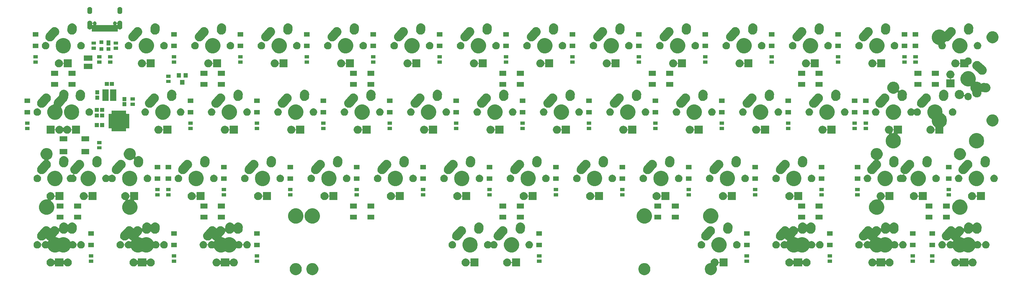
<source format=gbs>
G04 #@! TF.GenerationSoftware,KiCad,Pcbnew,(5.1.2)-1*
G04 #@! TF.CreationDate,2019-05-24T19:58:44-07:00*
G04 #@! TF.ProjectId,Voyager50,566f7961-6765-4723-9530-2e6b69636164,rev?*
G04 #@! TF.SameCoordinates,Original*
G04 #@! TF.FileFunction,Soldermask,Bot*
G04 #@! TF.FilePolarity,Negative*
%FSLAX46Y46*%
G04 Gerber Fmt 4.6, Leading zero omitted, Abs format (unit mm)*
G04 Created by KiCad (PCBNEW (5.1.2)-1) date 2019-05-24 19:58:44*
%MOMM*%
%LPD*%
G04 APERTURE LIST*
%ADD10C,0.100000*%
G04 APERTURE END LIST*
D10*
G36*
X234735702Y-100794527D02*
G01*
X234809922Y-100809290D01*
X234896799Y-100845276D01*
X235019662Y-100896167D01*
X235019663Y-100896168D01*
X235208426Y-101022295D01*
X235368955Y-101182824D01*
X235368956Y-101182826D01*
X235495083Y-101371588D01*
X235581960Y-101581329D01*
X235613654Y-101740664D01*
X235620767Y-101764113D01*
X235632318Y-101785724D01*
X235647863Y-101804666D01*
X235666805Y-101820211D01*
X235688416Y-101831762D01*
X235711865Y-101838875D01*
X235736251Y-101841277D01*
X235760637Y-101838875D01*
X235784086Y-101831762D01*
X235805697Y-101820211D01*
X235824639Y-101804666D01*
X235840184Y-101785724D01*
X235851735Y-101764113D01*
X235858848Y-101740664D01*
X235861250Y-101716278D01*
X235861250Y-100765000D01*
X238166250Y-100765000D01*
X238166250Y-103070000D01*
X235861250Y-103070000D01*
X235861250Y-102118722D01*
X235858848Y-102094336D01*
X235851735Y-102070887D01*
X235840184Y-102049276D01*
X235824639Y-102030334D01*
X235805697Y-102014789D01*
X235784086Y-102003238D01*
X235760637Y-101996125D01*
X235736251Y-101993723D01*
X235711865Y-101996125D01*
X235688416Y-102003238D01*
X235666805Y-102014789D01*
X235647863Y-102030334D01*
X235632318Y-102049276D01*
X235620767Y-102070887D01*
X235613654Y-102094336D01*
X235581960Y-102253671D01*
X235495083Y-102463412D01*
X235443459Y-102540672D01*
X235368955Y-102652176D01*
X235208426Y-102812705D01*
X235113403Y-102876197D01*
X235019662Y-102938833D01*
X235001015Y-102946557D01*
X234979404Y-102958108D01*
X234960462Y-102973654D01*
X234944917Y-102992595D01*
X234933366Y-103014206D01*
X234926253Y-103037655D01*
X234923851Y-103062041D01*
X234926253Y-103086427D01*
X234933366Y-103109876D01*
X235020248Y-103319629D01*
X235086500Y-103652699D01*
X235086500Y-103992301D01*
X235020248Y-104325371D01*
X234890290Y-104639119D01*
X234701619Y-104921485D01*
X234461485Y-105161619D01*
X234179119Y-105350290D01*
X233995330Y-105426418D01*
X233865372Y-105480248D01*
X233754348Y-105502332D01*
X233532301Y-105546500D01*
X233192699Y-105546500D01*
X232970652Y-105502332D01*
X232859628Y-105480248D01*
X232729670Y-105426418D01*
X232545881Y-105350290D01*
X232263515Y-105161619D01*
X232023381Y-104921485D01*
X231834710Y-104639119D01*
X231704752Y-104325371D01*
X231638500Y-103992301D01*
X231638500Y-103652699D01*
X231704752Y-103319629D01*
X231834710Y-103005881D01*
X232023381Y-102723515D01*
X232263515Y-102483381D01*
X232545881Y-102294710D01*
X232729670Y-102218582D01*
X232859628Y-102164752D01*
X232970652Y-102142668D01*
X233192699Y-102098500D01*
X233196251Y-102098500D01*
X233220637Y-102096098D01*
X233244086Y-102088985D01*
X233265697Y-102077434D01*
X233284639Y-102061889D01*
X233300184Y-102042947D01*
X233311735Y-102021336D01*
X233318848Y-101997887D01*
X233321250Y-101973501D01*
X233321250Y-101803987D01*
X233365540Y-101581329D01*
X233452417Y-101371588D01*
X233578544Y-101182826D01*
X233578545Y-101182824D01*
X233739074Y-101022295D01*
X233927837Y-100896168D01*
X233927838Y-100896167D01*
X234050701Y-100845276D01*
X234137578Y-100809290D01*
X234211798Y-100794527D01*
X234360237Y-100765000D01*
X234587263Y-100765000D01*
X234735702Y-100794527D01*
X234735702Y-100794527D01*
G37*
G36*
X214697998Y-102142668D02*
G01*
X214809022Y-102164752D01*
X214938980Y-102218583D01*
X215122769Y-102294710D01*
X215405135Y-102483381D01*
X215645269Y-102723515D01*
X215833940Y-103005881D01*
X215963898Y-103319629D01*
X216030150Y-103652699D01*
X216030150Y-103992301D01*
X215963898Y-104325371D01*
X215833940Y-104639119D01*
X215645269Y-104921485D01*
X215405135Y-105161619D01*
X215122769Y-105350290D01*
X214938980Y-105426418D01*
X214809022Y-105480248D01*
X214697998Y-105502332D01*
X214475951Y-105546500D01*
X214136349Y-105546500D01*
X213914302Y-105502332D01*
X213803278Y-105480248D01*
X213673320Y-105426418D01*
X213489531Y-105350290D01*
X213207165Y-105161619D01*
X212967031Y-104921485D01*
X212778360Y-104639119D01*
X212648402Y-104325371D01*
X212582150Y-103992301D01*
X212582150Y-103652699D01*
X212648402Y-103319629D01*
X212778360Y-103005881D01*
X212967031Y-102723515D01*
X213207165Y-102483381D01*
X213489531Y-102294710D01*
X213673320Y-102218582D01*
X213803278Y-102164752D01*
X213914302Y-102142668D01*
X214136349Y-102098500D01*
X214475951Y-102098500D01*
X214697998Y-102142668D01*
X214697998Y-102142668D01*
G37*
G36*
X119454348Y-102142668D02*
G01*
X119565372Y-102164752D01*
X119695330Y-102218583D01*
X119879119Y-102294710D01*
X120161485Y-102483381D01*
X120401619Y-102723515D01*
X120590290Y-103005881D01*
X120720248Y-103319629D01*
X120786500Y-103652699D01*
X120786500Y-103992301D01*
X120720248Y-104325371D01*
X120590290Y-104639119D01*
X120401619Y-104921485D01*
X120161485Y-105161619D01*
X119879119Y-105350290D01*
X119695330Y-105426418D01*
X119565372Y-105480248D01*
X119454348Y-105502332D01*
X119232301Y-105546500D01*
X118892699Y-105546500D01*
X118670652Y-105502332D01*
X118559628Y-105480248D01*
X118429670Y-105426418D01*
X118245881Y-105350290D01*
X117963515Y-105161619D01*
X117723381Y-104921485D01*
X117534710Y-104639119D01*
X117404752Y-104325371D01*
X117338500Y-103992301D01*
X117338500Y-103652699D01*
X117404752Y-103319629D01*
X117534710Y-103005881D01*
X117723381Y-102723515D01*
X117963515Y-102483381D01*
X118245881Y-102294710D01*
X118429670Y-102218582D01*
X118559628Y-102164752D01*
X118670652Y-102142668D01*
X118892699Y-102098500D01*
X119232301Y-102098500D01*
X119454348Y-102142668D01*
X119454348Y-102142668D01*
G37*
G36*
X114698198Y-102142668D02*
G01*
X114809222Y-102164752D01*
X114939180Y-102218583D01*
X115122969Y-102294710D01*
X115405335Y-102483381D01*
X115645469Y-102723515D01*
X115834140Y-103005881D01*
X115964098Y-103319629D01*
X116030350Y-103652699D01*
X116030350Y-103992301D01*
X115964098Y-104325371D01*
X115834140Y-104639119D01*
X115645469Y-104921485D01*
X115405335Y-105161619D01*
X115122969Y-105350290D01*
X114939180Y-105426418D01*
X114809222Y-105480248D01*
X114698198Y-105502332D01*
X114476151Y-105546500D01*
X114136549Y-105546500D01*
X113914502Y-105502332D01*
X113803478Y-105480248D01*
X113673520Y-105426418D01*
X113489731Y-105350290D01*
X113207365Y-105161619D01*
X112967231Y-104921485D01*
X112778560Y-104639119D01*
X112648602Y-104325371D01*
X112582350Y-103992301D01*
X112582350Y-103652699D01*
X112648602Y-103319629D01*
X112778560Y-103005881D01*
X112967231Y-102723515D01*
X113207365Y-102483381D01*
X113489731Y-102294710D01*
X113673520Y-102218582D01*
X113803478Y-102164752D01*
X113914502Y-102142668D01*
X114136549Y-102098500D01*
X114476151Y-102098500D01*
X114698198Y-102142668D01*
X114698198Y-102142668D01*
G37*
G36*
X303791952Y-100794527D02*
G01*
X303866172Y-100809290D01*
X303953049Y-100845276D01*
X304075912Y-100896167D01*
X304075913Y-100896168D01*
X304264676Y-101022295D01*
X304425205Y-101182824D01*
X304425206Y-101182826D01*
X304529818Y-101339388D01*
X304545364Y-101358330D01*
X304564306Y-101373875D01*
X304585916Y-101385426D01*
X304609365Y-101392539D01*
X304633751Y-101394941D01*
X304658138Y-101392539D01*
X304681586Y-101385426D01*
X304703197Y-101373875D01*
X304722139Y-101358329D01*
X304737684Y-101339387D01*
X304749235Y-101317777D01*
X304756348Y-101294328D01*
X304758750Y-101269942D01*
X304758750Y-100765000D01*
X307222500Y-100765000D01*
X307222500Y-101269942D01*
X307224902Y-101294328D01*
X307232015Y-101317777D01*
X307243566Y-101339388D01*
X307259111Y-101358330D01*
X307278053Y-101373875D01*
X307299664Y-101385426D01*
X307323113Y-101392539D01*
X307347499Y-101394941D01*
X307371885Y-101392539D01*
X307395334Y-101385426D01*
X307416945Y-101373875D01*
X307435887Y-101358330D01*
X307451432Y-101339388D01*
X307556044Y-101182826D01*
X307556045Y-101182824D01*
X307716574Y-101022295D01*
X307905337Y-100896168D01*
X307905338Y-100896167D01*
X308028201Y-100845276D01*
X308115078Y-100809290D01*
X308189298Y-100794527D01*
X308337737Y-100765000D01*
X308564763Y-100765000D01*
X308713202Y-100794527D01*
X308787422Y-100809290D01*
X308874299Y-100845276D01*
X308997162Y-100896167D01*
X308997163Y-100896168D01*
X309185926Y-101022295D01*
X309346455Y-101182824D01*
X309346456Y-101182826D01*
X309472583Y-101371588D01*
X309559460Y-101581329D01*
X309603750Y-101803987D01*
X309603750Y-102031013D01*
X309559460Y-102253671D01*
X309472583Y-102463412D01*
X309420959Y-102540672D01*
X309346455Y-102652176D01*
X309185926Y-102812705D01*
X309090903Y-102876197D01*
X308997162Y-102938833D01*
X308913096Y-102973654D01*
X308787422Y-103025710D01*
X308727370Y-103037655D01*
X308564763Y-103070000D01*
X308337737Y-103070000D01*
X308175130Y-103037655D01*
X308115078Y-103025710D01*
X307989404Y-102973654D01*
X307905338Y-102938833D01*
X307811597Y-102876197D01*
X307716574Y-102812705D01*
X307556045Y-102652176D01*
X307497835Y-102565058D01*
X307451432Y-102495612D01*
X307435886Y-102476670D01*
X307416944Y-102461125D01*
X307395334Y-102449574D01*
X307371885Y-102442461D01*
X307347499Y-102440059D01*
X307323112Y-102442461D01*
X307299664Y-102449574D01*
X307278053Y-102461125D01*
X307259111Y-102476671D01*
X307243566Y-102495613D01*
X307232015Y-102517223D01*
X307224902Y-102540672D01*
X307222500Y-102565058D01*
X307222500Y-103070000D01*
X304758750Y-103070000D01*
X304758750Y-102565058D01*
X304756348Y-102540672D01*
X304749235Y-102517223D01*
X304737684Y-102495612D01*
X304722139Y-102476670D01*
X304703197Y-102461125D01*
X304681586Y-102449574D01*
X304658137Y-102442461D01*
X304633751Y-102440059D01*
X304609365Y-102442461D01*
X304585916Y-102449574D01*
X304564305Y-102461125D01*
X304545363Y-102476670D01*
X304529818Y-102495612D01*
X304483415Y-102565058D01*
X304425205Y-102652176D01*
X304264676Y-102812705D01*
X304169653Y-102876197D01*
X304075912Y-102938833D01*
X303991846Y-102973654D01*
X303866172Y-103025710D01*
X303806120Y-103037655D01*
X303643513Y-103070000D01*
X303416487Y-103070000D01*
X303253880Y-103037655D01*
X303193828Y-103025710D01*
X303068154Y-102973654D01*
X302984088Y-102938833D01*
X302890347Y-102876197D01*
X302795324Y-102812705D01*
X302634795Y-102652176D01*
X302560291Y-102540672D01*
X302508667Y-102463412D01*
X302421790Y-102253671D01*
X302377500Y-102031013D01*
X302377500Y-101803987D01*
X302421790Y-101581329D01*
X302508667Y-101371588D01*
X302634794Y-101182826D01*
X302634795Y-101182824D01*
X302795324Y-101022295D01*
X302984087Y-100896168D01*
X302984088Y-100896167D01*
X303106951Y-100845276D01*
X303193828Y-100809290D01*
X303268048Y-100794527D01*
X303416487Y-100765000D01*
X303643513Y-100765000D01*
X303791952Y-100794527D01*
X303791952Y-100794527D01*
G37*
G36*
X256166952Y-100794527D02*
G01*
X256241172Y-100809290D01*
X256328049Y-100845276D01*
X256450912Y-100896167D01*
X256450913Y-100896168D01*
X256639676Y-101022295D01*
X256800205Y-101182824D01*
X256800206Y-101182826D01*
X256904818Y-101339388D01*
X256920364Y-101358330D01*
X256939306Y-101373875D01*
X256960916Y-101385426D01*
X256984365Y-101392539D01*
X257008751Y-101394941D01*
X257033138Y-101392539D01*
X257056586Y-101385426D01*
X257078197Y-101373875D01*
X257097139Y-101358329D01*
X257112684Y-101339387D01*
X257124235Y-101317777D01*
X257131348Y-101294328D01*
X257133750Y-101269942D01*
X257133750Y-100765000D01*
X259597500Y-100765000D01*
X259597500Y-101269942D01*
X259599902Y-101294328D01*
X259607015Y-101317777D01*
X259618566Y-101339388D01*
X259634111Y-101358330D01*
X259653053Y-101373875D01*
X259674664Y-101385426D01*
X259698113Y-101392539D01*
X259722499Y-101394941D01*
X259746885Y-101392539D01*
X259770334Y-101385426D01*
X259791945Y-101373875D01*
X259810887Y-101358330D01*
X259826432Y-101339388D01*
X259931044Y-101182826D01*
X259931045Y-101182824D01*
X260091574Y-101022295D01*
X260280337Y-100896168D01*
X260280338Y-100896167D01*
X260403201Y-100845276D01*
X260490078Y-100809290D01*
X260564298Y-100794527D01*
X260712737Y-100765000D01*
X260939763Y-100765000D01*
X261088202Y-100794527D01*
X261162422Y-100809290D01*
X261249299Y-100845276D01*
X261372162Y-100896167D01*
X261372163Y-100896168D01*
X261560926Y-101022295D01*
X261721455Y-101182824D01*
X261721456Y-101182826D01*
X261847583Y-101371588D01*
X261934460Y-101581329D01*
X261978750Y-101803987D01*
X261978750Y-102031013D01*
X261934460Y-102253671D01*
X261847583Y-102463412D01*
X261795959Y-102540672D01*
X261721455Y-102652176D01*
X261560926Y-102812705D01*
X261465903Y-102876197D01*
X261372162Y-102938833D01*
X261288096Y-102973654D01*
X261162422Y-103025710D01*
X261102370Y-103037655D01*
X260939763Y-103070000D01*
X260712737Y-103070000D01*
X260550130Y-103037655D01*
X260490078Y-103025710D01*
X260364404Y-102973654D01*
X260280338Y-102938833D01*
X260186597Y-102876197D01*
X260091574Y-102812705D01*
X259931045Y-102652176D01*
X259872835Y-102565058D01*
X259826432Y-102495612D01*
X259810886Y-102476670D01*
X259791944Y-102461125D01*
X259770334Y-102449574D01*
X259746885Y-102442461D01*
X259722499Y-102440059D01*
X259698112Y-102442461D01*
X259674664Y-102449574D01*
X259653053Y-102461125D01*
X259634111Y-102476671D01*
X259618566Y-102495613D01*
X259607015Y-102517223D01*
X259599902Y-102540672D01*
X259597500Y-102565058D01*
X259597500Y-103070000D01*
X257133750Y-103070000D01*
X257133750Y-102565058D01*
X257131348Y-102540672D01*
X257124235Y-102517223D01*
X257112684Y-102495612D01*
X257097139Y-102476670D01*
X257078197Y-102461125D01*
X257056586Y-102449574D01*
X257033137Y-102442461D01*
X257008751Y-102440059D01*
X256984365Y-102442461D01*
X256960916Y-102449574D01*
X256939305Y-102461125D01*
X256920363Y-102476670D01*
X256904818Y-102495612D01*
X256858415Y-102565058D01*
X256800205Y-102652176D01*
X256639676Y-102812705D01*
X256544653Y-102876197D01*
X256450912Y-102938833D01*
X256366846Y-102973654D01*
X256241172Y-103025710D01*
X256181120Y-103037655D01*
X256018513Y-103070000D01*
X255791487Y-103070000D01*
X255628880Y-103037655D01*
X255568828Y-103025710D01*
X255443154Y-102973654D01*
X255359088Y-102938833D01*
X255265347Y-102876197D01*
X255170324Y-102812705D01*
X255009795Y-102652176D01*
X254935291Y-102540672D01*
X254883667Y-102463412D01*
X254796790Y-102253671D01*
X254752500Y-102031013D01*
X254752500Y-101803987D01*
X254796790Y-101581329D01*
X254883667Y-101371588D01*
X255009794Y-101182826D01*
X255009795Y-101182824D01*
X255170324Y-101022295D01*
X255359087Y-100896168D01*
X255359088Y-100896167D01*
X255481951Y-100845276D01*
X255568828Y-100809290D01*
X255643048Y-100794527D01*
X255791487Y-100765000D01*
X256018513Y-100765000D01*
X256166952Y-100794527D01*
X256166952Y-100794527D01*
G37*
G36*
X44235702Y-100794527D02*
G01*
X44309922Y-100809290D01*
X44396799Y-100845276D01*
X44519662Y-100896167D01*
X44519663Y-100896168D01*
X44708426Y-101022295D01*
X44868955Y-101182824D01*
X44868956Y-101182826D01*
X44973568Y-101339388D01*
X44989114Y-101358330D01*
X45008056Y-101373875D01*
X45029666Y-101385426D01*
X45053115Y-101392539D01*
X45077501Y-101394941D01*
X45101888Y-101392539D01*
X45125336Y-101385426D01*
X45146947Y-101373875D01*
X45165889Y-101358329D01*
X45181434Y-101339387D01*
X45192985Y-101317777D01*
X45200098Y-101294328D01*
X45202500Y-101269942D01*
X45202500Y-100765000D01*
X47666250Y-100765000D01*
X47666250Y-101269942D01*
X47668652Y-101294328D01*
X47675765Y-101317777D01*
X47687316Y-101339388D01*
X47702861Y-101358330D01*
X47721803Y-101373875D01*
X47743414Y-101385426D01*
X47766863Y-101392539D01*
X47791249Y-101394941D01*
X47815635Y-101392539D01*
X47839084Y-101385426D01*
X47860695Y-101373875D01*
X47879637Y-101358330D01*
X47895182Y-101339388D01*
X47999794Y-101182826D01*
X47999795Y-101182824D01*
X48160324Y-101022295D01*
X48349087Y-100896168D01*
X48349088Y-100896167D01*
X48471951Y-100845276D01*
X48558828Y-100809290D01*
X48633048Y-100794527D01*
X48781487Y-100765000D01*
X49008513Y-100765000D01*
X49156952Y-100794527D01*
X49231172Y-100809290D01*
X49318049Y-100845276D01*
X49440912Y-100896167D01*
X49440913Y-100896168D01*
X49629676Y-101022295D01*
X49790205Y-101182824D01*
X49790206Y-101182826D01*
X49916333Y-101371588D01*
X50003210Y-101581329D01*
X50047500Y-101803987D01*
X50047500Y-102031013D01*
X50003210Y-102253671D01*
X49916333Y-102463412D01*
X49864709Y-102540672D01*
X49790205Y-102652176D01*
X49629676Y-102812705D01*
X49534653Y-102876197D01*
X49440912Y-102938833D01*
X49356846Y-102973654D01*
X49231172Y-103025710D01*
X49171120Y-103037655D01*
X49008513Y-103070000D01*
X48781487Y-103070000D01*
X48618880Y-103037655D01*
X48558828Y-103025710D01*
X48433154Y-102973654D01*
X48349088Y-102938833D01*
X48255347Y-102876197D01*
X48160324Y-102812705D01*
X47999795Y-102652176D01*
X47941585Y-102565058D01*
X47895182Y-102495612D01*
X47879636Y-102476670D01*
X47860694Y-102461125D01*
X47839084Y-102449574D01*
X47815635Y-102442461D01*
X47791249Y-102440059D01*
X47766862Y-102442461D01*
X47743414Y-102449574D01*
X47721803Y-102461125D01*
X47702861Y-102476671D01*
X47687316Y-102495613D01*
X47675765Y-102517223D01*
X47668652Y-102540672D01*
X47666250Y-102565058D01*
X47666250Y-103070000D01*
X45202500Y-103070000D01*
X45202500Y-102565058D01*
X45200098Y-102540672D01*
X45192985Y-102517223D01*
X45181434Y-102495612D01*
X45165889Y-102476670D01*
X45146947Y-102461125D01*
X45125336Y-102449574D01*
X45101887Y-102442461D01*
X45077501Y-102440059D01*
X45053115Y-102442461D01*
X45029666Y-102449574D01*
X45008055Y-102461125D01*
X44989113Y-102476670D01*
X44973568Y-102495612D01*
X44927165Y-102565058D01*
X44868955Y-102652176D01*
X44708426Y-102812705D01*
X44613403Y-102876197D01*
X44519662Y-102938833D01*
X44435596Y-102973654D01*
X44309922Y-103025710D01*
X44249870Y-103037655D01*
X44087263Y-103070000D01*
X43860237Y-103070000D01*
X43697630Y-103037655D01*
X43637578Y-103025710D01*
X43511904Y-102973654D01*
X43427838Y-102938833D01*
X43334097Y-102876197D01*
X43239074Y-102812705D01*
X43078545Y-102652176D01*
X43004041Y-102540672D01*
X42952417Y-102463412D01*
X42865540Y-102253671D01*
X42821250Y-102031013D01*
X42821250Y-101803987D01*
X42865540Y-101581329D01*
X42952417Y-101371588D01*
X43078544Y-101182826D01*
X43078545Y-101182824D01*
X43239074Y-101022295D01*
X43427837Y-100896168D01*
X43427838Y-100896167D01*
X43550701Y-100845276D01*
X43637578Y-100809290D01*
X43711798Y-100794527D01*
X43860237Y-100765000D01*
X44087263Y-100765000D01*
X44235702Y-100794527D01*
X44235702Y-100794527D01*
G37*
G36*
X175204452Y-100794527D02*
G01*
X175278672Y-100809290D01*
X175365549Y-100845276D01*
X175488412Y-100896167D01*
X175488413Y-100896168D01*
X175677176Y-101022295D01*
X175837705Y-101182824D01*
X175837706Y-101182826D01*
X175963833Y-101371588D01*
X176050710Y-101581329D01*
X176082404Y-101740664D01*
X176089517Y-101764113D01*
X176101068Y-101785724D01*
X176116613Y-101804666D01*
X176135555Y-101820211D01*
X176157166Y-101831762D01*
X176180615Y-101838875D01*
X176205001Y-101841277D01*
X176229387Y-101838875D01*
X176252836Y-101831762D01*
X176274447Y-101820211D01*
X176293389Y-101804666D01*
X176308934Y-101785724D01*
X176320485Y-101764113D01*
X176327598Y-101740664D01*
X176330000Y-101716278D01*
X176330000Y-100765000D01*
X178635000Y-100765000D01*
X178635000Y-103070000D01*
X176330000Y-103070000D01*
X176330000Y-102118722D01*
X176327598Y-102094336D01*
X176320485Y-102070887D01*
X176308934Y-102049276D01*
X176293389Y-102030334D01*
X176274447Y-102014789D01*
X176252836Y-102003238D01*
X176229387Y-101996125D01*
X176205001Y-101993723D01*
X176180615Y-101996125D01*
X176157166Y-102003238D01*
X176135555Y-102014789D01*
X176116613Y-102030334D01*
X176101068Y-102049276D01*
X176089517Y-102070887D01*
X176082404Y-102094336D01*
X176050710Y-102253671D01*
X175963833Y-102463412D01*
X175912209Y-102540672D01*
X175837705Y-102652176D01*
X175677176Y-102812705D01*
X175582153Y-102876197D01*
X175488412Y-102938833D01*
X175404346Y-102973654D01*
X175278672Y-103025710D01*
X175218620Y-103037655D01*
X175056013Y-103070000D01*
X174828987Y-103070000D01*
X174666380Y-103037655D01*
X174606328Y-103025710D01*
X174480654Y-102973654D01*
X174396588Y-102938833D01*
X174302847Y-102876197D01*
X174207824Y-102812705D01*
X174047295Y-102652176D01*
X173972791Y-102540672D01*
X173921167Y-102463412D01*
X173834290Y-102253671D01*
X173790000Y-102031013D01*
X173790000Y-101803987D01*
X173834290Y-101581329D01*
X173921167Y-101371588D01*
X174047294Y-101182826D01*
X174047295Y-101182824D01*
X174207824Y-101022295D01*
X174396587Y-100896168D01*
X174396588Y-100896167D01*
X174519451Y-100845276D01*
X174606328Y-100809290D01*
X174680548Y-100794527D01*
X174828987Y-100765000D01*
X175056013Y-100765000D01*
X175204452Y-100794527D01*
X175204452Y-100794527D01*
G37*
G36*
X163298202Y-100794527D02*
G01*
X163372422Y-100809290D01*
X163459299Y-100845276D01*
X163582162Y-100896167D01*
X163582163Y-100896168D01*
X163770926Y-101022295D01*
X163931455Y-101182824D01*
X163931456Y-101182826D01*
X164057583Y-101371588D01*
X164144460Y-101581329D01*
X164176154Y-101740664D01*
X164183267Y-101764113D01*
X164194818Y-101785724D01*
X164210363Y-101804666D01*
X164229305Y-101820211D01*
X164250916Y-101831762D01*
X164274365Y-101838875D01*
X164298751Y-101841277D01*
X164323137Y-101838875D01*
X164346586Y-101831762D01*
X164368197Y-101820211D01*
X164387139Y-101804666D01*
X164402684Y-101785724D01*
X164414235Y-101764113D01*
X164421348Y-101740664D01*
X164423750Y-101716278D01*
X164423750Y-100765000D01*
X166728750Y-100765000D01*
X166728750Y-103070000D01*
X164423750Y-103070000D01*
X164423750Y-102118722D01*
X164421348Y-102094336D01*
X164414235Y-102070887D01*
X164402684Y-102049276D01*
X164387139Y-102030334D01*
X164368197Y-102014789D01*
X164346586Y-102003238D01*
X164323137Y-101996125D01*
X164298751Y-101993723D01*
X164274365Y-101996125D01*
X164250916Y-102003238D01*
X164229305Y-102014789D01*
X164210363Y-102030334D01*
X164194818Y-102049276D01*
X164183267Y-102070887D01*
X164176154Y-102094336D01*
X164144460Y-102253671D01*
X164057583Y-102463412D01*
X164005959Y-102540672D01*
X163931455Y-102652176D01*
X163770926Y-102812705D01*
X163675903Y-102876197D01*
X163582162Y-102938833D01*
X163498096Y-102973654D01*
X163372422Y-103025710D01*
X163312370Y-103037655D01*
X163149763Y-103070000D01*
X162922737Y-103070000D01*
X162760130Y-103037655D01*
X162700078Y-103025710D01*
X162574404Y-102973654D01*
X162490338Y-102938833D01*
X162396597Y-102876197D01*
X162301574Y-102812705D01*
X162141045Y-102652176D01*
X162066541Y-102540672D01*
X162014917Y-102463412D01*
X161928040Y-102253671D01*
X161883750Y-102031013D01*
X161883750Y-101803987D01*
X161928040Y-101581329D01*
X162014917Y-101371588D01*
X162141044Y-101182826D01*
X162141045Y-101182824D01*
X162301574Y-101022295D01*
X162490337Y-100896168D01*
X162490338Y-100896167D01*
X162613201Y-100845276D01*
X162700078Y-100809290D01*
X162774298Y-100794527D01*
X162922737Y-100765000D01*
X163149763Y-100765000D01*
X163298202Y-100794527D01*
X163298202Y-100794527D01*
G37*
G36*
X68048202Y-100794527D02*
G01*
X68122422Y-100809290D01*
X68209299Y-100845276D01*
X68332162Y-100896167D01*
X68332163Y-100896168D01*
X68520926Y-101022295D01*
X68681455Y-101182824D01*
X68681456Y-101182826D01*
X68786068Y-101339388D01*
X68801614Y-101358330D01*
X68820556Y-101373875D01*
X68842166Y-101385426D01*
X68865615Y-101392539D01*
X68890001Y-101394941D01*
X68914388Y-101392539D01*
X68937836Y-101385426D01*
X68959447Y-101373875D01*
X68978389Y-101358329D01*
X68993934Y-101339387D01*
X69005485Y-101317777D01*
X69012598Y-101294328D01*
X69015000Y-101269942D01*
X69015000Y-100765000D01*
X71478750Y-100765000D01*
X71478750Y-101269942D01*
X71481152Y-101294328D01*
X71488265Y-101317777D01*
X71499816Y-101339388D01*
X71515361Y-101358330D01*
X71534303Y-101373875D01*
X71555914Y-101385426D01*
X71579363Y-101392539D01*
X71603749Y-101394941D01*
X71628135Y-101392539D01*
X71651584Y-101385426D01*
X71673195Y-101373875D01*
X71692137Y-101358330D01*
X71707682Y-101339388D01*
X71812294Y-101182826D01*
X71812295Y-101182824D01*
X71972824Y-101022295D01*
X72161587Y-100896168D01*
X72161588Y-100896167D01*
X72284451Y-100845276D01*
X72371328Y-100809290D01*
X72445548Y-100794527D01*
X72593987Y-100765000D01*
X72821013Y-100765000D01*
X72969452Y-100794527D01*
X73043672Y-100809290D01*
X73130549Y-100845276D01*
X73253412Y-100896167D01*
X73253413Y-100896168D01*
X73442176Y-101022295D01*
X73602705Y-101182824D01*
X73602706Y-101182826D01*
X73728833Y-101371588D01*
X73815710Y-101581329D01*
X73860000Y-101803987D01*
X73860000Y-102031013D01*
X73815710Y-102253671D01*
X73728833Y-102463412D01*
X73677209Y-102540672D01*
X73602705Y-102652176D01*
X73442176Y-102812705D01*
X73347153Y-102876197D01*
X73253412Y-102938833D01*
X73169346Y-102973654D01*
X73043672Y-103025710D01*
X72983620Y-103037655D01*
X72821013Y-103070000D01*
X72593987Y-103070000D01*
X72431380Y-103037655D01*
X72371328Y-103025710D01*
X72245654Y-102973654D01*
X72161588Y-102938833D01*
X72067847Y-102876197D01*
X71972824Y-102812705D01*
X71812295Y-102652176D01*
X71754085Y-102565058D01*
X71707682Y-102495612D01*
X71692136Y-102476670D01*
X71673194Y-102461125D01*
X71651584Y-102449574D01*
X71628135Y-102442461D01*
X71603749Y-102440059D01*
X71579362Y-102442461D01*
X71555914Y-102449574D01*
X71534303Y-102461125D01*
X71515361Y-102476671D01*
X71499816Y-102495613D01*
X71488265Y-102517223D01*
X71481152Y-102540672D01*
X71478750Y-102565058D01*
X71478750Y-103070000D01*
X69015000Y-103070000D01*
X69015000Y-102565058D01*
X69012598Y-102540672D01*
X69005485Y-102517223D01*
X68993934Y-102495612D01*
X68978389Y-102476670D01*
X68959447Y-102461125D01*
X68937836Y-102449574D01*
X68914387Y-102442461D01*
X68890001Y-102440059D01*
X68865615Y-102442461D01*
X68842166Y-102449574D01*
X68820555Y-102461125D01*
X68801613Y-102476670D01*
X68786068Y-102495612D01*
X68739665Y-102565058D01*
X68681455Y-102652176D01*
X68520926Y-102812705D01*
X68425903Y-102876197D01*
X68332162Y-102938833D01*
X68248096Y-102973654D01*
X68122422Y-103025710D01*
X68062370Y-103037655D01*
X67899763Y-103070000D01*
X67672737Y-103070000D01*
X67510130Y-103037655D01*
X67450078Y-103025710D01*
X67324404Y-102973654D01*
X67240338Y-102938833D01*
X67146597Y-102876197D01*
X67051574Y-102812705D01*
X66891045Y-102652176D01*
X66816541Y-102540672D01*
X66764917Y-102463412D01*
X66678040Y-102253671D01*
X66633750Y-102031013D01*
X66633750Y-101803987D01*
X66678040Y-101581329D01*
X66764917Y-101371588D01*
X66891044Y-101182826D01*
X66891045Y-101182824D01*
X67051574Y-101022295D01*
X67240337Y-100896168D01*
X67240338Y-100896167D01*
X67363201Y-100845276D01*
X67450078Y-100809290D01*
X67524298Y-100794527D01*
X67672737Y-100765000D01*
X67899763Y-100765000D01*
X68048202Y-100794527D01*
X68048202Y-100794527D01*
G37*
G36*
X279979452Y-100794527D02*
G01*
X280053672Y-100809290D01*
X280140549Y-100845276D01*
X280263412Y-100896167D01*
X280263413Y-100896168D01*
X280452176Y-101022295D01*
X280612705Y-101182824D01*
X280612706Y-101182826D01*
X280717318Y-101339388D01*
X280732864Y-101358330D01*
X280751806Y-101373875D01*
X280773416Y-101385426D01*
X280796865Y-101392539D01*
X280821251Y-101394941D01*
X280845638Y-101392539D01*
X280869086Y-101385426D01*
X280890697Y-101373875D01*
X280909639Y-101358329D01*
X280925184Y-101339387D01*
X280936735Y-101317777D01*
X280943848Y-101294328D01*
X280946250Y-101269942D01*
X280946250Y-100765000D01*
X283410000Y-100765000D01*
X283410000Y-101269942D01*
X283412402Y-101294328D01*
X283419515Y-101317777D01*
X283431066Y-101339388D01*
X283446611Y-101358330D01*
X283465553Y-101373875D01*
X283487164Y-101385426D01*
X283510613Y-101392539D01*
X283534999Y-101394941D01*
X283559385Y-101392539D01*
X283582834Y-101385426D01*
X283604445Y-101373875D01*
X283623387Y-101358330D01*
X283638932Y-101339388D01*
X283743544Y-101182826D01*
X283743545Y-101182824D01*
X283904074Y-101022295D01*
X284092837Y-100896168D01*
X284092838Y-100896167D01*
X284215701Y-100845276D01*
X284302578Y-100809290D01*
X284376798Y-100794527D01*
X284525237Y-100765000D01*
X284752263Y-100765000D01*
X284900702Y-100794527D01*
X284974922Y-100809290D01*
X285061799Y-100845276D01*
X285184662Y-100896167D01*
X285184663Y-100896168D01*
X285373426Y-101022295D01*
X285533955Y-101182824D01*
X285533956Y-101182826D01*
X285660083Y-101371588D01*
X285746960Y-101581329D01*
X285791250Y-101803987D01*
X285791250Y-102031013D01*
X285746960Y-102253671D01*
X285660083Y-102463412D01*
X285608459Y-102540672D01*
X285533955Y-102652176D01*
X285373426Y-102812705D01*
X285278403Y-102876197D01*
X285184662Y-102938833D01*
X285100596Y-102973654D01*
X284974922Y-103025710D01*
X284914870Y-103037655D01*
X284752263Y-103070000D01*
X284525237Y-103070000D01*
X284362630Y-103037655D01*
X284302578Y-103025710D01*
X284176904Y-102973654D01*
X284092838Y-102938833D01*
X283999097Y-102876197D01*
X283904074Y-102812705D01*
X283743545Y-102652176D01*
X283685335Y-102565058D01*
X283638932Y-102495612D01*
X283623386Y-102476670D01*
X283604444Y-102461125D01*
X283582834Y-102449574D01*
X283559385Y-102442461D01*
X283534999Y-102440059D01*
X283510612Y-102442461D01*
X283487164Y-102449574D01*
X283465553Y-102461125D01*
X283446611Y-102476671D01*
X283431066Y-102495613D01*
X283419515Y-102517223D01*
X283412402Y-102540672D01*
X283410000Y-102565058D01*
X283410000Y-103070000D01*
X280946250Y-103070000D01*
X280946250Y-102565058D01*
X280943848Y-102540672D01*
X280936735Y-102517223D01*
X280925184Y-102495612D01*
X280909639Y-102476670D01*
X280890697Y-102461125D01*
X280869086Y-102449574D01*
X280845637Y-102442461D01*
X280821251Y-102440059D01*
X280796865Y-102442461D01*
X280773416Y-102449574D01*
X280751805Y-102461125D01*
X280732863Y-102476670D01*
X280717318Y-102495612D01*
X280670915Y-102565058D01*
X280612705Y-102652176D01*
X280452176Y-102812705D01*
X280357153Y-102876197D01*
X280263412Y-102938833D01*
X280179346Y-102973654D01*
X280053672Y-103025710D01*
X279993620Y-103037655D01*
X279831013Y-103070000D01*
X279603987Y-103070000D01*
X279441380Y-103037655D01*
X279381328Y-103025710D01*
X279255654Y-102973654D01*
X279171588Y-102938833D01*
X279077847Y-102876197D01*
X278982824Y-102812705D01*
X278822295Y-102652176D01*
X278747791Y-102540672D01*
X278696167Y-102463412D01*
X278609290Y-102253671D01*
X278565000Y-102031013D01*
X278565000Y-101803987D01*
X278609290Y-101581329D01*
X278696167Y-101371588D01*
X278822294Y-101182826D01*
X278822295Y-101182824D01*
X278982824Y-101022295D01*
X279171587Y-100896168D01*
X279171588Y-100896167D01*
X279294451Y-100845276D01*
X279381328Y-100809290D01*
X279455548Y-100794527D01*
X279603987Y-100765000D01*
X279831013Y-100765000D01*
X279979452Y-100794527D01*
X279979452Y-100794527D01*
G37*
G36*
X91860702Y-100794527D02*
G01*
X91934922Y-100809290D01*
X92021799Y-100845276D01*
X92144662Y-100896167D01*
X92144663Y-100896168D01*
X92333426Y-101022295D01*
X92493955Y-101182824D01*
X92493956Y-101182826D01*
X92598568Y-101339388D01*
X92614114Y-101358330D01*
X92633056Y-101373875D01*
X92654666Y-101385426D01*
X92678115Y-101392539D01*
X92702501Y-101394941D01*
X92726888Y-101392539D01*
X92750336Y-101385426D01*
X92771947Y-101373875D01*
X92790889Y-101358329D01*
X92806434Y-101339387D01*
X92817985Y-101317777D01*
X92825098Y-101294328D01*
X92827500Y-101269942D01*
X92827500Y-100765000D01*
X95291250Y-100765000D01*
X95291250Y-101269942D01*
X95293652Y-101294328D01*
X95300765Y-101317777D01*
X95312316Y-101339388D01*
X95327861Y-101358330D01*
X95346803Y-101373875D01*
X95368414Y-101385426D01*
X95391863Y-101392539D01*
X95416249Y-101394941D01*
X95440635Y-101392539D01*
X95464084Y-101385426D01*
X95485695Y-101373875D01*
X95504637Y-101358330D01*
X95520182Y-101339388D01*
X95624794Y-101182826D01*
X95624795Y-101182824D01*
X95785324Y-101022295D01*
X95974087Y-100896168D01*
X95974088Y-100896167D01*
X96096951Y-100845276D01*
X96183828Y-100809290D01*
X96258048Y-100794527D01*
X96406487Y-100765000D01*
X96633513Y-100765000D01*
X96781952Y-100794527D01*
X96856172Y-100809290D01*
X96943049Y-100845276D01*
X97065912Y-100896167D01*
X97065913Y-100896168D01*
X97254676Y-101022295D01*
X97415205Y-101182824D01*
X97415206Y-101182826D01*
X97541333Y-101371588D01*
X97628210Y-101581329D01*
X97672500Y-101803987D01*
X97672500Y-102031013D01*
X97628210Y-102253671D01*
X97541333Y-102463412D01*
X97489709Y-102540672D01*
X97415205Y-102652176D01*
X97254676Y-102812705D01*
X97159653Y-102876197D01*
X97065912Y-102938833D01*
X96981846Y-102973654D01*
X96856172Y-103025710D01*
X96796120Y-103037655D01*
X96633513Y-103070000D01*
X96406487Y-103070000D01*
X96243880Y-103037655D01*
X96183828Y-103025710D01*
X96058154Y-102973654D01*
X95974088Y-102938833D01*
X95880347Y-102876197D01*
X95785324Y-102812705D01*
X95624795Y-102652176D01*
X95566585Y-102565058D01*
X95520182Y-102495612D01*
X95504636Y-102476670D01*
X95485694Y-102461125D01*
X95464084Y-102449574D01*
X95440635Y-102442461D01*
X95416249Y-102440059D01*
X95391862Y-102442461D01*
X95368414Y-102449574D01*
X95346803Y-102461125D01*
X95327861Y-102476671D01*
X95312316Y-102495613D01*
X95300765Y-102517223D01*
X95293652Y-102540672D01*
X95291250Y-102565058D01*
X95291250Y-103070000D01*
X92827500Y-103070000D01*
X92827500Y-102565058D01*
X92825098Y-102540672D01*
X92817985Y-102517223D01*
X92806434Y-102495612D01*
X92790889Y-102476670D01*
X92771947Y-102461125D01*
X92750336Y-102449574D01*
X92726887Y-102442461D01*
X92702501Y-102440059D01*
X92678115Y-102442461D01*
X92654666Y-102449574D01*
X92633055Y-102461125D01*
X92614113Y-102476670D01*
X92598568Y-102495612D01*
X92552165Y-102565058D01*
X92493955Y-102652176D01*
X92333426Y-102812705D01*
X92238403Y-102876197D01*
X92144662Y-102938833D01*
X92060596Y-102973654D01*
X91934922Y-103025710D01*
X91874870Y-103037655D01*
X91712263Y-103070000D01*
X91485237Y-103070000D01*
X91322630Y-103037655D01*
X91262578Y-103025710D01*
X91136904Y-102973654D01*
X91052838Y-102938833D01*
X90959097Y-102876197D01*
X90864074Y-102812705D01*
X90703545Y-102652176D01*
X90629041Y-102540672D01*
X90577417Y-102463412D01*
X90490540Y-102253671D01*
X90446250Y-102031013D01*
X90446250Y-101803987D01*
X90490540Y-101581329D01*
X90577417Y-101371588D01*
X90703544Y-101182826D01*
X90703545Y-101182824D01*
X90864074Y-101022295D01*
X91052837Y-100896168D01*
X91052838Y-100896167D01*
X91175701Y-100845276D01*
X91262578Y-100809290D01*
X91336798Y-100794527D01*
X91485237Y-100765000D01*
X91712263Y-100765000D01*
X91860702Y-100794527D01*
X91860702Y-100794527D01*
G37*
G36*
X291956250Y-102006250D02*
G01*
X290656250Y-102006250D01*
X290656250Y-101106250D01*
X291956250Y-101106250D01*
X291956250Y-102006250D01*
X291956250Y-102006250D01*
G37*
G36*
X297512500Y-102006250D02*
G01*
X296212500Y-102006250D01*
X296212500Y-101106250D01*
X297512500Y-101106250D01*
X297512500Y-102006250D01*
X297512500Y-102006250D01*
G37*
G36*
X103837500Y-102006250D02*
G01*
X102537500Y-102006250D01*
X102537500Y-101106250D01*
X103837500Y-101106250D01*
X103837500Y-102006250D01*
X103837500Y-102006250D01*
G37*
G36*
X268143750Y-102006250D02*
G01*
X266843750Y-102006250D01*
X266843750Y-101106250D01*
X268143750Y-101106250D01*
X268143750Y-102006250D01*
X268143750Y-102006250D01*
G37*
G36*
X244331250Y-102006250D02*
G01*
X243031250Y-102006250D01*
X243031250Y-101106250D01*
X244331250Y-101106250D01*
X244331250Y-102006250D01*
X244331250Y-102006250D01*
G37*
G36*
X184800000Y-102006250D02*
G01*
X183500000Y-102006250D01*
X183500000Y-101106250D01*
X184800000Y-101106250D01*
X184800000Y-102006250D01*
X184800000Y-102006250D01*
G37*
G36*
X80025000Y-102006250D02*
G01*
X78725000Y-102006250D01*
X78725000Y-101106250D01*
X80025000Y-101106250D01*
X80025000Y-102006250D01*
X80025000Y-102006250D01*
G37*
G36*
X56212500Y-102006250D02*
G01*
X54912500Y-102006250D01*
X54912500Y-101106250D01*
X56212500Y-101106250D01*
X56212500Y-102006250D01*
X56212500Y-102006250D01*
G37*
G36*
X103837500Y-100506250D02*
G01*
X102537500Y-100506250D01*
X102537500Y-99606250D01*
X103837500Y-99606250D01*
X103837500Y-100506250D01*
X103837500Y-100506250D01*
G37*
G36*
X291956250Y-100506250D02*
G01*
X290656250Y-100506250D01*
X290656250Y-99606250D01*
X291956250Y-99606250D01*
X291956250Y-100506250D01*
X291956250Y-100506250D01*
G37*
G36*
X268143750Y-100506250D02*
G01*
X266843750Y-100506250D01*
X266843750Y-99606250D01*
X268143750Y-99606250D01*
X268143750Y-100506250D01*
X268143750Y-100506250D01*
G37*
G36*
X184800000Y-100506250D02*
G01*
X183500000Y-100506250D01*
X183500000Y-99606250D01*
X184800000Y-99606250D01*
X184800000Y-100506250D01*
X184800000Y-100506250D01*
G37*
G36*
X244331250Y-100506250D02*
G01*
X243031250Y-100506250D01*
X243031250Y-99606250D01*
X244331250Y-99606250D01*
X244331250Y-100506250D01*
X244331250Y-100506250D01*
G37*
G36*
X56212500Y-100506250D02*
G01*
X54912500Y-100506250D01*
X54912500Y-99606250D01*
X56212500Y-99606250D01*
X56212500Y-100506250D01*
X56212500Y-100506250D01*
G37*
G36*
X80025000Y-100506250D02*
G01*
X78725000Y-100506250D01*
X78725000Y-99606250D01*
X80025000Y-99606250D01*
X80025000Y-100506250D01*
X80025000Y-100506250D01*
G37*
G36*
X297512500Y-100506250D02*
G01*
X296212500Y-100506250D01*
X296212500Y-99606250D01*
X297512500Y-99606250D01*
X297512500Y-100506250D01*
X297512500Y-100506250D01*
G37*
G36*
X74078098Y-90430761D02*
G01*
X74098872Y-90432500D01*
X74108002Y-90432500D01*
X74168157Y-90444466D01*
X74215183Y-90453820D01*
X74218778Y-90454480D01*
X74326471Y-90472637D01*
X74334994Y-90475878D01*
X74355038Y-90481639D01*
X74363988Y-90483419D01*
X74464970Y-90525247D01*
X74468302Y-90526571D01*
X74570432Y-90565407D01*
X74578153Y-90570245D01*
X74596686Y-90579805D01*
X74605124Y-90583300D01*
X74695994Y-90644017D01*
X74699070Y-90646008D01*
X74791606Y-90703988D01*
X74798236Y-90710241D01*
X74814549Y-90723234D01*
X74822137Y-90728304D01*
X74899436Y-90805603D01*
X74902023Y-90808115D01*
X74981492Y-90883055D01*
X74986783Y-90890492D01*
X75000232Y-90906399D01*
X75006695Y-90912862D01*
X75061275Y-90994546D01*
X75067433Y-91003763D01*
X75069455Y-91006694D01*
X75132797Y-91095727D01*
X75136535Y-91104053D01*
X75146625Y-91122282D01*
X75151701Y-91129879D01*
X75193529Y-91230861D01*
X75194956Y-91234169D01*
X75239703Y-91333829D01*
X75241742Y-91342712D01*
X75248087Y-91362576D01*
X75251581Y-91371012D01*
X75253362Y-91379967D01*
X75272903Y-91478204D01*
X75273662Y-91481750D01*
X75298104Y-91588214D01*
X75298104Y-91588217D01*
X75298371Y-91597323D01*
X75300719Y-91618045D01*
X75302500Y-91626999D01*
X75302500Y-91736288D01*
X75302554Y-91739952D01*
X75303838Y-91783728D01*
X75302796Y-91798835D01*
X75302500Y-91807435D01*
X75302500Y-91888001D01*
X75295461Y-91923390D01*
X75295097Y-91925217D01*
X75292991Y-91941001D01*
X75254881Y-92493599D01*
X75222362Y-92686473D01*
X75129592Y-92930432D01*
X74991012Y-93151605D01*
X74811945Y-93341492D01*
X74599273Y-93492797D01*
X74361170Y-93599703D01*
X74106785Y-93658104D01*
X73845897Y-93665755D01*
X73588527Y-93622362D01*
X73344568Y-93529592D01*
X73123395Y-93391012D01*
X72933508Y-93211945D01*
X72849702Y-93094148D01*
X72833618Y-93075682D01*
X72814229Y-93060699D01*
X72792289Y-93049786D01*
X72768641Y-93043364D01*
X72744195Y-93041678D01*
X72719890Y-93044793D01*
X72696660Y-93052591D01*
X72675397Y-93064771D01*
X72656919Y-93080865D01*
X72641941Y-93100248D01*
X72609762Y-93151605D01*
X72430695Y-93341492D01*
X72218023Y-93492797D01*
X71979920Y-93599703D01*
X71725535Y-93658104D01*
X71464647Y-93665755D01*
X71207277Y-93622362D01*
X70963318Y-93529592D01*
X70742145Y-93391012D01*
X70552258Y-93211945D01*
X70455915Y-93076526D01*
X70439830Y-93058059D01*
X70420441Y-93043076D01*
X70398501Y-93032163D01*
X70374853Y-93025741D01*
X70350407Y-93024055D01*
X70326102Y-93027170D01*
X70302872Y-93034968D01*
X70281609Y-93047148D01*
X70263131Y-93063242D01*
X70248148Y-93082631D01*
X70237235Y-93104571D01*
X70232674Y-93119215D01*
X70232001Y-93121958D01*
X70230803Y-93127352D01*
X70213977Y-93211945D01*
X70211581Y-93223987D01*
X70203970Y-93242362D01*
X70198057Y-93260412D01*
X70193315Y-93279752D01*
X70151614Y-93369076D01*
X70149409Y-93374085D01*
X70111701Y-93465122D01*
X70100652Y-93481657D01*
X70091325Y-93498219D01*
X70082906Y-93516252D01*
X70024578Y-93595727D01*
X70021441Y-93600205D01*
X69966695Y-93682138D01*
X69902161Y-93746672D01*
X69897528Y-93751563D01*
X69270168Y-94450756D01*
X69255675Y-94470505D01*
X69245309Y-94492708D01*
X69239475Y-94516508D01*
X69238395Y-94540988D01*
X69242112Y-94565208D01*
X69250482Y-94588238D01*
X69263185Y-94609193D01*
X69279732Y-94627267D01*
X69299487Y-94641765D01*
X69321690Y-94652131D01*
X69338825Y-94656826D01*
X69696186Y-94727910D01*
X69861567Y-94796413D01*
X70095451Y-94893291D01*
X70177437Y-94948072D01*
X70199040Y-94959619D01*
X70222489Y-94966732D01*
X70246875Y-94969134D01*
X70271261Y-94966732D01*
X70294710Y-94959619D01*
X70316313Y-94948072D01*
X70398299Y-94893291D01*
X70632183Y-94796413D01*
X70797564Y-94727910D01*
X71221418Y-94643600D01*
X71653582Y-94643600D01*
X72077436Y-94727910D01*
X72242817Y-94796413D01*
X72476701Y-94893291D01*
X72836030Y-95133387D01*
X73141613Y-95438970D01*
X73381709Y-95798299D01*
X73404686Y-95853770D01*
X73416233Y-95875373D01*
X73431778Y-95894315D01*
X73450720Y-95909861D01*
X73472331Y-95921412D01*
X73495780Y-95928525D01*
X73520166Y-95930927D01*
X73544552Y-95928525D01*
X73568001Y-95921412D01*
X73589612Y-95909861D01*
X73627048Y-95884847D01*
X73741649Y-95837378D01*
X73822684Y-95803812D01*
X73926528Y-95783156D01*
X74030371Y-95762500D01*
X74242129Y-95762500D01*
X74345972Y-95783156D01*
X74449816Y-95803812D01*
X74507116Y-95827547D01*
X74645453Y-95884847D01*
X74821522Y-96002493D01*
X74971257Y-96152228D01*
X75088903Y-96328297D01*
X75169938Y-96523934D01*
X75204278Y-96696571D01*
X75211391Y-96720019D01*
X75222942Y-96741630D01*
X75238488Y-96760572D01*
X75257430Y-96776117D01*
X75279040Y-96787668D01*
X75302489Y-96794781D01*
X75326875Y-96797183D01*
X75351262Y-96794781D01*
X75374710Y-96787668D01*
X75396321Y-96776117D01*
X75415263Y-96760571D01*
X75430808Y-96741629D01*
X75442359Y-96720019D01*
X75449472Y-96696571D01*
X75483812Y-96523934D01*
X75564847Y-96328297D01*
X75682493Y-96152228D01*
X75832228Y-96002493D01*
X76008297Y-95884847D01*
X76146634Y-95827547D01*
X76203934Y-95803812D01*
X76307778Y-95783156D01*
X76411621Y-95762500D01*
X76623379Y-95762500D01*
X76727222Y-95783156D01*
X76831066Y-95803812D01*
X76888366Y-95827547D01*
X77026703Y-95884847D01*
X77202772Y-96002493D01*
X77352507Y-96152228D01*
X77470153Y-96328297D01*
X77551188Y-96523935D01*
X77592500Y-96731621D01*
X77592500Y-96943379D01*
X77551188Y-97151065D01*
X77470153Y-97346703D01*
X77352507Y-97522772D01*
X77202772Y-97672507D01*
X77026703Y-97790153D01*
X76888366Y-97847453D01*
X76831066Y-97871188D01*
X76803355Y-97876700D01*
X76623379Y-97912500D01*
X76411621Y-97912500D01*
X76231645Y-97876700D01*
X76203934Y-97871188D01*
X76146634Y-97847453D01*
X76008297Y-97790153D01*
X75832228Y-97672507D01*
X75682493Y-97522772D01*
X75564847Y-97346703D01*
X75483812Y-97151066D01*
X75449472Y-96978429D01*
X75442359Y-96954981D01*
X75430808Y-96933370D01*
X75415262Y-96914428D01*
X75396320Y-96898883D01*
X75374710Y-96887332D01*
X75351261Y-96880219D01*
X75326875Y-96877817D01*
X75302488Y-96880219D01*
X75279040Y-96887332D01*
X75257429Y-96898883D01*
X75238487Y-96914429D01*
X75222942Y-96933371D01*
X75211391Y-96954981D01*
X75204278Y-96978429D01*
X75169938Y-97151066D01*
X75088903Y-97346703D01*
X74971257Y-97522772D01*
X74821522Y-97672507D01*
X74645453Y-97790153D01*
X74507116Y-97847453D01*
X74449816Y-97871188D01*
X74422105Y-97876700D01*
X74242129Y-97912500D01*
X74030371Y-97912500D01*
X73850395Y-97876700D01*
X73822684Y-97871188D01*
X73702092Y-97821237D01*
X73627048Y-97790153D01*
X73589612Y-97765139D01*
X73568001Y-97753588D01*
X73544553Y-97746475D01*
X73520166Y-97744073D01*
X73495780Y-97746475D01*
X73472331Y-97753588D01*
X73450721Y-97765139D01*
X73431779Y-97780684D01*
X73416233Y-97799626D01*
X73404686Y-97821230D01*
X73381709Y-97876701D01*
X73141613Y-98236030D01*
X72836030Y-98541613D01*
X72476701Y-98781709D01*
X72242817Y-98878587D01*
X72077436Y-98947090D01*
X71653582Y-99031400D01*
X71221418Y-99031400D01*
X70797564Y-98947090D01*
X70632183Y-98878587D01*
X70398299Y-98781709D01*
X70316313Y-98726928D01*
X70294710Y-98715381D01*
X70271261Y-98708268D01*
X70246875Y-98705866D01*
X70222489Y-98708268D01*
X70199040Y-98715381D01*
X70177437Y-98726928D01*
X70095451Y-98781709D01*
X69861567Y-98878587D01*
X69696186Y-98947090D01*
X69272332Y-99031400D01*
X68840168Y-99031400D01*
X68416314Y-98947090D01*
X68250933Y-98878587D01*
X68017049Y-98781709D01*
X67657720Y-98541613D01*
X67352137Y-98236030D01*
X67112041Y-97876701D01*
X67089064Y-97821230D01*
X67077517Y-97799627D01*
X67061972Y-97780685D01*
X67043030Y-97765139D01*
X67021419Y-97753588D01*
X66997970Y-97746475D01*
X66973584Y-97744073D01*
X66949198Y-97746475D01*
X66925749Y-97753588D01*
X66904138Y-97765139D01*
X66866702Y-97790153D01*
X66791658Y-97821237D01*
X66671066Y-97871188D01*
X66643355Y-97876700D01*
X66463379Y-97912500D01*
X66251621Y-97912500D01*
X66071645Y-97876700D01*
X66043934Y-97871188D01*
X65986634Y-97847453D01*
X65848297Y-97790153D01*
X65672228Y-97672507D01*
X65522493Y-97522772D01*
X65404847Y-97346703D01*
X65323812Y-97151066D01*
X65289472Y-96978429D01*
X65282359Y-96954981D01*
X65270808Y-96933370D01*
X65255262Y-96914428D01*
X65236320Y-96898883D01*
X65214710Y-96887332D01*
X65191261Y-96880219D01*
X65166875Y-96877817D01*
X65142488Y-96880219D01*
X65119040Y-96887332D01*
X65097429Y-96898883D01*
X65078487Y-96914429D01*
X65062942Y-96933371D01*
X65051391Y-96954981D01*
X65044278Y-96978429D01*
X65009938Y-97151066D01*
X64928903Y-97346703D01*
X64811257Y-97522772D01*
X64661522Y-97672507D01*
X64485453Y-97790153D01*
X64347116Y-97847453D01*
X64289816Y-97871188D01*
X64262105Y-97876700D01*
X64082129Y-97912500D01*
X63870371Y-97912500D01*
X63690395Y-97876700D01*
X63662684Y-97871188D01*
X63605384Y-97847453D01*
X63467047Y-97790153D01*
X63290978Y-97672507D01*
X63141243Y-97522772D01*
X63023597Y-97346703D01*
X62942562Y-97151065D01*
X62901250Y-96943379D01*
X62901250Y-96731621D01*
X62942562Y-96523935D01*
X63023597Y-96328297D01*
X63141243Y-96152228D01*
X63290978Y-96002493D01*
X63467047Y-95884847D01*
X63605384Y-95827547D01*
X63662684Y-95803812D01*
X63766528Y-95783156D01*
X63870371Y-95762500D01*
X64082129Y-95762500D01*
X64185972Y-95783156D01*
X64289816Y-95803812D01*
X64347116Y-95827547D01*
X64485453Y-95884847D01*
X64661522Y-96002493D01*
X64811257Y-96152228D01*
X64928903Y-96328297D01*
X65009938Y-96523934D01*
X65044278Y-96696571D01*
X65051391Y-96720019D01*
X65062942Y-96741630D01*
X65078488Y-96760572D01*
X65097430Y-96776117D01*
X65119040Y-96787668D01*
X65142489Y-96794781D01*
X65166875Y-96797183D01*
X65191262Y-96794781D01*
X65214710Y-96787668D01*
X65236321Y-96776117D01*
X65255263Y-96760571D01*
X65270808Y-96741629D01*
X65282359Y-96720019D01*
X65289472Y-96696571D01*
X65323812Y-96523934D01*
X65404847Y-96328297D01*
X65522493Y-96152228D01*
X65672228Y-96002493D01*
X65848297Y-95884847D01*
X65986634Y-95827547D01*
X66043934Y-95803812D01*
X66147778Y-95783156D01*
X66251621Y-95762500D01*
X66463379Y-95762500D01*
X66567222Y-95783156D01*
X66671066Y-95803812D01*
X66752101Y-95837378D01*
X66866702Y-95884847D01*
X66904138Y-95909861D01*
X66925749Y-95921412D01*
X66949197Y-95928525D01*
X66973584Y-95930927D01*
X66997970Y-95928525D01*
X67021419Y-95921412D01*
X67043029Y-95909861D01*
X67061971Y-95894316D01*
X67077517Y-95875374D01*
X67089064Y-95853770D01*
X67112041Y-95798299D01*
X67173310Y-95706603D01*
X67184857Y-95685000D01*
X67191970Y-95661551D01*
X67194372Y-95637165D01*
X67191970Y-95612779D01*
X67184857Y-95589330D01*
X67173306Y-95567719D01*
X67157761Y-95548777D01*
X67138819Y-95533232D01*
X67122257Y-95523905D01*
X67027394Y-95479619D01*
X66948752Y-95442906D01*
X66839754Y-95362911D01*
X66738334Y-95288478D01*
X66562089Y-95095969D01*
X66547808Y-95072411D01*
X66533118Y-95052810D01*
X66514879Y-95036446D01*
X66493799Y-95023954D01*
X66470686Y-95015814D01*
X66446429Y-95012340D01*
X66421961Y-95013665D01*
X66398221Y-95019739D01*
X66376123Y-95030326D01*
X66347887Y-95053736D01*
X66249315Y-95163595D01*
X66188991Y-95230827D01*
X66188986Y-95230832D01*
X66044719Y-95362911D01*
X65821524Y-95498213D01*
X65576224Y-95587373D01*
X65318241Y-95626963D01*
X65057493Y-95615462D01*
X64803999Y-95553313D01*
X64567499Y-95442904D01*
X64357084Y-95288478D01*
X64180839Y-95095969D01*
X64045537Y-94872774D01*
X63956377Y-94627474D01*
X63916787Y-94369491D01*
X63928288Y-94108743D01*
X63990437Y-93855249D01*
X64100846Y-93618749D01*
X64216574Y-93461063D01*
X65501048Y-92029512D01*
X65511938Y-92015484D01*
X65527051Y-91992866D01*
X65591618Y-91928299D01*
X65596248Y-91923411D01*
X65613515Y-91904167D01*
X65637954Y-91881793D01*
X65641889Y-91878028D01*
X65711614Y-91808303D01*
X65728166Y-91797243D01*
X65743121Y-91785512D01*
X65757783Y-91772089D01*
X65842010Y-91721030D01*
X65846637Y-91718083D01*
X65928627Y-91663299D01*
X65947020Y-91655681D01*
X65963972Y-91647096D01*
X65980977Y-91636787D01*
X66073606Y-91603119D01*
X66078664Y-91601153D01*
X66169762Y-91563419D01*
X66189281Y-91559536D01*
X66207580Y-91554423D01*
X66226278Y-91547627D01*
X66323735Y-91532671D01*
X66329037Y-91531737D01*
X66425749Y-91512500D01*
X66445656Y-91512500D01*
X66464585Y-91511056D01*
X66484260Y-91508037D01*
X66582739Y-91512381D01*
X66588170Y-91512500D01*
X66686751Y-91512500D01*
X66706274Y-91516383D01*
X66725132Y-91518661D01*
X66745009Y-91519538D01*
X66840706Y-91543000D01*
X66846074Y-91544191D01*
X66889715Y-91552872D01*
X66942738Y-91563419D01*
X66961131Y-91571038D01*
X66979174Y-91576948D01*
X66998503Y-91581687D01*
X67059252Y-91610047D01*
X67087773Y-91623362D01*
X67092814Y-91625582D01*
X67183874Y-91663300D01*
X67200416Y-91674353D01*
X67216982Y-91683683D01*
X67235003Y-91692096D01*
X67314460Y-91750410D01*
X67318951Y-91753556D01*
X67400886Y-91808303D01*
X67414955Y-91822372D01*
X67429379Y-91834750D01*
X67445418Y-91846522D01*
X67511980Y-91919227D01*
X67515758Y-91923175D01*
X67585447Y-91992864D01*
X67596499Y-92009404D01*
X67608226Y-92024354D01*
X67621663Y-92039031D01*
X67635942Y-92062585D01*
X67650632Y-92082188D01*
X67668871Y-92098553D01*
X67689952Y-92111045D01*
X67713064Y-92119185D01*
X67737321Y-92122659D01*
X67761789Y-92121334D01*
X67785529Y-92115261D01*
X67807627Y-92104673D01*
X67827236Y-92089978D01*
X67835861Y-92081266D01*
X67882298Y-92029512D01*
X67893188Y-92015484D01*
X67908301Y-91992866D01*
X67972868Y-91928299D01*
X67977498Y-91923411D01*
X67994765Y-91904167D01*
X68019204Y-91881793D01*
X68023139Y-91878028D01*
X68092864Y-91808303D01*
X68109416Y-91797243D01*
X68124371Y-91785512D01*
X68139033Y-91772089D01*
X68223260Y-91721030D01*
X68227887Y-91718083D01*
X68309877Y-91663299D01*
X68328270Y-91655681D01*
X68345222Y-91647096D01*
X68362227Y-91636787D01*
X68454856Y-91603119D01*
X68459914Y-91601153D01*
X68551012Y-91563419D01*
X68570531Y-91559536D01*
X68588830Y-91554423D01*
X68607528Y-91547627D01*
X68704985Y-91532671D01*
X68710287Y-91531737D01*
X68806999Y-91512500D01*
X68826906Y-91512500D01*
X68845835Y-91511056D01*
X68865510Y-91508037D01*
X68963989Y-91512381D01*
X68969420Y-91512500D01*
X69068001Y-91512500D01*
X69087524Y-91516383D01*
X69106382Y-91518661D01*
X69126259Y-91519538D01*
X69221956Y-91543000D01*
X69227324Y-91544191D01*
X69270965Y-91552872D01*
X69323988Y-91563419D01*
X69342381Y-91571038D01*
X69360424Y-91576948D01*
X69379753Y-91581687D01*
X69440502Y-91610047D01*
X69469023Y-91623362D01*
X69474064Y-91625582D01*
X69565124Y-91663300D01*
X69581666Y-91674353D01*
X69598232Y-91683683D01*
X69616253Y-91692096D01*
X69695710Y-91750410D01*
X69700201Y-91753556D01*
X69782136Y-91808303D01*
X69796205Y-91822372D01*
X69810629Y-91834750D01*
X69826668Y-91846522D01*
X69893230Y-91919227D01*
X69897008Y-91923175D01*
X69966697Y-91992864D01*
X69977749Y-92009404D01*
X69989476Y-92024354D01*
X70002913Y-92039031D01*
X70019131Y-92065784D01*
X70033820Y-92085383D01*
X70052058Y-92101748D01*
X70073139Y-92114240D01*
X70096252Y-92122380D01*
X70120508Y-92125854D01*
X70144977Y-92124529D01*
X70168716Y-92118456D01*
X70190815Y-92107868D01*
X70210423Y-92093172D01*
X70226788Y-92074934D01*
X70239280Y-92053853D01*
X70247420Y-92030740D01*
X70250719Y-92009576D01*
X70251872Y-91992864D01*
X70268375Y-91753556D01*
X70270954Y-91716167D01*
X70271250Y-91707567D01*
X70271250Y-91626998D01*
X70292571Y-91519811D01*
X70293233Y-91516207D01*
X70311388Y-91408527D01*
X70314628Y-91400007D01*
X70320388Y-91379967D01*
X70322169Y-91371012D01*
X70364001Y-91270020D01*
X70365353Y-91266615D01*
X70404158Y-91164568D01*
X70408998Y-91156844D01*
X70418553Y-91138319D01*
X70422050Y-91129876D01*
X70482783Y-91038982D01*
X70484774Y-91035906D01*
X70542738Y-90943395D01*
X70548993Y-90936762D01*
X70561982Y-90920454D01*
X70567054Y-90912863D01*
X70644351Y-90835566D01*
X70646847Y-90832994D01*
X70721805Y-90753507D01*
X70729243Y-90748215D01*
X70745153Y-90734764D01*
X70751612Y-90728305D01*
X70842490Y-90667582D01*
X70845465Y-90665530D01*
X70934477Y-90602203D01*
X70942793Y-90598469D01*
X70961034Y-90588373D01*
X70968627Y-90583300D01*
X71000145Y-90570245D01*
X71069614Y-90541470D01*
X71072942Y-90540033D01*
X71172580Y-90495297D01*
X71181475Y-90493255D01*
X71201322Y-90486915D01*
X71209762Y-90483419D01*
X71316975Y-90462093D01*
X71320456Y-90461348D01*
X71426965Y-90436896D01*
X71436075Y-90436629D01*
X71456795Y-90434281D01*
X71465749Y-90432500D01*
X71575039Y-90432500D01*
X71578664Y-90432447D01*
X71687853Y-90429244D01*
X71696848Y-90430761D01*
X71717622Y-90432500D01*
X71726752Y-90432500D01*
X71786907Y-90444466D01*
X71833933Y-90453820D01*
X71837528Y-90454480D01*
X71945221Y-90472637D01*
X71953744Y-90475878D01*
X71973788Y-90481639D01*
X71982738Y-90483419D01*
X72083720Y-90525247D01*
X72087052Y-90526571D01*
X72189182Y-90565407D01*
X72196903Y-90570245D01*
X72215436Y-90579805D01*
X72223874Y-90583300D01*
X72314744Y-90644017D01*
X72317820Y-90646008D01*
X72410356Y-90703988D01*
X72416986Y-90710241D01*
X72433299Y-90723234D01*
X72440887Y-90728304D01*
X72518186Y-90805603D01*
X72520773Y-90808115D01*
X72600242Y-90883055D01*
X72605533Y-90890492D01*
X72618982Y-90906399D01*
X72625446Y-90912863D01*
X72682082Y-90997624D01*
X72697628Y-91016566D01*
X72716570Y-91032111D01*
X72738181Y-91043662D01*
X72761630Y-91050775D01*
X72786016Y-91053177D01*
X72810402Y-91050775D01*
X72833851Y-91043662D01*
X72855461Y-91032111D01*
X72874403Y-91016565D01*
X72891936Y-90994550D01*
X72923988Y-90943395D01*
X72930243Y-90936762D01*
X72943232Y-90920454D01*
X72948304Y-90912863D01*
X73025601Y-90835566D01*
X73028097Y-90832994D01*
X73103055Y-90753507D01*
X73110493Y-90748215D01*
X73126403Y-90734764D01*
X73132862Y-90728305D01*
X73223740Y-90667582D01*
X73226715Y-90665530D01*
X73315727Y-90602203D01*
X73324043Y-90598469D01*
X73342284Y-90588373D01*
X73349877Y-90583300D01*
X73381395Y-90570245D01*
X73450864Y-90541470D01*
X73454192Y-90540033D01*
X73553830Y-90495297D01*
X73562725Y-90493255D01*
X73582572Y-90486915D01*
X73591012Y-90483419D01*
X73698225Y-90462093D01*
X73701706Y-90461348D01*
X73808215Y-90436896D01*
X73817325Y-90436629D01*
X73838045Y-90434281D01*
X73846999Y-90432500D01*
X73956289Y-90432500D01*
X73959914Y-90432447D01*
X74069103Y-90429244D01*
X74078098Y-90430761D01*
X74078098Y-90430761D01*
G37*
G36*
X286009348Y-90430761D02*
G01*
X286030122Y-90432500D01*
X286039252Y-90432500D01*
X286099407Y-90444466D01*
X286146433Y-90453820D01*
X286150028Y-90454480D01*
X286257721Y-90472637D01*
X286266244Y-90475878D01*
X286286288Y-90481639D01*
X286295238Y-90483419D01*
X286396220Y-90525247D01*
X286399552Y-90526571D01*
X286501682Y-90565407D01*
X286509403Y-90570245D01*
X286527936Y-90579805D01*
X286536374Y-90583300D01*
X286627244Y-90644017D01*
X286630320Y-90646008D01*
X286722856Y-90703988D01*
X286729486Y-90710241D01*
X286745799Y-90723234D01*
X286753387Y-90728304D01*
X286830686Y-90805603D01*
X286833273Y-90808115D01*
X286912742Y-90883055D01*
X286918033Y-90890492D01*
X286931482Y-90906399D01*
X286937945Y-90912862D01*
X286992525Y-90994546D01*
X286998683Y-91003763D01*
X287000705Y-91006694D01*
X287064047Y-91095727D01*
X287067785Y-91104053D01*
X287077875Y-91122282D01*
X287082951Y-91129879D01*
X287124779Y-91230861D01*
X287126206Y-91234169D01*
X287170953Y-91333829D01*
X287172992Y-91342712D01*
X287179337Y-91362576D01*
X287182831Y-91371012D01*
X287184612Y-91379967D01*
X287204153Y-91478204D01*
X287204912Y-91481750D01*
X287229354Y-91588214D01*
X287229354Y-91588217D01*
X287229621Y-91597323D01*
X287231969Y-91618045D01*
X287233750Y-91626999D01*
X287233750Y-91736288D01*
X287233804Y-91739952D01*
X287235088Y-91783728D01*
X287234046Y-91798835D01*
X287233750Y-91807435D01*
X287233750Y-91888001D01*
X287226711Y-91923390D01*
X287226347Y-91925217D01*
X287224241Y-91941001D01*
X287186131Y-92493599D01*
X287153612Y-92686473D01*
X287060842Y-92930432D01*
X286922262Y-93151605D01*
X286743195Y-93341492D01*
X286530523Y-93492797D01*
X286292420Y-93599703D01*
X286038035Y-93658104D01*
X285777147Y-93665755D01*
X285519777Y-93622362D01*
X285275818Y-93529592D01*
X285054645Y-93391012D01*
X284864758Y-93211945D01*
X284780952Y-93094148D01*
X284764868Y-93075682D01*
X284745479Y-93060699D01*
X284723539Y-93049786D01*
X284699891Y-93043364D01*
X284675445Y-93041678D01*
X284651140Y-93044793D01*
X284627910Y-93052591D01*
X284606647Y-93064771D01*
X284588169Y-93080865D01*
X284573191Y-93100248D01*
X284541012Y-93151605D01*
X284361945Y-93341492D01*
X284149273Y-93492797D01*
X283911170Y-93599703D01*
X283656785Y-93658104D01*
X283395897Y-93665755D01*
X283138527Y-93622362D01*
X282894568Y-93529592D01*
X282673395Y-93391012D01*
X282483508Y-93211945D01*
X282387165Y-93076526D01*
X282371080Y-93058059D01*
X282351691Y-93043076D01*
X282329751Y-93032163D01*
X282306103Y-93025741D01*
X282281657Y-93024055D01*
X282257352Y-93027170D01*
X282234122Y-93034968D01*
X282212859Y-93047148D01*
X282194381Y-93063242D01*
X282179398Y-93082631D01*
X282168485Y-93104571D01*
X282163924Y-93119215D01*
X282163251Y-93121958D01*
X282162053Y-93127352D01*
X282145227Y-93211945D01*
X282142831Y-93223987D01*
X282135220Y-93242362D01*
X282129307Y-93260412D01*
X282124565Y-93279752D01*
X282082864Y-93369076D01*
X282080659Y-93374085D01*
X282042951Y-93465122D01*
X282031902Y-93481657D01*
X282022575Y-93498219D01*
X282014156Y-93516252D01*
X281955828Y-93595727D01*
X281952691Y-93600205D01*
X281897945Y-93682138D01*
X281833411Y-93746672D01*
X281828778Y-93751563D01*
X281201418Y-94450756D01*
X281186925Y-94470505D01*
X281176559Y-94492708D01*
X281170725Y-94516508D01*
X281169645Y-94540988D01*
X281173362Y-94565208D01*
X281181732Y-94588238D01*
X281194435Y-94609193D01*
X281210982Y-94627267D01*
X281230737Y-94641765D01*
X281252940Y-94652131D01*
X281270075Y-94656826D01*
X281627436Y-94727910D01*
X281792817Y-94796413D01*
X282026701Y-94893291D01*
X282108687Y-94948072D01*
X282130290Y-94959619D01*
X282153739Y-94966732D01*
X282178125Y-94969134D01*
X282202511Y-94966732D01*
X282225960Y-94959619D01*
X282247563Y-94948072D01*
X282329549Y-94893291D01*
X282563433Y-94796413D01*
X282728814Y-94727910D01*
X283152668Y-94643600D01*
X283584832Y-94643600D01*
X284008686Y-94727910D01*
X284174067Y-94796413D01*
X284407951Y-94893291D01*
X284767280Y-95133387D01*
X285072863Y-95438970D01*
X285312959Y-95798299D01*
X285335936Y-95853770D01*
X285347483Y-95875373D01*
X285363028Y-95894315D01*
X285381970Y-95909861D01*
X285403581Y-95921412D01*
X285427030Y-95928525D01*
X285451416Y-95930927D01*
X285475802Y-95928525D01*
X285499251Y-95921412D01*
X285520862Y-95909861D01*
X285558298Y-95884847D01*
X285672899Y-95837378D01*
X285753934Y-95803812D01*
X285857778Y-95783156D01*
X285961621Y-95762500D01*
X286173379Y-95762500D01*
X286277222Y-95783156D01*
X286381066Y-95803812D01*
X286438366Y-95827547D01*
X286576703Y-95884847D01*
X286752772Y-96002493D01*
X286902507Y-96152228D01*
X287020153Y-96328297D01*
X287101188Y-96523934D01*
X287135528Y-96696571D01*
X287142641Y-96720019D01*
X287154192Y-96741630D01*
X287169738Y-96760572D01*
X287188680Y-96776117D01*
X287210290Y-96787668D01*
X287233739Y-96794781D01*
X287258125Y-96797183D01*
X287282512Y-96794781D01*
X287305960Y-96787668D01*
X287327571Y-96776117D01*
X287346513Y-96760571D01*
X287362058Y-96741629D01*
X287373609Y-96720019D01*
X287380722Y-96696571D01*
X287415062Y-96523934D01*
X287496097Y-96328297D01*
X287613743Y-96152228D01*
X287763478Y-96002493D01*
X287939547Y-95884847D01*
X288077884Y-95827547D01*
X288135184Y-95803812D01*
X288239028Y-95783156D01*
X288342871Y-95762500D01*
X288554629Y-95762500D01*
X288658472Y-95783156D01*
X288762316Y-95803812D01*
X288819616Y-95827547D01*
X288957953Y-95884847D01*
X289134022Y-96002493D01*
X289283757Y-96152228D01*
X289401403Y-96328297D01*
X289482438Y-96523935D01*
X289523750Y-96731621D01*
X289523750Y-96943379D01*
X289482438Y-97151065D01*
X289401403Y-97346703D01*
X289283757Y-97522772D01*
X289134022Y-97672507D01*
X288957953Y-97790153D01*
X288819616Y-97847453D01*
X288762316Y-97871188D01*
X288734605Y-97876700D01*
X288554629Y-97912500D01*
X288342871Y-97912500D01*
X288162895Y-97876700D01*
X288135184Y-97871188D01*
X288077884Y-97847453D01*
X287939547Y-97790153D01*
X287763478Y-97672507D01*
X287613743Y-97522772D01*
X287496097Y-97346703D01*
X287415062Y-97151066D01*
X287380722Y-96978429D01*
X287373609Y-96954981D01*
X287362058Y-96933370D01*
X287346512Y-96914428D01*
X287327570Y-96898883D01*
X287305960Y-96887332D01*
X287282511Y-96880219D01*
X287258125Y-96877817D01*
X287233738Y-96880219D01*
X287210290Y-96887332D01*
X287188679Y-96898883D01*
X287169737Y-96914429D01*
X287154192Y-96933371D01*
X287142641Y-96954981D01*
X287135528Y-96978429D01*
X287101188Y-97151066D01*
X287020153Y-97346703D01*
X286902507Y-97522772D01*
X286752772Y-97672507D01*
X286576703Y-97790153D01*
X286438366Y-97847453D01*
X286381066Y-97871188D01*
X286353355Y-97876700D01*
X286173379Y-97912500D01*
X285961621Y-97912500D01*
X285781645Y-97876700D01*
X285753934Y-97871188D01*
X285633342Y-97821237D01*
X285558298Y-97790153D01*
X285520862Y-97765139D01*
X285499251Y-97753588D01*
X285475803Y-97746475D01*
X285451416Y-97744073D01*
X285427030Y-97746475D01*
X285403581Y-97753588D01*
X285381971Y-97765139D01*
X285363029Y-97780684D01*
X285347483Y-97799626D01*
X285335936Y-97821230D01*
X285312959Y-97876701D01*
X285072863Y-98236030D01*
X284767280Y-98541613D01*
X284407951Y-98781709D01*
X284174067Y-98878587D01*
X284008686Y-98947090D01*
X283584832Y-99031400D01*
X283152668Y-99031400D01*
X282728814Y-98947090D01*
X282563433Y-98878587D01*
X282329549Y-98781709D01*
X282247563Y-98726928D01*
X282225960Y-98715381D01*
X282202511Y-98708268D01*
X282178125Y-98705866D01*
X282153739Y-98708268D01*
X282130290Y-98715381D01*
X282108687Y-98726928D01*
X282026701Y-98781709D01*
X281792817Y-98878587D01*
X281627436Y-98947090D01*
X281203582Y-99031400D01*
X280771418Y-99031400D01*
X280347564Y-98947090D01*
X280182183Y-98878587D01*
X279948299Y-98781709D01*
X279588970Y-98541613D01*
X279283387Y-98236030D01*
X279043291Y-97876701D01*
X279020314Y-97821230D01*
X279008767Y-97799627D01*
X278993222Y-97780685D01*
X278974280Y-97765139D01*
X278952669Y-97753588D01*
X278929220Y-97746475D01*
X278904834Y-97744073D01*
X278880448Y-97746475D01*
X278856999Y-97753588D01*
X278835388Y-97765139D01*
X278797952Y-97790153D01*
X278722908Y-97821237D01*
X278602316Y-97871188D01*
X278574605Y-97876700D01*
X278394629Y-97912500D01*
X278182871Y-97912500D01*
X278002895Y-97876700D01*
X277975184Y-97871188D01*
X277917884Y-97847453D01*
X277779547Y-97790153D01*
X277603478Y-97672507D01*
X277453743Y-97522772D01*
X277336097Y-97346703D01*
X277255062Y-97151066D01*
X277220722Y-96978429D01*
X277213609Y-96954981D01*
X277202058Y-96933370D01*
X277186512Y-96914428D01*
X277167570Y-96898883D01*
X277145960Y-96887332D01*
X277122511Y-96880219D01*
X277098125Y-96877817D01*
X277073738Y-96880219D01*
X277050290Y-96887332D01*
X277028679Y-96898883D01*
X277009737Y-96914429D01*
X276994192Y-96933371D01*
X276982641Y-96954981D01*
X276975528Y-96978429D01*
X276941188Y-97151066D01*
X276860153Y-97346703D01*
X276742507Y-97522772D01*
X276592772Y-97672507D01*
X276416703Y-97790153D01*
X276278366Y-97847453D01*
X276221066Y-97871188D01*
X276193355Y-97876700D01*
X276013379Y-97912500D01*
X275801621Y-97912500D01*
X275621645Y-97876700D01*
X275593934Y-97871188D01*
X275536634Y-97847453D01*
X275398297Y-97790153D01*
X275222228Y-97672507D01*
X275072493Y-97522772D01*
X274954847Y-97346703D01*
X274873812Y-97151065D01*
X274832500Y-96943379D01*
X274832500Y-96731621D01*
X274873812Y-96523935D01*
X274954847Y-96328297D01*
X275072493Y-96152228D01*
X275222228Y-96002493D01*
X275398297Y-95884847D01*
X275536634Y-95827547D01*
X275593934Y-95803812D01*
X275697778Y-95783156D01*
X275801621Y-95762500D01*
X276013379Y-95762500D01*
X276117222Y-95783156D01*
X276221066Y-95803812D01*
X276278366Y-95827547D01*
X276416703Y-95884847D01*
X276592772Y-96002493D01*
X276742507Y-96152228D01*
X276860153Y-96328297D01*
X276941188Y-96523934D01*
X276975528Y-96696571D01*
X276982641Y-96720019D01*
X276994192Y-96741630D01*
X277009738Y-96760572D01*
X277028680Y-96776117D01*
X277050290Y-96787668D01*
X277073739Y-96794781D01*
X277098125Y-96797183D01*
X277122512Y-96794781D01*
X277145960Y-96787668D01*
X277167571Y-96776117D01*
X277186513Y-96760571D01*
X277202058Y-96741629D01*
X277213609Y-96720019D01*
X277220722Y-96696571D01*
X277255062Y-96523934D01*
X277336097Y-96328297D01*
X277453743Y-96152228D01*
X277603478Y-96002493D01*
X277779547Y-95884847D01*
X277917884Y-95827547D01*
X277975184Y-95803812D01*
X278079028Y-95783156D01*
X278182871Y-95762500D01*
X278394629Y-95762500D01*
X278498472Y-95783156D01*
X278602316Y-95803812D01*
X278683351Y-95837378D01*
X278797952Y-95884847D01*
X278835388Y-95909861D01*
X278856999Y-95921412D01*
X278880447Y-95928525D01*
X278904834Y-95930927D01*
X278929220Y-95928525D01*
X278952669Y-95921412D01*
X278974279Y-95909861D01*
X278993221Y-95894316D01*
X279008767Y-95875374D01*
X279020314Y-95853770D01*
X279043291Y-95798299D01*
X279104560Y-95706603D01*
X279116107Y-95685000D01*
X279123220Y-95661551D01*
X279125622Y-95637165D01*
X279123220Y-95612779D01*
X279116107Y-95589330D01*
X279104556Y-95567719D01*
X279089011Y-95548777D01*
X279070069Y-95533232D01*
X279053507Y-95523905D01*
X278958644Y-95479619D01*
X278880002Y-95442906D01*
X278771004Y-95362911D01*
X278669584Y-95288478D01*
X278493339Y-95095969D01*
X278479058Y-95072411D01*
X278464368Y-95052810D01*
X278446129Y-95036446D01*
X278425049Y-95023954D01*
X278401936Y-95015814D01*
X278377679Y-95012340D01*
X278353211Y-95013665D01*
X278329471Y-95019739D01*
X278307373Y-95030326D01*
X278279137Y-95053736D01*
X278180565Y-95163595D01*
X278120241Y-95230827D01*
X278120236Y-95230832D01*
X277975969Y-95362911D01*
X277752774Y-95498213D01*
X277507474Y-95587373D01*
X277249491Y-95626963D01*
X276988743Y-95615462D01*
X276735249Y-95553313D01*
X276498749Y-95442904D01*
X276288334Y-95288478D01*
X276112089Y-95095969D01*
X275976787Y-94872774D01*
X275887627Y-94627474D01*
X275848037Y-94369491D01*
X275859538Y-94108743D01*
X275921687Y-93855249D01*
X276032096Y-93618749D01*
X276147824Y-93461063D01*
X277432298Y-92029512D01*
X277443188Y-92015484D01*
X277458301Y-91992866D01*
X277522868Y-91928299D01*
X277527498Y-91923411D01*
X277544765Y-91904167D01*
X277569204Y-91881793D01*
X277573139Y-91878028D01*
X277642864Y-91808303D01*
X277659416Y-91797243D01*
X277674371Y-91785512D01*
X277689033Y-91772089D01*
X277773260Y-91721030D01*
X277777887Y-91718083D01*
X277859877Y-91663299D01*
X277878270Y-91655681D01*
X277895222Y-91647096D01*
X277912227Y-91636787D01*
X278004856Y-91603119D01*
X278009914Y-91601153D01*
X278101012Y-91563419D01*
X278120531Y-91559536D01*
X278138830Y-91554423D01*
X278157528Y-91547627D01*
X278254985Y-91532671D01*
X278260287Y-91531737D01*
X278356999Y-91512500D01*
X278376906Y-91512500D01*
X278395835Y-91511056D01*
X278415510Y-91508037D01*
X278513989Y-91512381D01*
X278519420Y-91512500D01*
X278618001Y-91512500D01*
X278637524Y-91516383D01*
X278656382Y-91518661D01*
X278676259Y-91519538D01*
X278771956Y-91543000D01*
X278777324Y-91544191D01*
X278820965Y-91552872D01*
X278873988Y-91563419D01*
X278892381Y-91571038D01*
X278910424Y-91576948D01*
X278929753Y-91581687D01*
X278990502Y-91610047D01*
X279019023Y-91623362D01*
X279024064Y-91625582D01*
X279115124Y-91663300D01*
X279131666Y-91674353D01*
X279148232Y-91683683D01*
X279166253Y-91692096D01*
X279245710Y-91750410D01*
X279250201Y-91753556D01*
X279332136Y-91808303D01*
X279346205Y-91822372D01*
X279360629Y-91834750D01*
X279376668Y-91846522D01*
X279443230Y-91919227D01*
X279447008Y-91923175D01*
X279516697Y-91992864D01*
X279527749Y-92009404D01*
X279539476Y-92024354D01*
X279552913Y-92039031D01*
X279567192Y-92062585D01*
X279581882Y-92082188D01*
X279600121Y-92098553D01*
X279621202Y-92111045D01*
X279644314Y-92119185D01*
X279668571Y-92122659D01*
X279693039Y-92121334D01*
X279716779Y-92115261D01*
X279738877Y-92104673D01*
X279758486Y-92089978D01*
X279767111Y-92081266D01*
X279813548Y-92029512D01*
X279824438Y-92015484D01*
X279839551Y-91992866D01*
X279904118Y-91928299D01*
X279908748Y-91923411D01*
X279926015Y-91904167D01*
X279950454Y-91881793D01*
X279954389Y-91878028D01*
X280024114Y-91808303D01*
X280040666Y-91797243D01*
X280055621Y-91785512D01*
X280070283Y-91772089D01*
X280154510Y-91721030D01*
X280159137Y-91718083D01*
X280241127Y-91663299D01*
X280259520Y-91655681D01*
X280276472Y-91647096D01*
X280293477Y-91636787D01*
X280386106Y-91603119D01*
X280391164Y-91601153D01*
X280482262Y-91563419D01*
X280501781Y-91559536D01*
X280520080Y-91554423D01*
X280538778Y-91547627D01*
X280636235Y-91532671D01*
X280641537Y-91531737D01*
X280738249Y-91512500D01*
X280758156Y-91512500D01*
X280777085Y-91511056D01*
X280796760Y-91508037D01*
X280895239Y-91512381D01*
X280900670Y-91512500D01*
X280999251Y-91512500D01*
X281018774Y-91516383D01*
X281037632Y-91518661D01*
X281057509Y-91519538D01*
X281153206Y-91543000D01*
X281158574Y-91544191D01*
X281202215Y-91552872D01*
X281255238Y-91563419D01*
X281273631Y-91571038D01*
X281291674Y-91576948D01*
X281311003Y-91581687D01*
X281371752Y-91610047D01*
X281400273Y-91623362D01*
X281405314Y-91625582D01*
X281496374Y-91663300D01*
X281512916Y-91674353D01*
X281529482Y-91683683D01*
X281547503Y-91692096D01*
X281626960Y-91750410D01*
X281631451Y-91753556D01*
X281713386Y-91808303D01*
X281727455Y-91822372D01*
X281741879Y-91834750D01*
X281757918Y-91846522D01*
X281824480Y-91919227D01*
X281828258Y-91923175D01*
X281897947Y-91992864D01*
X281908999Y-92009404D01*
X281920726Y-92024354D01*
X281934163Y-92039031D01*
X281950381Y-92065784D01*
X281965070Y-92085383D01*
X281983308Y-92101748D01*
X282004389Y-92114240D01*
X282027502Y-92122380D01*
X282051758Y-92125854D01*
X282076227Y-92124529D01*
X282099966Y-92118456D01*
X282122065Y-92107868D01*
X282141673Y-92093172D01*
X282158038Y-92074934D01*
X282170530Y-92053853D01*
X282178670Y-92030740D01*
X282181969Y-92009576D01*
X282183122Y-91992864D01*
X282199625Y-91753556D01*
X282202204Y-91716167D01*
X282202500Y-91707567D01*
X282202500Y-91626998D01*
X282223821Y-91519811D01*
X282224483Y-91516207D01*
X282242638Y-91408527D01*
X282245878Y-91400007D01*
X282251638Y-91379967D01*
X282253419Y-91371012D01*
X282295251Y-91270020D01*
X282296603Y-91266615D01*
X282335408Y-91164568D01*
X282340248Y-91156844D01*
X282349803Y-91138319D01*
X282353300Y-91129876D01*
X282414033Y-91038982D01*
X282416024Y-91035906D01*
X282473988Y-90943395D01*
X282480243Y-90936762D01*
X282493232Y-90920454D01*
X282498304Y-90912863D01*
X282575601Y-90835566D01*
X282578097Y-90832994D01*
X282653055Y-90753507D01*
X282660493Y-90748215D01*
X282676403Y-90734764D01*
X282682862Y-90728305D01*
X282773740Y-90667582D01*
X282776715Y-90665530D01*
X282865727Y-90602203D01*
X282874043Y-90598469D01*
X282892284Y-90588373D01*
X282899877Y-90583300D01*
X282931395Y-90570245D01*
X283000864Y-90541470D01*
X283004192Y-90540033D01*
X283103830Y-90495297D01*
X283112725Y-90493255D01*
X283132572Y-90486915D01*
X283141012Y-90483419D01*
X283248225Y-90462093D01*
X283251706Y-90461348D01*
X283358215Y-90436896D01*
X283367325Y-90436629D01*
X283388045Y-90434281D01*
X283396999Y-90432500D01*
X283506289Y-90432500D01*
X283509914Y-90432447D01*
X283619103Y-90429244D01*
X283628098Y-90430761D01*
X283648872Y-90432500D01*
X283658002Y-90432500D01*
X283718157Y-90444466D01*
X283765183Y-90453820D01*
X283768778Y-90454480D01*
X283876471Y-90472637D01*
X283884994Y-90475878D01*
X283905038Y-90481639D01*
X283913988Y-90483419D01*
X284014970Y-90525247D01*
X284018302Y-90526571D01*
X284120432Y-90565407D01*
X284128153Y-90570245D01*
X284146686Y-90579805D01*
X284155124Y-90583300D01*
X284245994Y-90644017D01*
X284249070Y-90646008D01*
X284341606Y-90703988D01*
X284348236Y-90710241D01*
X284364549Y-90723234D01*
X284372137Y-90728304D01*
X284449436Y-90805603D01*
X284452023Y-90808115D01*
X284531492Y-90883055D01*
X284536783Y-90890492D01*
X284550232Y-90906399D01*
X284556696Y-90912863D01*
X284613332Y-90997624D01*
X284628878Y-91016566D01*
X284647820Y-91032111D01*
X284669431Y-91043662D01*
X284692880Y-91050775D01*
X284717266Y-91053177D01*
X284741652Y-91050775D01*
X284765101Y-91043662D01*
X284786711Y-91032111D01*
X284805653Y-91016565D01*
X284823186Y-90994550D01*
X284855238Y-90943395D01*
X284861493Y-90936762D01*
X284874482Y-90920454D01*
X284879554Y-90912863D01*
X284956851Y-90835566D01*
X284959347Y-90832994D01*
X285034305Y-90753507D01*
X285041743Y-90748215D01*
X285057653Y-90734764D01*
X285064112Y-90728305D01*
X285154990Y-90667582D01*
X285157965Y-90665530D01*
X285246977Y-90602203D01*
X285255293Y-90598469D01*
X285273534Y-90588373D01*
X285281127Y-90583300D01*
X285312645Y-90570245D01*
X285382114Y-90541470D01*
X285385442Y-90540033D01*
X285485080Y-90495297D01*
X285493975Y-90493255D01*
X285513822Y-90486915D01*
X285522262Y-90483419D01*
X285629475Y-90462093D01*
X285632956Y-90461348D01*
X285739465Y-90436896D01*
X285748575Y-90436629D01*
X285769295Y-90434281D01*
X285778249Y-90432500D01*
X285887539Y-90432500D01*
X285891164Y-90432447D01*
X286000353Y-90429244D01*
X286009348Y-90430761D01*
X286009348Y-90430761D01*
G37*
G36*
X176852436Y-94727910D02*
G01*
X177017817Y-94796413D01*
X177251701Y-94893291D01*
X177611030Y-95133387D01*
X177916613Y-95438970D01*
X178156709Y-95798299D01*
X178196480Y-95894315D01*
X178322090Y-96197564D01*
X178406400Y-96621418D01*
X178406400Y-97053582D01*
X178322090Y-97477436D01*
X178303311Y-97522772D01*
X178156709Y-97876701D01*
X177916613Y-98236030D01*
X177611030Y-98541613D01*
X177251701Y-98781709D01*
X177017817Y-98878587D01*
X176852436Y-98947090D01*
X176428582Y-99031400D01*
X175996418Y-99031400D01*
X175572564Y-98947090D01*
X175407183Y-98878587D01*
X175173299Y-98781709D01*
X174813970Y-98541613D01*
X174508387Y-98236030D01*
X174268291Y-97876701D01*
X174121689Y-97522772D01*
X174102910Y-97477436D01*
X174018600Y-97053582D01*
X174018600Y-96621418D01*
X174102910Y-96197564D01*
X174228520Y-95894315D01*
X174268291Y-95798299D01*
X174508387Y-95438970D01*
X174813970Y-95133387D01*
X175173299Y-94893291D01*
X175407183Y-94796413D01*
X175572564Y-94727910D01*
X175996418Y-94643600D01*
X176428582Y-94643600D01*
X176852436Y-94727910D01*
X176852436Y-94727910D01*
G37*
G36*
X262196848Y-90430761D02*
G01*
X262217622Y-90432500D01*
X262226752Y-90432500D01*
X262286907Y-90444466D01*
X262333933Y-90453820D01*
X262337528Y-90454480D01*
X262445221Y-90472637D01*
X262453744Y-90475878D01*
X262473788Y-90481639D01*
X262482738Y-90483419D01*
X262583720Y-90525247D01*
X262587052Y-90526571D01*
X262689182Y-90565407D01*
X262696903Y-90570245D01*
X262715436Y-90579805D01*
X262723874Y-90583300D01*
X262814744Y-90644017D01*
X262817820Y-90646008D01*
X262910356Y-90703988D01*
X262916986Y-90710241D01*
X262933299Y-90723234D01*
X262940887Y-90728304D01*
X263018186Y-90805603D01*
X263020773Y-90808115D01*
X263100242Y-90883055D01*
X263105533Y-90890492D01*
X263118982Y-90906399D01*
X263125445Y-90912862D01*
X263180025Y-90994546D01*
X263186183Y-91003763D01*
X263188205Y-91006694D01*
X263251547Y-91095727D01*
X263255285Y-91104053D01*
X263265375Y-91122282D01*
X263270451Y-91129879D01*
X263312279Y-91230861D01*
X263313706Y-91234169D01*
X263358453Y-91333829D01*
X263360492Y-91342712D01*
X263366837Y-91362576D01*
X263370331Y-91371012D01*
X263372112Y-91379967D01*
X263391653Y-91478204D01*
X263392412Y-91481750D01*
X263416854Y-91588214D01*
X263416854Y-91588217D01*
X263417121Y-91597323D01*
X263419469Y-91618045D01*
X263421250Y-91626999D01*
X263421250Y-91736288D01*
X263421304Y-91739952D01*
X263422588Y-91783728D01*
X263421546Y-91798835D01*
X263421250Y-91807435D01*
X263421250Y-91888001D01*
X263414211Y-91923390D01*
X263413847Y-91925217D01*
X263411741Y-91941001D01*
X263373631Y-92493599D01*
X263341112Y-92686473D01*
X263248342Y-92930432D01*
X263109762Y-93151605D01*
X262930695Y-93341492D01*
X262718023Y-93492797D01*
X262479920Y-93599703D01*
X262225535Y-93658104D01*
X261964647Y-93665755D01*
X261707277Y-93622362D01*
X261463318Y-93529592D01*
X261242145Y-93391012D01*
X261052258Y-93211945D01*
X260968452Y-93094148D01*
X260952368Y-93075682D01*
X260932979Y-93060699D01*
X260911039Y-93049786D01*
X260887391Y-93043364D01*
X260862945Y-93041678D01*
X260838640Y-93044793D01*
X260815410Y-93052591D01*
X260794147Y-93064771D01*
X260775669Y-93080865D01*
X260760691Y-93100248D01*
X260728512Y-93151605D01*
X260549445Y-93341492D01*
X260336773Y-93492797D01*
X260098670Y-93599703D01*
X259844285Y-93658104D01*
X259583397Y-93665755D01*
X259326027Y-93622362D01*
X259082068Y-93529592D01*
X258860895Y-93391012D01*
X258671008Y-93211945D01*
X258574665Y-93076526D01*
X258558580Y-93058059D01*
X258539191Y-93043076D01*
X258517251Y-93032163D01*
X258493603Y-93025741D01*
X258469157Y-93024055D01*
X258444852Y-93027170D01*
X258421622Y-93034968D01*
X258400359Y-93047148D01*
X258381881Y-93063242D01*
X258366898Y-93082631D01*
X258355985Y-93104571D01*
X258351424Y-93119215D01*
X258350751Y-93121958D01*
X258349553Y-93127352D01*
X258332727Y-93211945D01*
X258330331Y-93223987D01*
X258322720Y-93242362D01*
X258316807Y-93260412D01*
X258312065Y-93279752D01*
X258270364Y-93369076D01*
X258268159Y-93374085D01*
X258230451Y-93465122D01*
X258219402Y-93481657D01*
X258210075Y-93498219D01*
X258201656Y-93516252D01*
X258143328Y-93595727D01*
X258140191Y-93600205D01*
X258085445Y-93682138D01*
X258020911Y-93746672D01*
X258016278Y-93751563D01*
X257388918Y-94450756D01*
X257374425Y-94470505D01*
X257364059Y-94492708D01*
X257358225Y-94516508D01*
X257357145Y-94540988D01*
X257360862Y-94565208D01*
X257369232Y-94588238D01*
X257381935Y-94609193D01*
X257398482Y-94627267D01*
X257418237Y-94641765D01*
X257440440Y-94652131D01*
X257457575Y-94656826D01*
X257814936Y-94727910D01*
X257980317Y-94796413D01*
X258214201Y-94893291D01*
X258296187Y-94948072D01*
X258317790Y-94959619D01*
X258341239Y-94966732D01*
X258365625Y-94969134D01*
X258390011Y-94966732D01*
X258413460Y-94959619D01*
X258435063Y-94948072D01*
X258517049Y-94893291D01*
X258750933Y-94796413D01*
X258916314Y-94727910D01*
X259340168Y-94643600D01*
X259772332Y-94643600D01*
X260196186Y-94727910D01*
X260361567Y-94796413D01*
X260595451Y-94893291D01*
X260954780Y-95133387D01*
X261260363Y-95438970D01*
X261500459Y-95798299D01*
X261523436Y-95853770D01*
X261534983Y-95875373D01*
X261550528Y-95894315D01*
X261569470Y-95909861D01*
X261591081Y-95921412D01*
X261614530Y-95928525D01*
X261638916Y-95930927D01*
X261663302Y-95928525D01*
X261686751Y-95921412D01*
X261708362Y-95909861D01*
X261745798Y-95884847D01*
X261860399Y-95837378D01*
X261941434Y-95803812D01*
X262045278Y-95783156D01*
X262149121Y-95762500D01*
X262360879Y-95762500D01*
X262464722Y-95783156D01*
X262568566Y-95803812D01*
X262625866Y-95827547D01*
X262764203Y-95884847D01*
X262940272Y-96002493D01*
X263090007Y-96152228D01*
X263207653Y-96328297D01*
X263288688Y-96523934D01*
X263323028Y-96696571D01*
X263330141Y-96720019D01*
X263341692Y-96741630D01*
X263357238Y-96760572D01*
X263376180Y-96776117D01*
X263397790Y-96787668D01*
X263421239Y-96794781D01*
X263445625Y-96797183D01*
X263470012Y-96794781D01*
X263493460Y-96787668D01*
X263515071Y-96776117D01*
X263534013Y-96760571D01*
X263549558Y-96741629D01*
X263561109Y-96720019D01*
X263568222Y-96696571D01*
X263602562Y-96523934D01*
X263683597Y-96328297D01*
X263801243Y-96152228D01*
X263950978Y-96002493D01*
X264127047Y-95884847D01*
X264265384Y-95827547D01*
X264322684Y-95803812D01*
X264426528Y-95783156D01*
X264530371Y-95762500D01*
X264742129Y-95762500D01*
X264845972Y-95783156D01*
X264949816Y-95803812D01*
X265007116Y-95827547D01*
X265145453Y-95884847D01*
X265321522Y-96002493D01*
X265471257Y-96152228D01*
X265588903Y-96328297D01*
X265669938Y-96523935D01*
X265711250Y-96731621D01*
X265711250Y-96943379D01*
X265669938Y-97151065D01*
X265588903Y-97346703D01*
X265471257Y-97522772D01*
X265321522Y-97672507D01*
X265145453Y-97790153D01*
X265007116Y-97847453D01*
X264949816Y-97871188D01*
X264922105Y-97876700D01*
X264742129Y-97912500D01*
X264530371Y-97912500D01*
X264350395Y-97876700D01*
X264322684Y-97871188D01*
X264265384Y-97847453D01*
X264127047Y-97790153D01*
X263950978Y-97672507D01*
X263801243Y-97522772D01*
X263683597Y-97346703D01*
X263602562Y-97151066D01*
X263568222Y-96978429D01*
X263561109Y-96954981D01*
X263549558Y-96933370D01*
X263534012Y-96914428D01*
X263515070Y-96898883D01*
X263493460Y-96887332D01*
X263470011Y-96880219D01*
X263445625Y-96877817D01*
X263421238Y-96880219D01*
X263397790Y-96887332D01*
X263376179Y-96898883D01*
X263357237Y-96914429D01*
X263341692Y-96933371D01*
X263330141Y-96954981D01*
X263323028Y-96978429D01*
X263288688Y-97151066D01*
X263207653Y-97346703D01*
X263090007Y-97522772D01*
X262940272Y-97672507D01*
X262764203Y-97790153D01*
X262625866Y-97847453D01*
X262568566Y-97871188D01*
X262540855Y-97876700D01*
X262360879Y-97912500D01*
X262149121Y-97912500D01*
X261969145Y-97876700D01*
X261941434Y-97871188D01*
X261820842Y-97821237D01*
X261745798Y-97790153D01*
X261708362Y-97765139D01*
X261686751Y-97753588D01*
X261663303Y-97746475D01*
X261638916Y-97744073D01*
X261614530Y-97746475D01*
X261591081Y-97753588D01*
X261569471Y-97765139D01*
X261550529Y-97780684D01*
X261534983Y-97799626D01*
X261523436Y-97821230D01*
X261500459Y-97876701D01*
X261260363Y-98236030D01*
X260954780Y-98541613D01*
X260595451Y-98781709D01*
X260361567Y-98878587D01*
X260196186Y-98947090D01*
X259772332Y-99031400D01*
X259340168Y-99031400D01*
X258916314Y-98947090D01*
X258750933Y-98878587D01*
X258517049Y-98781709D01*
X258435063Y-98726928D01*
X258413460Y-98715381D01*
X258390011Y-98708268D01*
X258365625Y-98705866D01*
X258341239Y-98708268D01*
X258317790Y-98715381D01*
X258296187Y-98726928D01*
X258214201Y-98781709D01*
X257980317Y-98878587D01*
X257814936Y-98947090D01*
X257391082Y-99031400D01*
X256958918Y-99031400D01*
X256535064Y-98947090D01*
X256369683Y-98878587D01*
X256135799Y-98781709D01*
X255776470Y-98541613D01*
X255470887Y-98236030D01*
X255230791Y-97876701D01*
X255207814Y-97821230D01*
X255196267Y-97799627D01*
X255180722Y-97780685D01*
X255161780Y-97765139D01*
X255140169Y-97753588D01*
X255116720Y-97746475D01*
X255092334Y-97744073D01*
X255067948Y-97746475D01*
X255044499Y-97753588D01*
X255022888Y-97765139D01*
X254985452Y-97790153D01*
X254910408Y-97821237D01*
X254789816Y-97871188D01*
X254762105Y-97876700D01*
X254582129Y-97912500D01*
X254370371Y-97912500D01*
X254190395Y-97876700D01*
X254162684Y-97871188D01*
X254105384Y-97847453D01*
X253967047Y-97790153D01*
X253790978Y-97672507D01*
X253641243Y-97522772D01*
X253523597Y-97346703D01*
X253442562Y-97151066D01*
X253408222Y-96978429D01*
X253401109Y-96954981D01*
X253389558Y-96933370D01*
X253374012Y-96914428D01*
X253355070Y-96898883D01*
X253333460Y-96887332D01*
X253310011Y-96880219D01*
X253285625Y-96877817D01*
X253261238Y-96880219D01*
X253237790Y-96887332D01*
X253216179Y-96898883D01*
X253197237Y-96914429D01*
X253181692Y-96933371D01*
X253170141Y-96954981D01*
X253163028Y-96978429D01*
X253128688Y-97151066D01*
X253047653Y-97346703D01*
X252930007Y-97522772D01*
X252780272Y-97672507D01*
X252604203Y-97790153D01*
X252465866Y-97847453D01*
X252408566Y-97871188D01*
X252380855Y-97876700D01*
X252200879Y-97912500D01*
X251989121Y-97912500D01*
X251809145Y-97876700D01*
X251781434Y-97871188D01*
X251724134Y-97847453D01*
X251585797Y-97790153D01*
X251409728Y-97672507D01*
X251259993Y-97522772D01*
X251142347Y-97346703D01*
X251061312Y-97151065D01*
X251020000Y-96943379D01*
X251020000Y-96731621D01*
X251061312Y-96523935D01*
X251142347Y-96328297D01*
X251259993Y-96152228D01*
X251409728Y-96002493D01*
X251585797Y-95884847D01*
X251724134Y-95827547D01*
X251781434Y-95803812D01*
X251885278Y-95783156D01*
X251989121Y-95762500D01*
X252200879Y-95762500D01*
X252304722Y-95783156D01*
X252408566Y-95803812D01*
X252465866Y-95827547D01*
X252604203Y-95884847D01*
X252780272Y-96002493D01*
X252930007Y-96152228D01*
X253047653Y-96328297D01*
X253128688Y-96523934D01*
X253163028Y-96696571D01*
X253170141Y-96720019D01*
X253181692Y-96741630D01*
X253197238Y-96760572D01*
X253216180Y-96776117D01*
X253237790Y-96787668D01*
X253261239Y-96794781D01*
X253285625Y-96797183D01*
X253310012Y-96794781D01*
X253333460Y-96787668D01*
X253355071Y-96776117D01*
X253374013Y-96760571D01*
X253389558Y-96741629D01*
X253401109Y-96720019D01*
X253408222Y-96696571D01*
X253442562Y-96523934D01*
X253523597Y-96328297D01*
X253641243Y-96152228D01*
X253790978Y-96002493D01*
X253967047Y-95884847D01*
X254105384Y-95827547D01*
X254162684Y-95803812D01*
X254266528Y-95783156D01*
X254370371Y-95762500D01*
X254582129Y-95762500D01*
X254685972Y-95783156D01*
X254789816Y-95803812D01*
X254870851Y-95837378D01*
X254985452Y-95884847D01*
X255022888Y-95909861D01*
X255044499Y-95921412D01*
X255067947Y-95928525D01*
X255092334Y-95930927D01*
X255116720Y-95928525D01*
X255140169Y-95921412D01*
X255161779Y-95909861D01*
X255180721Y-95894316D01*
X255196267Y-95875374D01*
X255207814Y-95853770D01*
X255230791Y-95798299D01*
X255292060Y-95706603D01*
X255303607Y-95685000D01*
X255310720Y-95661551D01*
X255313122Y-95637165D01*
X255310720Y-95612779D01*
X255303607Y-95589330D01*
X255292056Y-95567719D01*
X255276511Y-95548777D01*
X255257569Y-95533232D01*
X255241007Y-95523905D01*
X255146144Y-95479619D01*
X255067502Y-95442906D01*
X254958504Y-95362911D01*
X254857084Y-95288478D01*
X254680839Y-95095969D01*
X254666558Y-95072411D01*
X254651868Y-95052810D01*
X254633629Y-95036446D01*
X254612549Y-95023954D01*
X254589436Y-95015814D01*
X254565179Y-95012340D01*
X254540711Y-95013665D01*
X254516971Y-95019739D01*
X254494873Y-95030326D01*
X254466637Y-95053736D01*
X254368065Y-95163595D01*
X254307741Y-95230827D01*
X254307736Y-95230832D01*
X254163469Y-95362911D01*
X253940274Y-95498213D01*
X253694974Y-95587373D01*
X253436991Y-95626963D01*
X253176243Y-95615462D01*
X252922749Y-95553313D01*
X252686249Y-95442904D01*
X252475834Y-95288478D01*
X252299589Y-95095969D01*
X252164287Y-94872774D01*
X252075127Y-94627474D01*
X252035537Y-94369491D01*
X252047038Y-94108743D01*
X252109187Y-93855249D01*
X252219596Y-93618749D01*
X252335324Y-93461063D01*
X253619798Y-92029512D01*
X253630688Y-92015484D01*
X253645801Y-91992866D01*
X253710368Y-91928299D01*
X253714998Y-91923411D01*
X253732265Y-91904167D01*
X253756704Y-91881793D01*
X253760639Y-91878028D01*
X253830364Y-91808303D01*
X253846916Y-91797243D01*
X253861871Y-91785512D01*
X253876533Y-91772089D01*
X253960760Y-91721030D01*
X253965387Y-91718083D01*
X254047377Y-91663299D01*
X254065770Y-91655681D01*
X254082722Y-91647096D01*
X254099727Y-91636787D01*
X254192356Y-91603119D01*
X254197414Y-91601153D01*
X254288512Y-91563419D01*
X254308031Y-91559536D01*
X254326330Y-91554423D01*
X254345028Y-91547627D01*
X254442485Y-91532671D01*
X254447787Y-91531737D01*
X254544499Y-91512500D01*
X254564406Y-91512500D01*
X254583335Y-91511056D01*
X254603010Y-91508037D01*
X254701489Y-91512381D01*
X254706920Y-91512500D01*
X254805501Y-91512500D01*
X254825024Y-91516383D01*
X254843882Y-91518661D01*
X254863759Y-91519538D01*
X254959456Y-91543000D01*
X254964824Y-91544191D01*
X255008465Y-91552872D01*
X255061488Y-91563419D01*
X255079881Y-91571038D01*
X255097924Y-91576948D01*
X255117253Y-91581687D01*
X255178002Y-91610047D01*
X255206523Y-91623362D01*
X255211564Y-91625582D01*
X255302624Y-91663300D01*
X255319166Y-91674353D01*
X255335732Y-91683683D01*
X255353753Y-91692096D01*
X255433210Y-91750410D01*
X255437701Y-91753556D01*
X255519636Y-91808303D01*
X255533705Y-91822372D01*
X255548129Y-91834750D01*
X255564168Y-91846522D01*
X255630730Y-91919227D01*
X255634508Y-91923175D01*
X255704197Y-91992864D01*
X255715249Y-92009404D01*
X255726976Y-92024354D01*
X255740413Y-92039031D01*
X255754692Y-92062585D01*
X255769382Y-92082188D01*
X255787621Y-92098553D01*
X255808702Y-92111045D01*
X255831814Y-92119185D01*
X255856071Y-92122659D01*
X255880539Y-92121334D01*
X255904279Y-92115261D01*
X255926377Y-92104673D01*
X255945986Y-92089978D01*
X255954611Y-92081266D01*
X256001048Y-92029512D01*
X256011938Y-92015484D01*
X256027051Y-91992866D01*
X256091618Y-91928299D01*
X256096248Y-91923411D01*
X256113515Y-91904167D01*
X256137954Y-91881793D01*
X256141889Y-91878028D01*
X256211614Y-91808303D01*
X256228166Y-91797243D01*
X256243121Y-91785512D01*
X256257783Y-91772089D01*
X256342010Y-91721030D01*
X256346637Y-91718083D01*
X256428627Y-91663299D01*
X256447020Y-91655681D01*
X256463972Y-91647096D01*
X256480977Y-91636787D01*
X256573606Y-91603119D01*
X256578664Y-91601153D01*
X256669762Y-91563419D01*
X256689281Y-91559536D01*
X256707580Y-91554423D01*
X256726278Y-91547627D01*
X256823735Y-91532671D01*
X256829037Y-91531737D01*
X256925749Y-91512500D01*
X256945656Y-91512500D01*
X256964585Y-91511056D01*
X256984260Y-91508037D01*
X257082739Y-91512381D01*
X257088170Y-91512500D01*
X257186751Y-91512500D01*
X257206274Y-91516383D01*
X257225132Y-91518661D01*
X257245009Y-91519538D01*
X257340706Y-91543000D01*
X257346074Y-91544191D01*
X257389715Y-91552872D01*
X257442738Y-91563419D01*
X257461131Y-91571038D01*
X257479174Y-91576948D01*
X257498503Y-91581687D01*
X257559252Y-91610047D01*
X257587773Y-91623362D01*
X257592814Y-91625582D01*
X257683874Y-91663300D01*
X257700416Y-91674353D01*
X257716982Y-91683683D01*
X257735003Y-91692096D01*
X257814460Y-91750410D01*
X257818951Y-91753556D01*
X257900886Y-91808303D01*
X257914955Y-91822372D01*
X257929379Y-91834750D01*
X257945418Y-91846522D01*
X258011980Y-91919227D01*
X258015758Y-91923175D01*
X258085447Y-91992864D01*
X258096499Y-92009404D01*
X258108226Y-92024354D01*
X258121663Y-92039031D01*
X258137881Y-92065784D01*
X258152570Y-92085383D01*
X258170808Y-92101748D01*
X258191889Y-92114240D01*
X258215002Y-92122380D01*
X258239258Y-92125854D01*
X258263727Y-92124529D01*
X258287466Y-92118456D01*
X258309565Y-92107868D01*
X258329173Y-92093172D01*
X258345538Y-92074934D01*
X258358030Y-92053853D01*
X258366170Y-92030740D01*
X258369469Y-92009576D01*
X258370622Y-91992864D01*
X258387125Y-91753556D01*
X258389704Y-91716167D01*
X258390000Y-91707567D01*
X258390000Y-91626998D01*
X258411321Y-91519811D01*
X258411983Y-91516207D01*
X258430138Y-91408527D01*
X258433378Y-91400007D01*
X258439138Y-91379967D01*
X258440919Y-91371012D01*
X258482751Y-91270020D01*
X258484103Y-91266615D01*
X258522908Y-91164568D01*
X258527748Y-91156844D01*
X258537303Y-91138319D01*
X258540800Y-91129876D01*
X258601533Y-91038982D01*
X258603524Y-91035906D01*
X258661488Y-90943395D01*
X258667743Y-90936762D01*
X258680732Y-90920454D01*
X258685804Y-90912863D01*
X258763101Y-90835566D01*
X258765597Y-90832994D01*
X258840555Y-90753507D01*
X258847993Y-90748215D01*
X258863903Y-90734764D01*
X258870362Y-90728305D01*
X258961240Y-90667582D01*
X258964215Y-90665530D01*
X259053227Y-90602203D01*
X259061543Y-90598469D01*
X259079784Y-90588373D01*
X259087377Y-90583300D01*
X259118895Y-90570245D01*
X259188364Y-90541470D01*
X259191692Y-90540033D01*
X259291330Y-90495297D01*
X259300225Y-90493255D01*
X259320072Y-90486915D01*
X259328512Y-90483419D01*
X259435725Y-90462093D01*
X259439206Y-90461348D01*
X259545715Y-90436896D01*
X259554825Y-90436629D01*
X259575545Y-90434281D01*
X259584499Y-90432500D01*
X259693789Y-90432500D01*
X259697414Y-90432447D01*
X259806603Y-90429244D01*
X259815598Y-90430761D01*
X259836372Y-90432500D01*
X259845502Y-90432500D01*
X259905657Y-90444466D01*
X259952683Y-90453820D01*
X259956278Y-90454480D01*
X260063971Y-90472637D01*
X260072494Y-90475878D01*
X260092538Y-90481639D01*
X260101488Y-90483419D01*
X260202470Y-90525247D01*
X260205802Y-90526571D01*
X260307932Y-90565407D01*
X260315653Y-90570245D01*
X260334186Y-90579805D01*
X260342624Y-90583300D01*
X260433494Y-90644017D01*
X260436570Y-90646008D01*
X260529106Y-90703988D01*
X260535736Y-90710241D01*
X260552049Y-90723234D01*
X260559637Y-90728304D01*
X260636936Y-90805603D01*
X260639523Y-90808115D01*
X260718992Y-90883055D01*
X260724283Y-90890492D01*
X260737732Y-90906399D01*
X260744196Y-90912863D01*
X260800832Y-90997624D01*
X260816378Y-91016566D01*
X260835320Y-91032111D01*
X260856931Y-91043662D01*
X260880380Y-91050775D01*
X260904766Y-91053177D01*
X260929152Y-91050775D01*
X260952601Y-91043662D01*
X260974211Y-91032111D01*
X260993153Y-91016565D01*
X261010686Y-90994550D01*
X261042738Y-90943395D01*
X261048993Y-90936762D01*
X261061982Y-90920454D01*
X261067054Y-90912863D01*
X261144351Y-90835566D01*
X261146847Y-90832994D01*
X261221805Y-90753507D01*
X261229243Y-90748215D01*
X261245153Y-90734764D01*
X261251612Y-90728305D01*
X261342490Y-90667582D01*
X261345465Y-90665530D01*
X261434477Y-90602203D01*
X261442793Y-90598469D01*
X261461034Y-90588373D01*
X261468627Y-90583300D01*
X261500145Y-90570245D01*
X261569614Y-90541470D01*
X261572942Y-90540033D01*
X261672580Y-90495297D01*
X261681475Y-90493255D01*
X261701322Y-90486915D01*
X261709762Y-90483419D01*
X261816975Y-90462093D01*
X261820456Y-90461348D01*
X261926965Y-90436896D01*
X261936075Y-90436629D01*
X261956795Y-90434281D01*
X261965749Y-90432500D01*
X262075039Y-90432500D01*
X262078664Y-90432447D01*
X262187853Y-90429244D01*
X262196848Y-90430761D01*
X262196848Y-90430761D01*
G37*
G36*
X97890598Y-90430761D02*
G01*
X97911372Y-90432500D01*
X97920502Y-90432500D01*
X97980657Y-90444466D01*
X98027683Y-90453820D01*
X98031278Y-90454480D01*
X98138971Y-90472637D01*
X98147494Y-90475878D01*
X98167538Y-90481639D01*
X98176488Y-90483419D01*
X98277470Y-90525247D01*
X98280802Y-90526571D01*
X98382932Y-90565407D01*
X98390653Y-90570245D01*
X98409186Y-90579805D01*
X98417624Y-90583300D01*
X98508494Y-90644017D01*
X98511570Y-90646008D01*
X98604106Y-90703988D01*
X98610736Y-90710241D01*
X98627049Y-90723234D01*
X98634637Y-90728304D01*
X98711936Y-90805603D01*
X98714523Y-90808115D01*
X98793992Y-90883055D01*
X98799283Y-90890492D01*
X98812732Y-90906399D01*
X98819195Y-90912862D01*
X98873775Y-90994546D01*
X98879933Y-91003763D01*
X98881955Y-91006694D01*
X98945297Y-91095727D01*
X98949035Y-91104053D01*
X98959125Y-91122282D01*
X98964201Y-91129879D01*
X99006029Y-91230861D01*
X99007456Y-91234169D01*
X99052203Y-91333829D01*
X99054242Y-91342712D01*
X99060587Y-91362576D01*
X99064081Y-91371012D01*
X99065862Y-91379967D01*
X99085403Y-91478204D01*
X99086162Y-91481750D01*
X99110604Y-91588214D01*
X99110604Y-91588217D01*
X99110871Y-91597323D01*
X99113219Y-91618045D01*
X99115000Y-91626999D01*
X99115000Y-91736288D01*
X99115054Y-91739952D01*
X99116338Y-91783728D01*
X99115296Y-91798835D01*
X99115000Y-91807435D01*
X99115000Y-91888001D01*
X99107961Y-91923390D01*
X99107597Y-91925217D01*
X99105491Y-91941001D01*
X99067381Y-92493599D01*
X99034862Y-92686473D01*
X98942092Y-92930432D01*
X98803512Y-93151605D01*
X98624445Y-93341492D01*
X98411773Y-93492797D01*
X98173670Y-93599703D01*
X97919285Y-93658104D01*
X97658397Y-93665755D01*
X97401027Y-93622362D01*
X97157068Y-93529592D01*
X96935895Y-93391012D01*
X96746008Y-93211945D01*
X96662202Y-93094148D01*
X96646118Y-93075682D01*
X96626729Y-93060699D01*
X96604789Y-93049786D01*
X96581141Y-93043364D01*
X96556695Y-93041678D01*
X96532390Y-93044793D01*
X96509160Y-93052591D01*
X96487897Y-93064771D01*
X96469419Y-93080865D01*
X96454441Y-93100248D01*
X96422262Y-93151605D01*
X96243195Y-93341492D01*
X96030523Y-93492797D01*
X95792420Y-93599703D01*
X95538035Y-93658104D01*
X95277147Y-93665755D01*
X95019777Y-93622362D01*
X94775818Y-93529592D01*
X94554645Y-93391012D01*
X94364758Y-93211945D01*
X94268415Y-93076526D01*
X94252330Y-93058059D01*
X94232941Y-93043076D01*
X94211001Y-93032163D01*
X94187353Y-93025741D01*
X94162907Y-93024055D01*
X94138602Y-93027170D01*
X94115372Y-93034968D01*
X94094109Y-93047148D01*
X94075631Y-93063242D01*
X94060648Y-93082631D01*
X94049735Y-93104571D01*
X94045174Y-93119215D01*
X94044501Y-93121958D01*
X94043303Y-93127352D01*
X94026477Y-93211945D01*
X94024081Y-93223987D01*
X94016470Y-93242362D01*
X94010557Y-93260412D01*
X94005815Y-93279752D01*
X93964114Y-93369076D01*
X93961909Y-93374085D01*
X93924201Y-93465122D01*
X93913152Y-93481657D01*
X93903825Y-93498219D01*
X93895406Y-93516252D01*
X93837078Y-93595727D01*
X93833941Y-93600205D01*
X93779195Y-93682138D01*
X93714661Y-93746672D01*
X93710028Y-93751563D01*
X93082668Y-94450756D01*
X93068175Y-94470505D01*
X93057809Y-94492708D01*
X93051975Y-94516508D01*
X93050895Y-94540988D01*
X93054612Y-94565208D01*
X93062982Y-94588238D01*
X93075685Y-94609193D01*
X93092232Y-94627267D01*
X93111987Y-94641765D01*
X93134190Y-94652131D01*
X93151325Y-94656826D01*
X93508686Y-94727910D01*
X93674067Y-94796413D01*
X93907951Y-94893291D01*
X93989937Y-94948072D01*
X94011540Y-94959619D01*
X94034989Y-94966732D01*
X94059375Y-94969134D01*
X94083761Y-94966732D01*
X94107210Y-94959619D01*
X94128813Y-94948072D01*
X94210799Y-94893291D01*
X94444683Y-94796413D01*
X94610064Y-94727910D01*
X95033918Y-94643600D01*
X95466082Y-94643600D01*
X95889936Y-94727910D01*
X96055317Y-94796413D01*
X96289201Y-94893291D01*
X96648530Y-95133387D01*
X96954113Y-95438970D01*
X97194209Y-95798299D01*
X97217186Y-95853770D01*
X97228733Y-95875373D01*
X97244278Y-95894315D01*
X97263220Y-95909861D01*
X97284831Y-95921412D01*
X97308280Y-95928525D01*
X97332666Y-95930927D01*
X97357052Y-95928525D01*
X97380501Y-95921412D01*
X97402112Y-95909861D01*
X97439548Y-95884847D01*
X97554149Y-95837378D01*
X97635184Y-95803812D01*
X97739028Y-95783156D01*
X97842871Y-95762500D01*
X98054629Y-95762500D01*
X98158472Y-95783156D01*
X98262316Y-95803812D01*
X98319616Y-95827547D01*
X98457953Y-95884847D01*
X98634022Y-96002493D01*
X98783757Y-96152228D01*
X98901403Y-96328297D01*
X98982438Y-96523934D01*
X99016778Y-96696571D01*
X99023891Y-96720019D01*
X99035442Y-96741630D01*
X99050988Y-96760572D01*
X99069930Y-96776117D01*
X99091540Y-96787668D01*
X99114989Y-96794781D01*
X99139375Y-96797183D01*
X99163762Y-96794781D01*
X99187210Y-96787668D01*
X99208821Y-96776117D01*
X99227763Y-96760571D01*
X99243308Y-96741629D01*
X99254859Y-96720019D01*
X99261972Y-96696571D01*
X99296312Y-96523934D01*
X99377347Y-96328297D01*
X99494993Y-96152228D01*
X99644728Y-96002493D01*
X99820797Y-95884847D01*
X99959134Y-95827547D01*
X100016434Y-95803812D01*
X100120278Y-95783156D01*
X100224121Y-95762500D01*
X100435879Y-95762500D01*
X100539722Y-95783156D01*
X100643566Y-95803812D01*
X100700866Y-95827547D01*
X100839203Y-95884847D01*
X101015272Y-96002493D01*
X101165007Y-96152228D01*
X101282653Y-96328297D01*
X101363688Y-96523935D01*
X101405000Y-96731621D01*
X101405000Y-96943379D01*
X101363688Y-97151065D01*
X101282653Y-97346703D01*
X101165007Y-97522772D01*
X101015272Y-97672507D01*
X100839203Y-97790153D01*
X100700866Y-97847453D01*
X100643566Y-97871188D01*
X100615855Y-97876700D01*
X100435879Y-97912500D01*
X100224121Y-97912500D01*
X100044145Y-97876700D01*
X100016434Y-97871188D01*
X99959134Y-97847453D01*
X99820797Y-97790153D01*
X99644728Y-97672507D01*
X99494993Y-97522772D01*
X99377347Y-97346703D01*
X99296312Y-97151066D01*
X99261972Y-96978429D01*
X99254859Y-96954981D01*
X99243308Y-96933370D01*
X99227762Y-96914428D01*
X99208820Y-96898883D01*
X99187210Y-96887332D01*
X99163761Y-96880219D01*
X99139375Y-96877817D01*
X99114988Y-96880219D01*
X99091540Y-96887332D01*
X99069929Y-96898883D01*
X99050987Y-96914429D01*
X99035442Y-96933371D01*
X99023891Y-96954981D01*
X99016778Y-96978429D01*
X98982438Y-97151066D01*
X98901403Y-97346703D01*
X98783757Y-97522772D01*
X98634022Y-97672507D01*
X98457953Y-97790153D01*
X98319616Y-97847453D01*
X98262316Y-97871188D01*
X98234605Y-97876700D01*
X98054629Y-97912500D01*
X97842871Y-97912500D01*
X97662895Y-97876700D01*
X97635184Y-97871188D01*
X97514592Y-97821237D01*
X97439548Y-97790153D01*
X97402112Y-97765139D01*
X97380501Y-97753588D01*
X97357053Y-97746475D01*
X97332666Y-97744073D01*
X97308280Y-97746475D01*
X97284831Y-97753588D01*
X97263221Y-97765139D01*
X97244279Y-97780684D01*
X97228733Y-97799626D01*
X97217186Y-97821230D01*
X97194209Y-97876701D01*
X96954113Y-98236030D01*
X96648530Y-98541613D01*
X96289201Y-98781709D01*
X96055317Y-98878587D01*
X95889936Y-98947090D01*
X95466082Y-99031400D01*
X95033918Y-99031400D01*
X94610064Y-98947090D01*
X94444683Y-98878587D01*
X94210799Y-98781709D01*
X94128813Y-98726928D01*
X94107210Y-98715381D01*
X94083761Y-98708268D01*
X94059375Y-98705866D01*
X94034989Y-98708268D01*
X94011540Y-98715381D01*
X93989937Y-98726928D01*
X93907951Y-98781709D01*
X93674067Y-98878587D01*
X93508686Y-98947090D01*
X93084832Y-99031400D01*
X92652668Y-99031400D01*
X92228814Y-98947090D01*
X92063433Y-98878587D01*
X91829549Y-98781709D01*
X91470220Y-98541613D01*
X91164637Y-98236030D01*
X90924541Y-97876701D01*
X90901564Y-97821230D01*
X90890017Y-97799627D01*
X90874472Y-97780685D01*
X90855530Y-97765139D01*
X90833919Y-97753588D01*
X90810470Y-97746475D01*
X90786084Y-97744073D01*
X90761698Y-97746475D01*
X90738249Y-97753588D01*
X90716638Y-97765139D01*
X90679202Y-97790153D01*
X90604158Y-97821237D01*
X90483566Y-97871188D01*
X90455855Y-97876700D01*
X90275879Y-97912500D01*
X90064121Y-97912500D01*
X89884145Y-97876700D01*
X89856434Y-97871188D01*
X89799134Y-97847453D01*
X89660797Y-97790153D01*
X89484728Y-97672507D01*
X89334993Y-97522772D01*
X89217347Y-97346703D01*
X89136312Y-97151066D01*
X89101972Y-96978429D01*
X89094859Y-96954981D01*
X89083308Y-96933370D01*
X89067762Y-96914428D01*
X89048820Y-96898883D01*
X89027210Y-96887332D01*
X89003761Y-96880219D01*
X88979375Y-96877817D01*
X88954988Y-96880219D01*
X88931540Y-96887332D01*
X88909929Y-96898883D01*
X88890987Y-96914429D01*
X88875442Y-96933371D01*
X88863891Y-96954981D01*
X88856778Y-96978429D01*
X88822438Y-97151066D01*
X88741403Y-97346703D01*
X88623757Y-97522772D01*
X88474022Y-97672507D01*
X88297953Y-97790153D01*
X88159616Y-97847453D01*
X88102316Y-97871188D01*
X88074605Y-97876700D01*
X87894629Y-97912500D01*
X87682871Y-97912500D01*
X87502895Y-97876700D01*
X87475184Y-97871188D01*
X87417884Y-97847453D01*
X87279547Y-97790153D01*
X87103478Y-97672507D01*
X86953743Y-97522772D01*
X86836097Y-97346703D01*
X86755062Y-97151065D01*
X86713750Y-96943379D01*
X86713750Y-96731621D01*
X86755062Y-96523935D01*
X86836097Y-96328297D01*
X86953743Y-96152228D01*
X87103478Y-96002493D01*
X87279547Y-95884847D01*
X87417884Y-95827547D01*
X87475184Y-95803812D01*
X87579028Y-95783156D01*
X87682871Y-95762500D01*
X87894629Y-95762500D01*
X87998472Y-95783156D01*
X88102316Y-95803812D01*
X88159616Y-95827547D01*
X88297953Y-95884847D01*
X88474022Y-96002493D01*
X88623757Y-96152228D01*
X88741403Y-96328297D01*
X88822438Y-96523934D01*
X88856778Y-96696571D01*
X88863891Y-96720019D01*
X88875442Y-96741630D01*
X88890988Y-96760572D01*
X88909930Y-96776117D01*
X88931540Y-96787668D01*
X88954989Y-96794781D01*
X88979375Y-96797183D01*
X89003762Y-96794781D01*
X89027210Y-96787668D01*
X89048821Y-96776117D01*
X89067763Y-96760571D01*
X89083308Y-96741629D01*
X89094859Y-96720019D01*
X89101972Y-96696571D01*
X89136312Y-96523934D01*
X89217347Y-96328297D01*
X89334993Y-96152228D01*
X89484728Y-96002493D01*
X89660797Y-95884847D01*
X89799134Y-95827547D01*
X89856434Y-95803812D01*
X89960278Y-95783156D01*
X90064121Y-95762500D01*
X90275879Y-95762500D01*
X90379722Y-95783156D01*
X90483566Y-95803812D01*
X90564601Y-95837378D01*
X90679202Y-95884847D01*
X90716638Y-95909861D01*
X90738249Y-95921412D01*
X90761697Y-95928525D01*
X90786084Y-95930927D01*
X90810470Y-95928525D01*
X90833919Y-95921412D01*
X90855529Y-95909861D01*
X90874471Y-95894316D01*
X90890017Y-95875374D01*
X90901564Y-95853770D01*
X90924541Y-95798299D01*
X90985810Y-95706603D01*
X90997357Y-95685000D01*
X91004470Y-95661551D01*
X91006872Y-95637165D01*
X91004470Y-95612779D01*
X90997357Y-95589330D01*
X90985806Y-95567719D01*
X90970261Y-95548777D01*
X90951319Y-95533232D01*
X90934757Y-95523905D01*
X90839894Y-95479619D01*
X90761252Y-95442906D01*
X90652254Y-95362911D01*
X90550834Y-95288478D01*
X90374589Y-95095969D01*
X90360308Y-95072411D01*
X90345618Y-95052810D01*
X90327379Y-95036446D01*
X90306299Y-95023954D01*
X90283186Y-95015814D01*
X90258929Y-95012340D01*
X90234461Y-95013665D01*
X90210721Y-95019739D01*
X90188623Y-95030326D01*
X90160387Y-95053736D01*
X90061815Y-95163595D01*
X90001491Y-95230827D01*
X90001486Y-95230832D01*
X89857219Y-95362911D01*
X89634024Y-95498213D01*
X89388724Y-95587373D01*
X89130741Y-95626963D01*
X88869993Y-95615462D01*
X88616499Y-95553313D01*
X88379999Y-95442904D01*
X88169584Y-95288478D01*
X87993339Y-95095969D01*
X87858037Y-94872774D01*
X87768877Y-94627474D01*
X87729287Y-94369491D01*
X87740788Y-94108743D01*
X87802937Y-93855249D01*
X87913346Y-93618749D01*
X88029074Y-93461063D01*
X89313548Y-92029512D01*
X89324438Y-92015484D01*
X89339551Y-91992866D01*
X89404118Y-91928299D01*
X89408748Y-91923411D01*
X89426015Y-91904167D01*
X89450454Y-91881793D01*
X89454389Y-91878028D01*
X89524114Y-91808303D01*
X89540666Y-91797243D01*
X89555621Y-91785512D01*
X89570283Y-91772089D01*
X89654510Y-91721030D01*
X89659137Y-91718083D01*
X89741127Y-91663299D01*
X89759520Y-91655681D01*
X89776472Y-91647096D01*
X89793477Y-91636787D01*
X89886106Y-91603119D01*
X89891164Y-91601153D01*
X89982262Y-91563419D01*
X90001781Y-91559536D01*
X90020080Y-91554423D01*
X90038778Y-91547627D01*
X90136235Y-91532671D01*
X90141537Y-91531737D01*
X90238249Y-91512500D01*
X90258156Y-91512500D01*
X90277085Y-91511056D01*
X90296760Y-91508037D01*
X90395239Y-91512381D01*
X90400670Y-91512500D01*
X90499251Y-91512500D01*
X90518774Y-91516383D01*
X90537632Y-91518661D01*
X90557509Y-91519538D01*
X90653206Y-91543000D01*
X90658574Y-91544191D01*
X90702215Y-91552872D01*
X90755238Y-91563419D01*
X90773631Y-91571038D01*
X90791674Y-91576948D01*
X90811003Y-91581687D01*
X90871752Y-91610047D01*
X90900273Y-91623362D01*
X90905314Y-91625582D01*
X90996374Y-91663300D01*
X91012916Y-91674353D01*
X91029482Y-91683683D01*
X91047503Y-91692096D01*
X91126960Y-91750410D01*
X91131451Y-91753556D01*
X91213386Y-91808303D01*
X91227455Y-91822372D01*
X91241879Y-91834750D01*
X91257918Y-91846522D01*
X91324480Y-91919227D01*
X91328258Y-91923175D01*
X91397947Y-91992864D01*
X91408999Y-92009404D01*
X91420726Y-92024354D01*
X91434163Y-92039031D01*
X91448442Y-92062585D01*
X91463132Y-92082188D01*
X91481371Y-92098553D01*
X91502452Y-92111045D01*
X91525564Y-92119185D01*
X91549821Y-92122659D01*
X91574289Y-92121334D01*
X91598029Y-92115261D01*
X91620127Y-92104673D01*
X91639736Y-92089978D01*
X91648361Y-92081266D01*
X91694798Y-92029512D01*
X91705688Y-92015484D01*
X91720801Y-91992866D01*
X91785368Y-91928299D01*
X91789998Y-91923411D01*
X91807265Y-91904167D01*
X91831704Y-91881793D01*
X91835639Y-91878028D01*
X91905364Y-91808303D01*
X91921916Y-91797243D01*
X91936871Y-91785512D01*
X91951533Y-91772089D01*
X92035760Y-91721030D01*
X92040387Y-91718083D01*
X92122377Y-91663299D01*
X92140770Y-91655681D01*
X92157722Y-91647096D01*
X92174727Y-91636787D01*
X92267356Y-91603119D01*
X92272414Y-91601153D01*
X92363512Y-91563419D01*
X92383031Y-91559536D01*
X92401330Y-91554423D01*
X92420028Y-91547627D01*
X92517485Y-91532671D01*
X92522787Y-91531737D01*
X92619499Y-91512500D01*
X92639406Y-91512500D01*
X92658335Y-91511056D01*
X92678010Y-91508037D01*
X92776489Y-91512381D01*
X92781920Y-91512500D01*
X92880501Y-91512500D01*
X92900024Y-91516383D01*
X92918882Y-91518661D01*
X92938759Y-91519538D01*
X93034456Y-91543000D01*
X93039824Y-91544191D01*
X93083465Y-91552872D01*
X93136488Y-91563419D01*
X93154881Y-91571038D01*
X93172924Y-91576948D01*
X93192253Y-91581687D01*
X93253002Y-91610047D01*
X93281523Y-91623362D01*
X93286564Y-91625582D01*
X93377624Y-91663300D01*
X93394166Y-91674353D01*
X93410732Y-91683683D01*
X93428753Y-91692096D01*
X93508210Y-91750410D01*
X93512701Y-91753556D01*
X93594636Y-91808303D01*
X93608705Y-91822372D01*
X93623129Y-91834750D01*
X93639168Y-91846522D01*
X93705730Y-91919227D01*
X93709508Y-91923175D01*
X93779197Y-91992864D01*
X93790249Y-92009404D01*
X93801976Y-92024354D01*
X93815413Y-92039031D01*
X93831631Y-92065784D01*
X93846320Y-92085383D01*
X93864558Y-92101748D01*
X93885639Y-92114240D01*
X93908752Y-92122380D01*
X93933008Y-92125854D01*
X93957477Y-92124529D01*
X93981216Y-92118456D01*
X94003315Y-92107868D01*
X94022923Y-92093172D01*
X94039288Y-92074934D01*
X94051780Y-92053853D01*
X94059920Y-92030740D01*
X94063219Y-92009576D01*
X94064372Y-91992864D01*
X94080875Y-91753556D01*
X94083454Y-91716167D01*
X94083750Y-91707567D01*
X94083750Y-91626998D01*
X94105071Y-91519811D01*
X94105733Y-91516207D01*
X94123888Y-91408527D01*
X94127128Y-91400007D01*
X94132888Y-91379967D01*
X94134669Y-91371012D01*
X94176501Y-91270020D01*
X94177853Y-91266615D01*
X94216658Y-91164568D01*
X94221498Y-91156844D01*
X94231053Y-91138319D01*
X94234550Y-91129876D01*
X94295283Y-91038982D01*
X94297274Y-91035906D01*
X94355238Y-90943395D01*
X94361493Y-90936762D01*
X94374482Y-90920454D01*
X94379554Y-90912863D01*
X94456851Y-90835566D01*
X94459347Y-90832994D01*
X94534305Y-90753507D01*
X94541743Y-90748215D01*
X94557653Y-90734764D01*
X94564112Y-90728305D01*
X94654990Y-90667582D01*
X94657965Y-90665530D01*
X94746977Y-90602203D01*
X94755293Y-90598469D01*
X94773534Y-90588373D01*
X94781127Y-90583300D01*
X94812645Y-90570245D01*
X94882114Y-90541470D01*
X94885442Y-90540033D01*
X94985080Y-90495297D01*
X94993975Y-90493255D01*
X95013822Y-90486915D01*
X95022262Y-90483419D01*
X95129475Y-90462093D01*
X95132956Y-90461348D01*
X95239465Y-90436896D01*
X95248575Y-90436629D01*
X95269295Y-90434281D01*
X95278249Y-90432500D01*
X95387539Y-90432500D01*
X95391164Y-90432447D01*
X95500353Y-90429244D01*
X95509348Y-90430761D01*
X95530122Y-90432500D01*
X95539252Y-90432500D01*
X95599407Y-90444466D01*
X95646433Y-90453820D01*
X95650028Y-90454480D01*
X95757721Y-90472637D01*
X95766244Y-90475878D01*
X95786288Y-90481639D01*
X95795238Y-90483419D01*
X95896220Y-90525247D01*
X95899552Y-90526571D01*
X96001682Y-90565407D01*
X96009403Y-90570245D01*
X96027936Y-90579805D01*
X96036374Y-90583300D01*
X96127244Y-90644017D01*
X96130320Y-90646008D01*
X96222856Y-90703988D01*
X96229486Y-90710241D01*
X96245799Y-90723234D01*
X96253387Y-90728304D01*
X96330686Y-90805603D01*
X96333273Y-90808115D01*
X96412742Y-90883055D01*
X96418033Y-90890492D01*
X96431482Y-90906399D01*
X96437946Y-90912863D01*
X96494582Y-90997624D01*
X96510128Y-91016566D01*
X96529070Y-91032111D01*
X96550681Y-91043662D01*
X96574130Y-91050775D01*
X96598516Y-91053177D01*
X96622902Y-91050775D01*
X96646351Y-91043662D01*
X96667961Y-91032111D01*
X96686903Y-91016565D01*
X96704436Y-90994550D01*
X96736488Y-90943395D01*
X96742743Y-90936762D01*
X96755732Y-90920454D01*
X96760804Y-90912863D01*
X96838101Y-90835566D01*
X96840597Y-90832994D01*
X96915555Y-90753507D01*
X96922993Y-90748215D01*
X96938903Y-90734764D01*
X96945362Y-90728305D01*
X97036240Y-90667582D01*
X97039215Y-90665530D01*
X97128227Y-90602203D01*
X97136543Y-90598469D01*
X97154784Y-90588373D01*
X97162377Y-90583300D01*
X97193895Y-90570245D01*
X97263364Y-90541470D01*
X97266692Y-90540033D01*
X97366330Y-90495297D01*
X97375225Y-90493255D01*
X97395072Y-90486915D01*
X97403512Y-90483419D01*
X97510725Y-90462093D01*
X97514206Y-90461348D01*
X97620715Y-90436896D01*
X97629825Y-90436629D01*
X97650545Y-90434281D01*
X97659499Y-90432500D01*
X97768789Y-90432500D01*
X97772414Y-90432447D01*
X97881603Y-90429244D01*
X97890598Y-90430761D01*
X97890598Y-90430761D01*
G37*
G36*
X50265598Y-90430761D02*
G01*
X50286372Y-90432500D01*
X50295502Y-90432500D01*
X50355657Y-90444466D01*
X50402683Y-90453820D01*
X50406278Y-90454480D01*
X50513971Y-90472637D01*
X50522494Y-90475878D01*
X50542538Y-90481639D01*
X50551488Y-90483419D01*
X50652470Y-90525247D01*
X50655802Y-90526571D01*
X50757932Y-90565407D01*
X50765653Y-90570245D01*
X50784186Y-90579805D01*
X50792624Y-90583300D01*
X50883494Y-90644017D01*
X50886570Y-90646008D01*
X50979106Y-90703988D01*
X50985736Y-90710241D01*
X51002049Y-90723234D01*
X51009637Y-90728304D01*
X51086936Y-90805603D01*
X51089523Y-90808115D01*
X51168992Y-90883055D01*
X51174283Y-90890492D01*
X51187732Y-90906399D01*
X51194195Y-90912862D01*
X51248775Y-90994546D01*
X51254933Y-91003763D01*
X51256955Y-91006694D01*
X51320297Y-91095727D01*
X51324035Y-91104053D01*
X51334125Y-91122282D01*
X51339201Y-91129879D01*
X51381029Y-91230861D01*
X51382456Y-91234169D01*
X51427203Y-91333829D01*
X51429242Y-91342712D01*
X51435587Y-91362576D01*
X51439081Y-91371012D01*
X51440862Y-91379967D01*
X51460403Y-91478204D01*
X51461162Y-91481750D01*
X51485604Y-91588214D01*
X51485604Y-91588217D01*
X51485871Y-91597323D01*
X51488219Y-91618045D01*
X51490000Y-91626999D01*
X51490000Y-91736288D01*
X51490054Y-91739952D01*
X51491338Y-91783728D01*
X51490296Y-91798835D01*
X51490000Y-91807435D01*
X51490000Y-91888001D01*
X51482961Y-91923390D01*
X51482597Y-91925217D01*
X51480491Y-91941001D01*
X51442381Y-92493599D01*
X51409862Y-92686473D01*
X51317092Y-92930432D01*
X51178512Y-93151605D01*
X50999445Y-93341492D01*
X50786773Y-93492797D01*
X50548670Y-93599703D01*
X50294285Y-93658104D01*
X50033397Y-93665755D01*
X49776027Y-93622362D01*
X49532068Y-93529592D01*
X49310895Y-93391012D01*
X49121008Y-93211945D01*
X49037202Y-93094148D01*
X49021118Y-93075682D01*
X49001729Y-93060699D01*
X48979789Y-93049786D01*
X48956141Y-93043364D01*
X48931695Y-93041678D01*
X48907390Y-93044793D01*
X48884160Y-93052591D01*
X48862897Y-93064771D01*
X48844419Y-93080865D01*
X48829441Y-93100248D01*
X48797262Y-93151605D01*
X48618195Y-93341492D01*
X48405523Y-93492797D01*
X48167420Y-93599703D01*
X47913035Y-93658104D01*
X47652147Y-93665755D01*
X47394777Y-93622362D01*
X47150818Y-93529592D01*
X46929645Y-93391012D01*
X46739758Y-93211945D01*
X46643415Y-93076526D01*
X46627330Y-93058059D01*
X46607941Y-93043076D01*
X46586001Y-93032163D01*
X46562353Y-93025741D01*
X46537907Y-93024055D01*
X46513602Y-93027170D01*
X46490372Y-93034968D01*
X46469109Y-93047148D01*
X46450631Y-93063242D01*
X46435648Y-93082631D01*
X46424735Y-93104571D01*
X46420174Y-93119215D01*
X46419501Y-93121958D01*
X46418303Y-93127352D01*
X46401477Y-93211945D01*
X46399081Y-93223987D01*
X46391470Y-93242362D01*
X46385557Y-93260412D01*
X46380815Y-93279752D01*
X46339114Y-93369076D01*
X46336909Y-93374085D01*
X46299201Y-93465122D01*
X46288152Y-93481657D01*
X46278825Y-93498219D01*
X46270406Y-93516252D01*
X46212078Y-93595727D01*
X46208941Y-93600205D01*
X46154195Y-93682138D01*
X46089661Y-93746672D01*
X46085028Y-93751563D01*
X45457668Y-94450756D01*
X45443175Y-94470505D01*
X45432809Y-94492708D01*
X45426975Y-94516508D01*
X45425895Y-94540988D01*
X45429612Y-94565208D01*
X45437982Y-94588238D01*
X45450685Y-94609193D01*
X45467232Y-94627267D01*
X45486987Y-94641765D01*
X45509190Y-94652131D01*
X45526325Y-94656826D01*
X45883686Y-94727910D01*
X46049067Y-94796413D01*
X46282951Y-94893291D01*
X46364937Y-94948072D01*
X46386540Y-94959619D01*
X46409989Y-94966732D01*
X46434375Y-94969134D01*
X46458761Y-94966732D01*
X46482210Y-94959619D01*
X46503813Y-94948072D01*
X46585799Y-94893291D01*
X46819683Y-94796413D01*
X46985064Y-94727910D01*
X47408918Y-94643600D01*
X47841082Y-94643600D01*
X48264936Y-94727910D01*
X48430317Y-94796413D01*
X48664201Y-94893291D01*
X49023530Y-95133387D01*
X49329113Y-95438970D01*
X49569209Y-95798299D01*
X49592186Y-95853770D01*
X49603733Y-95875373D01*
X49619278Y-95894315D01*
X49638220Y-95909861D01*
X49659831Y-95921412D01*
X49683280Y-95928525D01*
X49707666Y-95930927D01*
X49732052Y-95928525D01*
X49755501Y-95921412D01*
X49777112Y-95909861D01*
X49814548Y-95884847D01*
X49929149Y-95837378D01*
X50010184Y-95803812D01*
X50114028Y-95783156D01*
X50217871Y-95762500D01*
X50429629Y-95762500D01*
X50533472Y-95783156D01*
X50637316Y-95803812D01*
X50694616Y-95827547D01*
X50832953Y-95884847D01*
X51009022Y-96002493D01*
X51158757Y-96152228D01*
X51276403Y-96328297D01*
X51357438Y-96523934D01*
X51391778Y-96696571D01*
X51398891Y-96720019D01*
X51410442Y-96741630D01*
X51425988Y-96760572D01*
X51444930Y-96776117D01*
X51466540Y-96787668D01*
X51489989Y-96794781D01*
X51514375Y-96797183D01*
X51538762Y-96794781D01*
X51562210Y-96787668D01*
X51583821Y-96776117D01*
X51602763Y-96760571D01*
X51618308Y-96741629D01*
X51629859Y-96720019D01*
X51636972Y-96696571D01*
X51671312Y-96523934D01*
X51752347Y-96328297D01*
X51869993Y-96152228D01*
X52019728Y-96002493D01*
X52195797Y-95884847D01*
X52334134Y-95827547D01*
X52391434Y-95803812D01*
X52495278Y-95783156D01*
X52599121Y-95762500D01*
X52810879Y-95762500D01*
X52914722Y-95783156D01*
X53018566Y-95803812D01*
X53075866Y-95827547D01*
X53214203Y-95884847D01*
X53390272Y-96002493D01*
X53540007Y-96152228D01*
X53657653Y-96328297D01*
X53738688Y-96523935D01*
X53780000Y-96731621D01*
X53780000Y-96943379D01*
X53738688Y-97151065D01*
X53657653Y-97346703D01*
X53540007Y-97522772D01*
X53390272Y-97672507D01*
X53214203Y-97790153D01*
X53075866Y-97847453D01*
X53018566Y-97871188D01*
X52990855Y-97876700D01*
X52810879Y-97912500D01*
X52599121Y-97912500D01*
X52419145Y-97876700D01*
X52391434Y-97871188D01*
X52334134Y-97847453D01*
X52195797Y-97790153D01*
X52019728Y-97672507D01*
X51869993Y-97522772D01*
X51752347Y-97346703D01*
X51671312Y-97151066D01*
X51636972Y-96978429D01*
X51629859Y-96954981D01*
X51618308Y-96933370D01*
X51602762Y-96914428D01*
X51583820Y-96898883D01*
X51562210Y-96887332D01*
X51538761Y-96880219D01*
X51514375Y-96877817D01*
X51489988Y-96880219D01*
X51466540Y-96887332D01*
X51444929Y-96898883D01*
X51425987Y-96914429D01*
X51410442Y-96933371D01*
X51398891Y-96954981D01*
X51391778Y-96978429D01*
X51357438Y-97151066D01*
X51276403Y-97346703D01*
X51158757Y-97522772D01*
X51009022Y-97672507D01*
X50832953Y-97790153D01*
X50694616Y-97847453D01*
X50637316Y-97871188D01*
X50609605Y-97876700D01*
X50429629Y-97912500D01*
X50217871Y-97912500D01*
X50037895Y-97876700D01*
X50010184Y-97871188D01*
X49889592Y-97821237D01*
X49814548Y-97790153D01*
X49777112Y-97765139D01*
X49755501Y-97753588D01*
X49732053Y-97746475D01*
X49707666Y-97744073D01*
X49683280Y-97746475D01*
X49659831Y-97753588D01*
X49638221Y-97765139D01*
X49619279Y-97780684D01*
X49603733Y-97799626D01*
X49592186Y-97821230D01*
X49569209Y-97876701D01*
X49329113Y-98236030D01*
X49023530Y-98541613D01*
X48664201Y-98781709D01*
X48430317Y-98878587D01*
X48264936Y-98947090D01*
X47841082Y-99031400D01*
X47408918Y-99031400D01*
X46985064Y-98947090D01*
X46819683Y-98878587D01*
X46585799Y-98781709D01*
X46503813Y-98726928D01*
X46482210Y-98715381D01*
X46458761Y-98708268D01*
X46434375Y-98705866D01*
X46409989Y-98708268D01*
X46386540Y-98715381D01*
X46364937Y-98726928D01*
X46282951Y-98781709D01*
X46049067Y-98878587D01*
X45883686Y-98947090D01*
X45459832Y-99031400D01*
X45027668Y-99031400D01*
X44603814Y-98947090D01*
X44438433Y-98878587D01*
X44204549Y-98781709D01*
X43845220Y-98541613D01*
X43539637Y-98236030D01*
X43299541Y-97876701D01*
X43276564Y-97821230D01*
X43265017Y-97799627D01*
X43249472Y-97780685D01*
X43230530Y-97765139D01*
X43208919Y-97753588D01*
X43185470Y-97746475D01*
X43161084Y-97744073D01*
X43136698Y-97746475D01*
X43113249Y-97753588D01*
X43091638Y-97765139D01*
X43054202Y-97790153D01*
X42979158Y-97821237D01*
X42858566Y-97871188D01*
X42830855Y-97876700D01*
X42650879Y-97912500D01*
X42439121Y-97912500D01*
X42259145Y-97876700D01*
X42231434Y-97871188D01*
X42174134Y-97847453D01*
X42035797Y-97790153D01*
X41859728Y-97672507D01*
X41709993Y-97522772D01*
X41592347Y-97346703D01*
X41511312Y-97151066D01*
X41476972Y-96978429D01*
X41469859Y-96954981D01*
X41458308Y-96933370D01*
X41442762Y-96914428D01*
X41423820Y-96898883D01*
X41402210Y-96887332D01*
X41378761Y-96880219D01*
X41354375Y-96877817D01*
X41329988Y-96880219D01*
X41306540Y-96887332D01*
X41284929Y-96898883D01*
X41265987Y-96914429D01*
X41250442Y-96933371D01*
X41238891Y-96954981D01*
X41231778Y-96978429D01*
X41197438Y-97151066D01*
X41116403Y-97346703D01*
X40998757Y-97522772D01*
X40849022Y-97672507D01*
X40672953Y-97790153D01*
X40534616Y-97847453D01*
X40477316Y-97871188D01*
X40449605Y-97876700D01*
X40269629Y-97912500D01*
X40057871Y-97912500D01*
X39877895Y-97876700D01*
X39850184Y-97871188D01*
X39792884Y-97847453D01*
X39654547Y-97790153D01*
X39478478Y-97672507D01*
X39328743Y-97522772D01*
X39211097Y-97346703D01*
X39130062Y-97151065D01*
X39088750Y-96943379D01*
X39088750Y-96731621D01*
X39130062Y-96523935D01*
X39211097Y-96328297D01*
X39328743Y-96152228D01*
X39478478Y-96002493D01*
X39654547Y-95884847D01*
X39792884Y-95827547D01*
X39850184Y-95803812D01*
X39954028Y-95783156D01*
X40057871Y-95762500D01*
X40269629Y-95762500D01*
X40373472Y-95783156D01*
X40477316Y-95803812D01*
X40534616Y-95827547D01*
X40672953Y-95884847D01*
X40849022Y-96002493D01*
X40998757Y-96152228D01*
X41116403Y-96328297D01*
X41197438Y-96523934D01*
X41231778Y-96696571D01*
X41238891Y-96720019D01*
X41250442Y-96741630D01*
X41265988Y-96760572D01*
X41284930Y-96776117D01*
X41306540Y-96787668D01*
X41329989Y-96794781D01*
X41354375Y-96797183D01*
X41378762Y-96794781D01*
X41402210Y-96787668D01*
X41423821Y-96776117D01*
X41442763Y-96760571D01*
X41458308Y-96741629D01*
X41469859Y-96720019D01*
X41476972Y-96696571D01*
X41511312Y-96523934D01*
X41592347Y-96328297D01*
X41709993Y-96152228D01*
X41859728Y-96002493D01*
X42035797Y-95884847D01*
X42174134Y-95827547D01*
X42231434Y-95803812D01*
X42335278Y-95783156D01*
X42439121Y-95762500D01*
X42650879Y-95762500D01*
X42754722Y-95783156D01*
X42858566Y-95803812D01*
X42939601Y-95837378D01*
X43054202Y-95884847D01*
X43091638Y-95909861D01*
X43113249Y-95921412D01*
X43136697Y-95928525D01*
X43161084Y-95930927D01*
X43185470Y-95928525D01*
X43208919Y-95921412D01*
X43230529Y-95909861D01*
X43249471Y-95894316D01*
X43265017Y-95875374D01*
X43276564Y-95853770D01*
X43299541Y-95798299D01*
X43360810Y-95706603D01*
X43372357Y-95685000D01*
X43379470Y-95661551D01*
X43381872Y-95637165D01*
X43379470Y-95612779D01*
X43372357Y-95589330D01*
X43360806Y-95567719D01*
X43345261Y-95548777D01*
X43326319Y-95533232D01*
X43309757Y-95523905D01*
X43214894Y-95479619D01*
X43136252Y-95442906D01*
X43027254Y-95362911D01*
X42925834Y-95288478D01*
X42749589Y-95095969D01*
X42735308Y-95072411D01*
X42720618Y-95052810D01*
X42702379Y-95036446D01*
X42681299Y-95023954D01*
X42658186Y-95015814D01*
X42633929Y-95012340D01*
X42609461Y-95013665D01*
X42585721Y-95019739D01*
X42563623Y-95030326D01*
X42535387Y-95053736D01*
X42436815Y-95163595D01*
X42376491Y-95230827D01*
X42376486Y-95230832D01*
X42232219Y-95362911D01*
X42009024Y-95498213D01*
X41763724Y-95587373D01*
X41505741Y-95626963D01*
X41244993Y-95615462D01*
X40991499Y-95553313D01*
X40754999Y-95442904D01*
X40544584Y-95288478D01*
X40368339Y-95095969D01*
X40233037Y-94872774D01*
X40143877Y-94627474D01*
X40104287Y-94369491D01*
X40115788Y-94108743D01*
X40177937Y-93855249D01*
X40288346Y-93618749D01*
X40404074Y-93461063D01*
X41688548Y-92029512D01*
X41699438Y-92015484D01*
X41714551Y-91992866D01*
X41779118Y-91928299D01*
X41783748Y-91923411D01*
X41801015Y-91904167D01*
X41825454Y-91881793D01*
X41829389Y-91878028D01*
X41899114Y-91808303D01*
X41915666Y-91797243D01*
X41930621Y-91785512D01*
X41945283Y-91772089D01*
X42029510Y-91721030D01*
X42034137Y-91718083D01*
X42116127Y-91663299D01*
X42134520Y-91655681D01*
X42151472Y-91647096D01*
X42168477Y-91636787D01*
X42261106Y-91603119D01*
X42266164Y-91601153D01*
X42357262Y-91563419D01*
X42376781Y-91559536D01*
X42395080Y-91554423D01*
X42413778Y-91547627D01*
X42511235Y-91532671D01*
X42516537Y-91531737D01*
X42613249Y-91512500D01*
X42633156Y-91512500D01*
X42652085Y-91511056D01*
X42671760Y-91508037D01*
X42770239Y-91512381D01*
X42775670Y-91512500D01*
X42874251Y-91512500D01*
X42893774Y-91516383D01*
X42912632Y-91518661D01*
X42932509Y-91519538D01*
X43028206Y-91543000D01*
X43033574Y-91544191D01*
X43077215Y-91552872D01*
X43130238Y-91563419D01*
X43148631Y-91571038D01*
X43166674Y-91576948D01*
X43186003Y-91581687D01*
X43246752Y-91610047D01*
X43275273Y-91623362D01*
X43280314Y-91625582D01*
X43371374Y-91663300D01*
X43387916Y-91674353D01*
X43404482Y-91683683D01*
X43422503Y-91692096D01*
X43501960Y-91750410D01*
X43506451Y-91753556D01*
X43588386Y-91808303D01*
X43602455Y-91822372D01*
X43616879Y-91834750D01*
X43632918Y-91846522D01*
X43699480Y-91919227D01*
X43703258Y-91923175D01*
X43772947Y-91992864D01*
X43783999Y-92009404D01*
X43795726Y-92024354D01*
X43809163Y-92039031D01*
X43823442Y-92062585D01*
X43838132Y-92082188D01*
X43856371Y-92098553D01*
X43877452Y-92111045D01*
X43900564Y-92119185D01*
X43924821Y-92122659D01*
X43949289Y-92121334D01*
X43973029Y-92115261D01*
X43995127Y-92104673D01*
X44014736Y-92089978D01*
X44023361Y-92081266D01*
X44069798Y-92029512D01*
X44080688Y-92015484D01*
X44095801Y-91992866D01*
X44160368Y-91928299D01*
X44164998Y-91923411D01*
X44182265Y-91904167D01*
X44206704Y-91881793D01*
X44210639Y-91878028D01*
X44280364Y-91808303D01*
X44296916Y-91797243D01*
X44311871Y-91785512D01*
X44326533Y-91772089D01*
X44410760Y-91721030D01*
X44415387Y-91718083D01*
X44497377Y-91663299D01*
X44515770Y-91655681D01*
X44532722Y-91647096D01*
X44549727Y-91636787D01*
X44642356Y-91603119D01*
X44647414Y-91601153D01*
X44738512Y-91563419D01*
X44758031Y-91559536D01*
X44776330Y-91554423D01*
X44795028Y-91547627D01*
X44892485Y-91532671D01*
X44897787Y-91531737D01*
X44994499Y-91512500D01*
X45014406Y-91512500D01*
X45033335Y-91511056D01*
X45053010Y-91508037D01*
X45151489Y-91512381D01*
X45156920Y-91512500D01*
X45255501Y-91512500D01*
X45275024Y-91516383D01*
X45293882Y-91518661D01*
X45313759Y-91519538D01*
X45409456Y-91543000D01*
X45414824Y-91544191D01*
X45458465Y-91552872D01*
X45511488Y-91563419D01*
X45529881Y-91571038D01*
X45547924Y-91576948D01*
X45567253Y-91581687D01*
X45628002Y-91610047D01*
X45656523Y-91623362D01*
X45661564Y-91625582D01*
X45752624Y-91663300D01*
X45769166Y-91674353D01*
X45785732Y-91683683D01*
X45803753Y-91692096D01*
X45883210Y-91750410D01*
X45887701Y-91753556D01*
X45969636Y-91808303D01*
X45983705Y-91822372D01*
X45998129Y-91834750D01*
X46014168Y-91846522D01*
X46080730Y-91919227D01*
X46084508Y-91923175D01*
X46154197Y-91992864D01*
X46165249Y-92009404D01*
X46176976Y-92024354D01*
X46190413Y-92039031D01*
X46206631Y-92065784D01*
X46221320Y-92085383D01*
X46239558Y-92101748D01*
X46260639Y-92114240D01*
X46283752Y-92122380D01*
X46308008Y-92125854D01*
X46332477Y-92124529D01*
X46356216Y-92118456D01*
X46378315Y-92107868D01*
X46397923Y-92093172D01*
X46414288Y-92074934D01*
X46426780Y-92053853D01*
X46434920Y-92030740D01*
X46438219Y-92009576D01*
X46439372Y-91992864D01*
X46455875Y-91753556D01*
X46458454Y-91716167D01*
X46458750Y-91707567D01*
X46458750Y-91626998D01*
X46480071Y-91519811D01*
X46480733Y-91516207D01*
X46498888Y-91408527D01*
X46502128Y-91400007D01*
X46507888Y-91379967D01*
X46509669Y-91371012D01*
X46551501Y-91270020D01*
X46552853Y-91266615D01*
X46591658Y-91164568D01*
X46596498Y-91156844D01*
X46606053Y-91138319D01*
X46609550Y-91129876D01*
X46670283Y-91038982D01*
X46672274Y-91035906D01*
X46730238Y-90943395D01*
X46736493Y-90936762D01*
X46749482Y-90920454D01*
X46754554Y-90912863D01*
X46831851Y-90835566D01*
X46834347Y-90832994D01*
X46909305Y-90753507D01*
X46916743Y-90748215D01*
X46932653Y-90734764D01*
X46939112Y-90728305D01*
X47029990Y-90667582D01*
X47032965Y-90665530D01*
X47121977Y-90602203D01*
X47130293Y-90598469D01*
X47148534Y-90588373D01*
X47156127Y-90583300D01*
X47187645Y-90570245D01*
X47257114Y-90541470D01*
X47260442Y-90540033D01*
X47360080Y-90495297D01*
X47368975Y-90493255D01*
X47388822Y-90486915D01*
X47397262Y-90483419D01*
X47504475Y-90462093D01*
X47507956Y-90461348D01*
X47614465Y-90436896D01*
X47623575Y-90436629D01*
X47644295Y-90434281D01*
X47653249Y-90432500D01*
X47762539Y-90432500D01*
X47766164Y-90432447D01*
X47875353Y-90429244D01*
X47884348Y-90430761D01*
X47905122Y-90432500D01*
X47914252Y-90432500D01*
X47974407Y-90444466D01*
X48021433Y-90453820D01*
X48025028Y-90454480D01*
X48132721Y-90472637D01*
X48141244Y-90475878D01*
X48161288Y-90481639D01*
X48170238Y-90483419D01*
X48271220Y-90525247D01*
X48274552Y-90526571D01*
X48376682Y-90565407D01*
X48384403Y-90570245D01*
X48402936Y-90579805D01*
X48411374Y-90583300D01*
X48502244Y-90644017D01*
X48505320Y-90646008D01*
X48597856Y-90703988D01*
X48604486Y-90710241D01*
X48620799Y-90723234D01*
X48628387Y-90728304D01*
X48705686Y-90805603D01*
X48708273Y-90808115D01*
X48787742Y-90883055D01*
X48793033Y-90890492D01*
X48806482Y-90906399D01*
X48812946Y-90912863D01*
X48869582Y-90997624D01*
X48885128Y-91016566D01*
X48904070Y-91032111D01*
X48925681Y-91043662D01*
X48949130Y-91050775D01*
X48973516Y-91053177D01*
X48997902Y-91050775D01*
X49021351Y-91043662D01*
X49042961Y-91032111D01*
X49061903Y-91016565D01*
X49079436Y-90994550D01*
X49111488Y-90943395D01*
X49117743Y-90936762D01*
X49130732Y-90920454D01*
X49135804Y-90912863D01*
X49213101Y-90835566D01*
X49215597Y-90832994D01*
X49290555Y-90753507D01*
X49297993Y-90748215D01*
X49313903Y-90734764D01*
X49320362Y-90728305D01*
X49411240Y-90667582D01*
X49414215Y-90665530D01*
X49503227Y-90602203D01*
X49511543Y-90598469D01*
X49529784Y-90588373D01*
X49537377Y-90583300D01*
X49568895Y-90570245D01*
X49638364Y-90541470D01*
X49641692Y-90540033D01*
X49741330Y-90495297D01*
X49750225Y-90493255D01*
X49770072Y-90486915D01*
X49778512Y-90483419D01*
X49885725Y-90462093D01*
X49889206Y-90461348D01*
X49995715Y-90436896D01*
X50004825Y-90436629D01*
X50025545Y-90434281D01*
X50034499Y-90432500D01*
X50143789Y-90432500D01*
X50147414Y-90432447D01*
X50256603Y-90429244D01*
X50265598Y-90430761D01*
X50265598Y-90430761D01*
G37*
G36*
X164946186Y-94727910D02*
G01*
X165111567Y-94796413D01*
X165345451Y-94893291D01*
X165704780Y-95133387D01*
X166010363Y-95438970D01*
X166250459Y-95798299D01*
X166290230Y-95894315D01*
X166415840Y-96197564D01*
X166500150Y-96621418D01*
X166500150Y-97053582D01*
X166415840Y-97477436D01*
X166397061Y-97522772D01*
X166250459Y-97876701D01*
X166010363Y-98236030D01*
X165704780Y-98541613D01*
X165345451Y-98781709D01*
X165111567Y-98878587D01*
X164946186Y-98947090D01*
X164522332Y-99031400D01*
X164090168Y-99031400D01*
X163666314Y-98947090D01*
X163500933Y-98878587D01*
X163267049Y-98781709D01*
X162907720Y-98541613D01*
X162602137Y-98236030D01*
X162362041Y-97876701D01*
X162215439Y-97522772D01*
X162196660Y-97477436D01*
X162112350Y-97053582D01*
X162112350Y-96621418D01*
X162196660Y-96197564D01*
X162322270Y-95894315D01*
X162362041Y-95798299D01*
X162602137Y-95438970D01*
X162907720Y-95133387D01*
X163267049Y-94893291D01*
X163500933Y-94796413D01*
X163666314Y-94727910D01*
X164090168Y-94643600D01*
X164522332Y-94643600D01*
X164946186Y-94727910D01*
X164946186Y-94727910D01*
G37*
G36*
X309821848Y-90430761D02*
G01*
X309842622Y-90432500D01*
X309851752Y-90432500D01*
X309911907Y-90444466D01*
X309958933Y-90453820D01*
X309962528Y-90454480D01*
X310070221Y-90472637D01*
X310078744Y-90475878D01*
X310098788Y-90481639D01*
X310107738Y-90483419D01*
X310208720Y-90525247D01*
X310212052Y-90526571D01*
X310314182Y-90565407D01*
X310321903Y-90570245D01*
X310340436Y-90579805D01*
X310348874Y-90583300D01*
X310439744Y-90644017D01*
X310442820Y-90646008D01*
X310535356Y-90703988D01*
X310541986Y-90710241D01*
X310558299Y-90723234D01*
X310565887Y-90728304D01*
X310643186Y-90805603D01*
X310645773Y-90808115D01*
X310725242Y-90883055D01*
X310730533Y-90890492D01*
X310743982Y-90906399D01*
X310750445Y-90912862D01*
X310805025Y-90994546D01*
X310811183Y-91003763D01*
X310813205Y-91006694D01*
X310876547Y-91095727D01*
X310880285Y-91104053D01*
X310890375Y-91122282D01*
X310895451Y-91129879D01*
X310937279Y-91230861D01*
X310938706Y-91234169D01*
X310983453Y-91333829D01*
X310985492Y-91342712D01*
X310991837Y-91362576D01*
X310995331Y-91371012D01*
X310997112Y-91379967D01*
X311016653Y-91478204D01*
X311017412Y-91481750D01*
X311041854Y-91588214D01*
X311041854Y-91588217D01*
X311042121Y-91597323D01*
X311044469Y-91618045D01*
X311046250Y-91626999D01*
X311046250Y-91736288D01*
X311046304Y-91739952D01*
X311047588Y-91783728D01*
X311046546Y-91798835D01*
X311046250Y-91807435D01*
X311046250Y-91888001D01*
X311039211Y-91923390D01*
X311038847Y-91925217D01*
X311036741Y-91941001D01*
X310998631Y-92493599D01*
X310966112Y-92686473D01*
X310873342Y-92930432D01*
X310734762Y-93151605D01*
X310555695Y-93341492D01*
X310343023Y-93492797D01*
X310104920Y-93599703D01*
X309850535Y-93658104D01*
X309589647Y-93665755D01*
X309332277Y-93622362D01*
X309088318Y-93529592D01*
X308867145Y-93391012D01*
X308677258Y-93211945D01*
X308593452Y-93094148D01*
X308577368Y-93075682D01*
X308557979Y-93060699D01*
X308536039Y-93049786D01*
X308512391Y-93043364D01*
X308487945Y-93041678D01*
X308463640Y-93044793D01*
X308440410Y-93052591D01*
X308419147Y-93064771D01*
X308400669Y-93080865D01*
X308385691Y-93100248D01*
X308353512Y-93151605D01*
X308174445Y-93341492D01*
X307961773Y-93492797D01*
X307723670Y-93599703D01*
X307469285Y-93658104D01*
X307208397Y-93665755D01*
X306951027Y-93622362D01*
X306707068Y-93529592D01*
X306485895Y-93391012D01*
X306296008Y-93211945D01*
X306199665Y-93076526D01*
X306183580Y-93058059D01*
X306164191Y-93043076D01*
X306142251Y-93032163D01*
X306118603Y-93025741D01*
X306094157Y-93024055D01*
X306069852Y-93027170D01*
X306046622Y-93034968D01*
X306025359Y-93047148D01*
X306006881Y-93063242D01*
X305991898Y-93082631D01*
X305980985Y-93104571D01*
X305976424Y-93119215D01*
X305975751Y-93121958D01*
X305974553Y-93127352D01*
X305957727Y-93211945D01*
X305955331Y-93223987D01*
X305947720Y-93242362D01*
X305941807Y-93260412D01*
X305937065Y-93279752D01*
X305895364Y-93369076D01*
X305893159Y-93374085D01*
X305855451Y-93465122D01*
X305844402Y-93481657D01*
X305835075Y-93498219D01*
X305826656Y-93516252D01*
X305768328Y-93595727D01*
X305765191Y-93600205D01*
X305710445Y-93682138D01*
X305645911Y-93746672D01*
X305641278Y-93751563D01*
X305013918Y-94450756D01*
X304999425Y-94470505D01*
X304989059Y-94492708D01*
X304983225Y-94516508D01*
X304982145Y-94540988D01*
X304985862Y-94565208D01*
X304994232Y-94588238D01*
X305006935Y-94609193D01*
X305023482Y-94627267D01*
X305043237Y-94641765D01*
X305065440Y-94652131D01*
X305082575Y-94656826D01*
X305439936Y-94727910D01*
X305605317Y-94796413D01*
X305839201Y-94893291D01*
X305921187Y-94948072D01*
X305942790Y-94959619D01*
X305966239Y-94966732D01*
X305990625Y-94969134D01*
X306015011Y-94966732D01*
X306038460Y-94959619D01*
X306060063Y-94948072D01*
X306142049Y-94893291D01*
X306375933Y-94796413D01*
X306541314Y-94727910D01*
X306965168Y-94643600D01*
X307397332Y-94643600D01*
X307821186Y-94727910D01*
X307986567Y-94796413D01*
X308220451Y-94893291D01*
X308579780Y-95133387D01*
X308885363Y-95438970D01*
X309125459Y-95798299D01*
X309148436Y-95853770D01*
X309159983Y-95875373D01*
X309175528Y-95894315D01*
X309194470Y-95909861D01*
X309216081Y-95921412D01*
X309239530Y-95928525D01*
X309263916Y-95930927D01*
X309288302Y-95928525D01*
X309311751Y-95921412D01*
X309333362Y-95909861D01*
X309370798Y-95884847D01*
X309485399Y-95837378D01*
X309566434Y-95803812D01*
X309670278Y-95783156D01*
X309774121Y-95762500D01*
X309985879Y-95762500D01*
X310089722Y-95783156D01*
X310193566Y-95803812D01*
X310250866Y-95827547D01*
X310389203Y-95884847D01*
X310565272Y-96002493D01*
X310715007Y-96152228D01*
X310832653Y-96328297D01*
X310913688Y-96523934D01*
X310948028Y-96696571D01*
X310955141Y-96720019D01*
X310966692Y-96741630D01*
X310982238Y-96760572D01*
X311001180Y-96776117D01*
X311022790Y-96787668D01*
X311046239Y-96794781D01*
X311070625Y-96797183D01*
X311095012Y-96794781D01*
X311118460Y-96787668D01*
X311140071Y-96776117D01*
X311159013Y-96760571D01*
X311174558Y-96741629D01*
X311186109Y-96720019D01*
X311193222Y-96696571D01*
X311227562Y-96523934D01*
X311308597Y-96328297D01*
X311426243Y-96152228D01*
X311575978Y-96002493D01*
X311752047Y-95884847D01*
X311890384Y-95827547D01*
X311947684Y-95803812D01*
X312051528Y-95783156D01*
X312155371Y-95762500D01*
X312367129Y-95762500D01*
X312470972Y-95783156D01*
X312574816Y-95803812D01*
X312632116Y-95827547D01*
X312770453Y-95884847D01*
X312946522Y-96002493D01*
X313096257Y-96152228D01*
X313213903Y-96328297D01*
X313294938Y-96523935D01*
X313336250Y-96731621D01*
X313336250Y-96943379D01*
X313294938Y-97151065D01*
X313213903Y-97346703D01*
X313096257Y-97522772D01*
X312946522Y-97672507D01*
X312770453Y-97790153D01*
X312632116Y-97847453D01*
X312574816Y-97871188D01*
X312547105Y-97876700D01*
X312367129Y-97912500D01*
X312155371Y-97912500D01*
X311975395Y-97876700D01*
X311947684Y-97871188D01*
X311890384Y-97847453D01*
X311752047Y-97790153D01*
X311575978Y-97672507D01*
X311426243Y-97522772D01*
X311308597Y-97346703D01*
X311227562Y-97151066D01*
X311193222Y-96978429D01*
X311186109Y-96954981D01*
X311174558Y-96933370D01*
X311159012Y-96914428D01*
X311140070Y-96898883D01*
X311118460Y-96887332D01*
X311095011Y-96880219D01*
X311070625Y-96877817D01*
X311046238Y-96880219D01*
X311022790Y-96887332D01*
X311001179Y-96898883D01*
X310982237Y-96914429D01*
X310966692Y-96933371D01*
X310955141Y-96954981D01*
X310948028Y-96978429D01*
X310913688Y-97151066D01*
X310832653Y-97346703D01*
X310715007Y-97522772D01*
X310565272Y-97672507D01*
X310389203Y-97790153D01*
X310250866Y-97847453D01*
X310193566Y-97871188D01*
X310165855Y-97876700D01*
X309985879Y-97912500D01*
X309774121Y-97912500D01*
X309594145Y-97876700D01*
X309566434Y-97871188D01*
X309445842Y-97821237D01*
X309370798Y-97790153D01*
X309333362Y-97765139D01*
X309311751Y-97753588D01*
X309288303Y-97746475D01*
X309263916Y-97744073D01*
X309239530Y-97746475D01*
X309216081Y-97753588D01*
X309194471Y-97765139D01*
X309175529Y-97780684D01*
X309159983Y-97799626D01*
X309148436Y-97821230D01*
X309125459Y-97876701D01*
X308885363Y-98236030D01*
X308579780Y-98541613D01*
X308220451Y-98781709D01*
X307986567Y-98878587D01*
X307821186Y-98947090D01*
X307397332Y-99031400D01*
X306965168Y-99031400D01*
X306541314Y-98947090D01*
X306375933Y-98878587D01*
X306142049Y-98781709D01*
X306060063Y-98726928D01*
X306038460Y-98715381D01*
X306015011Y-98708268D01*
X305990625Y-98705866D01*
X305966239Y-98708268D01*
X305942790Y-98715381D01*
X305921187Y-98726928D01*
X305839201Y-98781709D01*
X305605317Y-98878587D01*
X305439936Y-98947090D01*
X305016082Y-99031400D01*
X304583918Y-99031400D01*
X304160064Y-98947090D01*
X303994683Y-98878587D01*
X303760799Y-98781709D01*
X303401470Y-98541613D01*
X303095887Y-98236030D01*
X302855791Y-97876701D01*
X302832814Y-97821230D01*
X302821267Y-97799627D01*
X302805722Y-97780685D01*
X302786780Y-97765139D01*
X302765169Y-97753588D01*
X302741720Y-97746475D01*
X302717334Y-97744073D01*
X302692948Y-97746475D01*
X302669499Y-97753588D01*
X302647888Y-97765139D01*
X302610452Y-97790153D01*
X302535408Y-97821237D01*
X302414816Y-97871188D01*
X302387105Y-97876700D01*
X302207129Y-97912500D01*
X301995371Y-97912500D01*
X301815395Y-97876700D01*
X301787684Y-97871188D01*
X301730384Y-97847453D01*
X301592047Y-97790153D01*
X301415978Y-97672507D01*
X301266243Y-97522772D01*
X301148597Y-97346703D01*
X301067562Y-97151066D01*
X301033222Y-96978429D01*
X301026109Y-96954981D01*
X301014558Y-96933370D01*
X300999012Y-96914428D01*
X300980070Y-96898883D01*
X300958460Y-96887332D01*
X300935011Y-96880219D01*
X300910625Y-96877817D01*
X300886238Y-96880219D01*
X300862790Y-96887332D01*
X300841179Y-96898883D01*
X300822237Y-96914429D01*
X300806692Y-96933371D01*
X300795141Y-96954981D01*
X300788028Y-96978429D01*
X300753688Y-97151066D01*
X300672653Y-97346703D01*
X300555007Y-97522772D01*
X300405272Y-97672507D01*
X300229203Y-97790153D01*
X300090866Y-97847453D01*
X300033566Y-97871188D01*
X300005855Y-97876700D01*
X299825879Y-97912500D01*
X299614121Y-97912500D01*
X299434145Y-97876700D01*
X299406434Y-97871188D01*
X299349134Y-97847453D01*
X299210797Y-97790153D01*
X299034728Y-97672507D01*
X298884993Y-97522772D01*
X298767347Y-97346703D01*
X298686312Y-97151065D01*
X298645000Y-96943379D01*
X298645000Y-96731621D01*
X298686312Y-96523935D01*
X298767347Y-96328297D01*
X298884993Y-96152228D01*
X299034728Y-96002493D01*
X299210797Y-95884847D01*
X299349134Y-95827547D01*
X299406434Y-95803812D01*
X299510278Y-95783156D01*
X299614121Y-95762500D01*
X299825879Y-95762500D01*
X299929722Y-95783156D01*
X300033566Y-95803812D01*
X300090866Y-95827547D01*
X300229203Y-95884847D01*
X300405272Y-96002493D01*
X300555007Y-96152228D01*
X300672653Y-96328297D01*
X300753688Y-96523934D01*
X300788028Y-96696571D01*
X300795141Y-96720019D01*
X300806692Y-96741630D01*
X300822238Y-96760572D01*
X300841180Y-96776117D01*
X300862790Y-96787668D01*
X300886239Y-96794781D01*
X300910625Y-96797183D01*
X300935012Y-96794781D01*
X300958460Y-96787668D01*
X300980071Y-96776117D01*
X300999013Y-96760571D01*
X301014558Y-96741629D01*
X301026109Y-96720019D01*
X301033222Y-96696571D01*
X301067562Y-96523934D01*
X301148597Y-96328297D01*
X301266243Y-96152228D01*
X301415978Y-96002493D01*
X301592047Y-95884847D01*
X301730384Y-95827547D01*
X301787684Y-95803812D01*
X301891528Y-95783156D01*
X301995371Y-95762500D01*
X302207129Y-95762500D01*
X302310972Y-95783156D01*
X302414816Y-95803812D01*
X302495851Y-95837378D01*
X302610452Y-95884847D01*
X302647888Y-95909861D01*
X302669499Y-95921412D01*
X302692947Y-95928525D01*
X302717334Y-95930927D01*
X302741720Y-95928525D01*
X302765169Y-95921412D01*
X302786779Y-95909861D01*
X302805721Y-95894316D01*
X302821267Y-95875374D01*
X302832814Y-95853770D01*
X302855791Y-95798299D01*
X302917060Y-95706603D01*
X302928607Y-95685000D01*
X302935720Y-95661551D01*
X302938122Y-95637165D01*
X302935720Y-95612779D01*
X302928607Y-95589330D01*
X302917056Y-95567719D01*
X302901511Y-95548777D01*
X302882569Y-95533232D01*
X302866007Y-95523905D01*
X302771144Y-95479619D01*
X302692502Y-95442906D01*
X302583504Y-95362911D01*
X302482084Y-95288478D01*
X302305839Y-95095969D01*
X302291558Y-95072411D01*
X302276868Y-95052810D01*
X302258629Y-95036446D01*
X302237549Y-95023954D01*
X302214436Y-95015814D01*
X302190179Y-95012340D01*
X302165711Y-95013665D01*
X302141971Y-95019739D01*
X302119873Y-95030326D01*
X302091637Y-95053736D01*
X301993065Y-95163595D01*
X301932741Y-95230827D01*
X301932736Y-95230832D01*
X301788469Y-95362911D01*
X301565274Y-95498213D01*
X301319974Y-95587373D01*
X301061991Y-95626963D01*
X300801243Y-95615462D01*
X300547749Y-95553313D01*
X300311249Y-95442904D01*
X300100834Y-95288478D01*
X299924589Y-95095969D01*
X299789287Y-94872774D01*
X299700127Y-94627474D01*
X299660537Y-94369491D01*
X299672038Y-94108743D01*
X299734187Y-93855249D01*
X299844596Y-93618749D01*
X299960324Y-93461063D01*
X301244798Y-92029512D01*
X301255688Y-92015484D01*
X301270801Y-91992866D01*
X301335368Y-91928299D01*
X301339998Y-91923411D01*
X301357265Y-91904167D01*
X301381704Y-91881793D01*
X301385639Y-91878028D01*
X301455364Y-91808303D01*
X301471916Y-91797243D01*
X301486871Y-91785512D01*
X301501533Y-91772089D01*
X301585760Y-91721030D01*
X301590387Y-91718083D01*
X301672377Y-91663299D01*
X301690770Y-91655681D01*
X301707722Y-91647096D01*
X301724727Y-91636787D01*
X301817356Y-91603119D01*
X301822414Y-91601153D01*
X301913512Y-91563419D01*
X301933031Y-91559536D01*
X301951330Y-91554423D01*
X301970028Y-91547627D01*
X302067485Y-91532671D01*
X302072787Y-91531737D01*
X302169499Y-91512500D01*
X302189406Y-91512500D01*
X302208335Y-91511056D01*
X302228010Y-91508037D01*
X302326489Y-91512381D01*
X302331920Y-91512500D01*
X302430501Y-91512500D01*
X302450024Y-91516383D01*
X302468882Y-91518661D01*
X302488759Y-91519538D01*
X302584456Y-91543000D01*
X302589824Y-91544191D01*
X302633465Y-91552872D01*
X302686488Y-91563419D01*
X302704881Y-91571038D01*
X302722924Y-91576948D01*
X302742253Y-91581687D01*
X302803002Y-91610047D01*
X302831523Y-91623362D01*
X302836564Y-91625582D01*
X302927624Y-91663300D01*
X302944166Y-91674353D01*
X302960732Y-91683683D01*
X302978753Y-91692096D01*
X303058210Y-91750410D01*
X303062701Y-91753556D01*
X303144636Y-91808303D01*
X303158705Y-91822372D01*
X303173129Y-91834750D01*
X303189168Y-91846522D01*
X303255730Y-91919227D01*
X303259508Y-91923175D01*
X303329197Y-91992864D01*
X303340249Y-92009404D01*
X303351976Y-92024354D01*
X303365413Y-92039031D01*
X303379692Y-92062585D01*
X303394382Y-92082188D01*
X303412621Y-92098553D01*
X303433702Y-92111045D01*
X303456814Y-92119185D01*
X303481071Y-92122659D01*
X303505539Y-92121334D01*
X303529279Y-92115261D01*
X303551377Y-92104673D01*
X303570986Y-92089978D01*
X303579611Y-92081266D01*
X303626048Y-92029512D01*
X303636938Y-92015484D01*
X303652051Y-91992866D01*
X303716618Y-91928299D01*
X303721248Y-91923411D01*
X303738515Y-91904167D01*
X303762954Y-91881793D01*
X303766889Y-91878028D01*
X303836614Y-91808303D01*
X303853166Y-91797243D01*
X303868121Y-91785512D01*
X303882783Y-91772089D01*
X303967010Y-91721030D01*
X303971637Y-91718083D01*
X304053627Y-91663299D01*
X304072020Y-91655681D01*
X304088972Y-91647096D01*
X304105977Y-91636787D01*
X304198606Y-91603119D01*
X304203664Y-91601153D01*
X304294762Y-91563419D01*
X304314281Y-91559536D01*
X304332580Y-91554423D01*
X304351278Y-91547627D01*
X304448735Y-91532671D01*
X304454037Y-91531737D01*
X304550749Y-91512500D01*
X304570656Y-91512500D01*
X304589585Y-91511056D01*
X304609260Y-91508037D01*
X304707739Y-91512381D01*
X304713170Y-91512500D01*
X304811751Y-91512500D01*
X304831274Y-91516383D01*
X304850132Y-91518661D01*
X304870009Y-91519538D01*
X304965706Y-91543000D01*
X304971074Y-91544191D01*
X305014715Y-91552872D01*
X305067738Y-91563419D01*
X305086131Y-91571038D01*
X305104174Y-91576948D01*
X305123503Y-91581687D01*
X305184252Y-91610047D01*
X305212773Y-91623362D01*
X305217814Y-91625582D01*
X305308874Y-91663300D01*
X305325416Y-91674353D01*
X305341982Y-91683683D01*
X305360003Y-91692096D01*
X305439460Y-91750410D01*
X305443951Y-91753556D01*
X305525886Y-91808303D01*
X305539955Y-91822372D01*
X305554379Y-91834750D01*
X305570418Y-91846522D01*
X305636980Y-91919227D01*
X305640758Y-91923175D01*
X305710447Y-91992864D01*
X305721499Y-92009404D01*
X305733226Y-92024354D01*
X305746663Y-92039031D01*
X305762881Y-92065784D01*
X305777570Y-92085383D01*
X305795808Y-92101748D01*
X305816889Y-92114240D01*
X305840002Y-92122380D01*
X305864258Y-92125854D01*
X305888727Y-92124529D01*
X305912466Y-92118456D01*
X305934565Y-92107868D01*
X305954173Y-92093172D01*
X305970538Y-92074934D01*
X305983030Y-92053853D01*
X305991170Y-92030740D01*
X305994469Y-92009576D01*
X305995622Y-91992864D01*
X306012125Y-91753556D01*
X306014704Y-91716167D01*
X306015000Y-91707567D01*
X306015000Y-91626998D01*
X306036321Y-91519811D01*
X306036983Y-91516207D01*
X306055138Y-91408527D01*
X306058378Y-91400007D01*
X306064138Y-91379967D01*
X306065919Y-91371012D01*
X306107751Y-91270020D01*
X306109103Y-91266615D01*
X306147908Y-91164568D01*
X306152748Y-91156844D01*
X306162303Y-91138319D01*
X306165800Y-91129876D01*
X306226533Y-91038982D01*
X306228524Y-91035906D01*
X306286488Y-90943395D01*
X306292743Y-90936762D01*
X306305732Y-90920454D01*
X306310804Y-90912863D01*
X306388101Y-90835566D01*
X306390597Y-90832994D01*
X306465555Y-90753507D01*
X306472993Y-90748215D01*
X306488903Y-90734764D01*
X306495362Y-90728305D01*
X306586240Y-90667582D01*
X306589215Y-90665530D01*
X306678227Y-90602203D01*
X306686543Y-90598469D01*
X306704784Y-90588373D01*
X306712377Y-90583300D01*
X306743895Y-90570245D01*
X306813364Y-90541470D01*
X306816692Y-90540033D01*
X306916330Y-90495297D01*
X306925225Y-90493255D01*
X306945072Y-90486915D01*
X306953512Y-90483419D01*
X307060725Y-90462093D01*
X307064206Y-90461348D01*
X307170715Y-90436896D01*
X307179825Y-90436629D01*
X307200545Y-90434281D01*
X307209499Y-90432500D01*
X307318789Y-90432500D01*
X307322414Y-90432447D01*
X307431603Y-90429244D01*
X307440598Y-90430761D01*
X307461372Y-90432500D01*
X307470502Y-90432500D01*
X307530657Y-90444466D01*
X307577683Y-90453820D01*
X307581278Y-90454480D01*
X307688971Y-90472637D01*
X307697494Y-90475878D01*
X307717538Y-90481639D01*
X307726488Y-90483419D01*
X307827470Y-90525247D01*
X307830802Y-90526571D01*
X307932932Y-90565407D01*
X307940653Y-90570245D01*
X307959186Y-90579805D01*
X307967624Y-90583300D01*
X308058494Y-90644017D01*
X308061570Y-90646008D01*
X308154106Y-90703988D01*
X308160736Y-90710241D01*
X308177049Y-90723234D01*
X308184637Y-90728304D01*
X308261936Y-90805603D01*
X308264523Y-90808115D01*
X308343992Y-90883055D01*
X308349283Y-90890492D01*
X308362732Y-90906399D01*
X308369196Y-90912863D01*
X308425832Y-90997624D01*
X308441378Y-91016566D01*
X308460320Y-91032111D01*
X308481931Y-91043662D01*
X308505380Y-91050775D01*
X308529766Y-91053177D01*
X308554152Y-91050775D01*
X308577601Y-91043662D01*
X308599211Y-91032111D01*
X308618153Y-91016565D01*
X308635686Y-90994550D01*
X308667738Y-90943395D01*
X308673993Y-90936762D01*
X308686982Y-90920454D01*
X308692054Y-90912863D01*
X308769351Y-90835566D01*
X308771847Y-90832994D01*
X308846805Y-90753507D01*
X308854243Y-90748215D01*
X308870153Y-90734764D01*
X308876612Y-90728305D01*
X308967490Y-90667582D01*
X308970465Y-90665530D01*
X309059477Y-90602203D01*
X309067793Y-90598469D01*
X309086034Y-90588373D01*
X309093627Y-90583300D01*
X309125145Y-90570245D01*
X309194614Y-90541470D01*
X309197942Y-90540033D01*
X309297580Y-90495297D01*
X309306475Y-90493255D01*
X309326322Y-90486915D01*
X309334762Y-90483419D01*
X309441975Y-90462093D01*
X309445456Y-90461348D01*
X309551965Y-90436896D01*
X309561075Y-90436629D01*
X309581795Y-90434281D01*
X309590749Y-90432500D01*
X309700039Y-90432500D01*
X309703664Y-90432447D01*
X309812853Y-90429244D01*
X309821848Y-90430761D01*
X309821848Y-90430761D01*
G37*
G36*
X236383686Y-94727910D02*
G01*
X236549067Y-94796413D01*
X236782951Y-94893291D01*
X237142280Y-95133387D01*
X237447863Y-95438970D01*
X237687959Y-95798299D01*
X237727730Y-95894315D01*
X237853340Y-96197564D01*
X237937650Y-96621418D01*
X237937650Y-97053582D01*
X237853340Y-97477436D01*
X237834561Y-97522772D01*
X237687959Y-97876701D01*
X237447863Y-98236030D01*
X237142280Y-98541613D01*
X236782951Y-98781709D01*
X236549067Y-98878587D01*
X236383686Y-98947090D01*
X235959832Y-99031400D01*
X235527668Y-99031400D01*
X235103814Y-98947090D01*
X234938433Y-98878587D01*
X234704549Y-98781709D01*
X234345220Y-98541613D01*
X234039637Y-98236030D01*
X233799541Y-97876701D01*
X233652939Y-97522772D01*
X233634160Y-97477436D01*
X233549850Y-97053582D01*
X233549850Y-96621418D01*
X233634160Y-96197564D01*
X233759770Y-95894315D01*
X233799541Y-95798299D01*
X234039637Y-95438970D01*
X234345220Y-95133387D01*
X234704549Y-94893291D01*
X234938433Y-94796413D01*
X235103814Y-94727910D01*
X235527668Y-94643600D01*
X235959832Y-94643600D01*
X236383686Y-94727910D01*
X236383686Y-94727910D01*
G37*
G36*
X159435972Y-95783156D02*
G01*
X159539816Y-95803812D01*
X159597116Y-95827547D01*
X159735453Y-95884847D01*
X159911522Y-96002493D01*
X160061257Y-96152228D01*
X160178903Y-96328297D01*
X160259938Y-96523935D01*
X160301250Y-96731621D01*
X160301250Y-96943379D01*
X160259938Y-97151065D01*
X160178903Y-97346703D01*
X160061257Y-97522772D01*
X159911522Y-97672507D01*
X159735453Y-97790153D01*
X159597116Y-97847453D01*
X159539816Y-97871188D01*
X159512105Y-97876700D01*
X159332129Y-97912500D01*
X159120371Y-97912500D01*
X158940395Y-97876700D01*
X158912684Y-97871188D01*
X158855384Y-97847453D01*
X158717047Y-97790153D01*
X158540978Y-97672507D01*
X158391243Y-97522772D01*
X158273597Y-97346703D01*
X158192562Y-97151065D01*
X158151250Y-96943379D01*
X158151250Y-96731621D01*
X158192562Y-96523935D01*
X158273597Y-96328297D01*
X158391243Y-96152228D01*
X158540978Y-96002493D01*
X158717047Y-95884847D01*
X158855384Y-95827547D01*
X158912684Y-95803812D01*
X159016528Y-95783156D01*
X159120371Y-95762500D01*
X159332129Y-95762500D01*
X159435972Y-95783156D01*
X159435972Y-95783156D01*
G37*
G36*
X241033472Y-95783156D02*
G01*
X241137316Y-95803812D01*
X241194616Y-95827547D01*
X241332953Y-95884847D01*
X241509022Y-96002493D01*
X241658757Y-96152228D01*
X241776403Y-96328297D01*
X241857438Y-96523935D01*
X241898750Y-96731621D01*
X241898750Y-96943379D01*
X241857438Y-97151065D01*
X241776403Y-97346703D01*
X241658757Y-97522772D01*
X241509022Y-97672507D01*
X241332953Y-97790153D01*
X241194616Y-97847453D01*
X241137316Y-97871188D01*
X241109605Y-97876700D01*
X240929629Y-97912500D01*
X240717871Y-97912500D01*
X240537895Y-97876700D01*
X240510184Y-97871188D01*
X240452884Y-97847453D01*
X240314547Y-97790153D01*
X240138478Y-97672507D01*
X239988743Y-97522772D01*
X239871097Y-97346703D01*
X239790062Y-97151065D01*
X239748750Y-96943379D01*
X239748750Y-96731621D01*
X239790062Y-96523935D01*
X239871097Y-96328297D01*
X239988743Y-96152228D01*
X240138478Y-96002493D01*
X240314547Y-95884847D01*
X240452884Y-95827547D01*
X240510184Y-95803812D01*
X240614028Y-95783156D01*
X240717871Y-95762500D01*
X240929629Y-95762500D01*
X241033472Y-95783156D01*
X241033472Y-95783156D01*
G37*
G36*
X230873472Y-95783156D02*
G01*
X230977316Y-95803812D01*
X231034616Y-95827547D01*
X231172953Y-95884847D01*
X231349022Y-96002493D01*
X231498757Y-96152228D01*
X231616403Y-96328297D01*
X231697438Y-96523935D01*
X231738750Y-96731621D01*
X231738750Y-96943379D01*
X231697438Y-97151065D01*
X231616403Y-97346703D01*
X231498757Y-97522772D01*
X231349022Y-97672507D01*
X231172953Y-97790153D01*
X231034616Y-97847453D01*
X230977316Y-97871188D01*
X230949605Y-97876700D01*
X230769629Y-97912500D01*
X230557871Y-97912500D01*
X230377895Y-97876700D01*
X230350184Y-97871188D01*
X230292884Y-97847453D01*
X230154547Y-97790153D01*
X229978478Y-97672507D01*
X229828743Y-97522772D01*
X229711097Y-97346703D01*
X229630062Y-97151065D01*
X229588750Y-96943379D01*
X229588750Y-96731621D01*
X229630062Y-96523935D01*
X229711097Y-96328297D01*
X229828743Y-96152228D01*
X229978478Y-96002493D01*
X230154547Y-95884847D01*
X230292884Y-95827547D01*
X230350184Y-95803812D01*
X230454028Y-95783156D01*
X230557871Y-95762500D01*
X230769629Y-95762500D01*
X230873472Y-95783156D01*
X230873472Y-95783156D01*
G37*
G36*
X169595972Y-95783156D02*
G01*
X169699816Y-95803812D01*
X169757116Y-95827547D01*
X169895453Y-95884847D01*
X170071522Y-96002493D01*
X170170987Y-96101958D01*
X170189929Y-96117503D01*
X170211540Y-96129054D01*
X170234989Y-96136167D01*
X170259375Y-96138569D01*
X170283761Y-96136167D01*
X170307210Y-96129054D01*
X170328821Y-96117503D01*
X170347763Y-96101958D01*
X170447228Y-96002493D01*
X170623297Y-95884847D01*
X170761634Y-95827547D01*
X170818934Y-95803812D01*
X170922778Y-95783156D01*
X171026621Y-95762500D01*
X171238379Y-95762500D01*
X171342222Y-95783156D01*
X171446066Y-95803812D01*
X171503366Y-95827547D01*
X171641703Y-95884847D01*
X171817772Y-96002493D01*
X171967507Y-96152228D01*
X172085153Y-96328297D01*
X172166188Y-96523935D01*
X172207500Y-96731621D01*
X172207500Y-96943379D01*
X172166188Y-97151065D01*
X172085153Y-97346703D01*
X171967507Y-97522772D01*
X171817772Y-97672507D01*
X171641703Y-97790153D01*
X171503366Y-97847453D01*
X171446066Y-97871188D01*
X171418355Y-97876700D01*
X171238379Y-97912500D01*
X171026621Y-97912500D01*
X170846645Y-97876700D01*
X170818934Y-97871188D01*
X170761634Y-97847453D01*
X170623297Y-97790153D01*
X170447228Y-97672507D01*
X170347763Y-97573042D01*
X170328821Y-97557497D01*
X170307210Y-97545946D01*
X170283761Y-97538833D01*
X170259375Y-97536431D01*
X170234989Y-97538833D01*
X170211540Y-97545946D01*
X170189929Y-97557497D01*
X170170987Y-97573042D01*
X170071522Y-97672507D01*
X169895453Y-97790153D01*
X169757116Y-97847453D01*
X169699816Y-97871188D01*
X169672105Y-97876700D01*
X169492129Y-97912500D01*
X169280371Y-97912500D01*
X169100395Y-97876700D01*
X169072684Y-97871188D01*
X169015384Y-97847453D01*
X168877047Y-97790153D01*
X168700978Y-97672507D01*
X168551243Y-97522772D01*
X168433597Y-97346703D01*
X168352562Y-97151065D01*
X168311250Y-96943379D01*
X168311250Y-96731621D01*
X168352562Y-96523935D01*
X168433597Y-96328297D01*
X168551243Y-96152228D01*
X168700978Y-96002493D01*
X168877047Y-95884847D01*
X169015384Y-95827547D01*
X169072684Y-95803812D01*
X169176528Y-95783156D01*
X169280371Y-95762500D01*
X169492129Y-95762500D01*
X169595972Y-95783156D01*
X169595972Y-95783156D01*
G37*
G36*
X181502222Y-95783156D02*
G01*
X181606066Y-95803812D01*
X181663366Y-95827547D01*
X181801703Y-95884847D01*
X181977772Y-96002493D01*
X182127507Y-96152228D01*
X182245153Y-96328297D01*
X182326188Y-96523935D01*
X182367500Y-96731621D01*
X182367500Y-96943379D01*
X182326188Y-97151065D01*
X182245153Y-97346703D01*
X182127507Y-97522772D01*
X181977772Y-97672507D01*
X181801703Y-97790153D01*
X181663366Y-97847453D01*
X181606066Y-97871188D01*
X181578355Y-97876700D01*
X181398379Y-97912500D01*
X181186621Y-97912500D01*
X181006645Y-97876700D01*
X180978934Y-97871188D01*
X180921634Y-97847453D01*
X180783297Y-97790153D01*
X180607228Y-97672507D01*
X180457493Y-97522772D01*
X180339847Y-97346703D01*
X180258812Y-97151065D01*
X180217500Y-96943379D01*
X180217500Y-96731621D01*
X180258812Y-96523935D01*
X180339847Y-96328297D01*
X180457493Y-96152228D01*
X180607228Y-96002493D01*
X180783297Y-95884847D01*
X180921634Y-95827547D01*
X180978934Y-95803812D01*
X181082778Y-95783156D01*
X181186621Y-95762500D01*
X181398379Y-95762500D01*
X181502222Y-95783156D01*
X181502222Y-95783156D01*
G37*
G36*
X268293750Y-97550000D02*
G01*
X266693750Y-97550000D01*
X266693750Y-96250000D01*
X268293750Y-96250000D01*
X268293750Y-97550000D01*
X268293750Y-97550000D01*
G37*
G36*
X103987500Y-97550000D02*
G01*
X102387500Y-97550000D01*
X102387500Y-96250000D01*
X103987500Y-96250000D01*
X103987500Y-97550000D01*
X103987500Y-97550000D01*
G37*
G36*
X244481250Y-97550000D02*
G01*
X242881250Y-97550000D01*
X242881250Y-96250000D01*
X244481250Y-96250000D01*
X244481250Y-97550000D01*
X244481250Y-97550000D01*
G37*
G36*
X184950000Y-97550000D02*
G01*
X183350000Y-97550000D01*
X183350000Y-96250000D01*
X184950000Y-96250000D01*
X184950000Y-97550000D01*
X184950000Y-97550000D01*
G37*
G36*
X80175000Y-97550000D02*
G01*
X78575000Y-97550000D01*
X78575000Y-96250000D01*
X80175000Y-96250000D01*
X80175000Y-97550000D01*
X80175000Y-97550000D01*
G37*
G36*
X56362500Y-97550000D02*
G01*
X54762500Y-97550000D01*
X54762500Y-96250000D01*
X56362500Y-96250000D01*
X56362500Y-97550000D01*
X56362500Y-97550000D01*
G37*
G36*
X297662500Y-97550000D02*
G01*
X296062500Y-97550000D01*
X296062500Y-96250000D01*
X297662500Y-96250000D01*
X297662500Y-97550000D01*
X297662500Y-97550000D01*
G37*
G36*
X292106250Y-97550000D02*
G01*
X290506250Y-97550000D01*
X290506250Y-96250000D01*
X292106250Y-96250000D01*
X292106250Y-97550000D01*
X292106250Y-97550000D01*
G37*
G36*
X233270239Y-91512381D02*
G01*
X233275670Y-91512500D01*
X233374251Y-91512500D01*
X233393774Y-91516383D01*
X233412632Y-91518661D01*
X233432509Y-91519538D01*
X233528206Y-91543000D01*
X233533574Y-91544191D01*
X233577215Y-91552872D01*
X233630238Y-91563419D01*
X233648631Y-91571038D01*
X233666674Y-91576948D01*
X233686003Y-91581687D01*
X233746752Y-91610047D01*
X233775273Y-91623362D01*
X233780314Y-91625582D01*
X233871374Y-91663300D01*
X233887916Y-91674353D01*
X233904482Y-91683683D01*
X233922503Y-91692096D01*
X234001960Y-91750410D01*
X234006451Y-91753556D01*
X234088386Y-91808303D01*
X234102455Y-91822372D01*
X234116879Y-91834750D01*
X234132918Y-91846522D01*
X234199480Y-91919227D01*
X234203258Y-91923175D01*
X234272947Y-91992864D01*
X234283999Y-92009404D01*
X234295726Y-92024354D01*
X234309163Y-92039031D01*
X234360257Y-92123316D01*
X234363195Y-92127929D01*
X234417950Y-92209876D01*
X234425564Y-92228258D01*
X234434154Y-92245216D01*
X234444465Y-92262226D01*
X234478136Y-92354862D01*
X234480121Y-92359970D01*
X234517829Y-92451007D01*
X234517831Y-92451012D01*
X234521713Y-92470529D01*
X234526821Y-92488805D01*
X234533625Y-92507526D01*
X234548587Y-92605023D01*
X234549527Y-92610359D01*
X234568750Y-92706998D01*
X234568750Y-92726891D01*
X234570194Y-92745821D01*
X234573215Y-92765509D01*
X234568869Y-92864034D01*
X234568750Y-92869464D01*
X234568750Y-92968002D01*
X234564871Y-92987503D01*
X234562591Y-93006373D01*
X234561714Y-93026258D01*
X234538924Y-93119215D01*
X234538246Y-93121978D01*
X234537053Y-93127352D01*
X234520227Y-93211945D01*
X234517831Y-93223987D01*
X234510220Y-93242362D01*
X234504307Y-93260412D01*
X234499565Y-93279752D01*
X234457864Y-93369076D01*
X234455659Y-93374085D01*
X234417951Y-93465122D01*
X234406902Y-93481657D01*
X234397575Y-93498219D01*
X234389156Y-93516252D01*
X234330828Y-93595727D01*
X234327691Y-93600205D01*
X234272945Y-93682138D01*
X234208411Y-93746672D01*
X234203778Y-93751563D01*
X233403387Y-94643600D01*
X232876491Y-95230827D01*
X232876486Y-95230832D01*
X232732219Y-95362911D01*
X232509024Y-95498213D01*
X232263724Y-95587373D01*
X232005741Y-95626963D01*
X231744993Y-95615462D01*
X231491499Y-95553313D01*
X231254999Y-95442904D01*
X231044584Y-95288478D01*
X230868339Y-95095969D01*
X230733037Y-94872774D01*
X230643877Y-94627474D01*
X230604287Y-94369491D01*
X230615788Y-94108743D01*
X230677937Y-93855249D01*
X230788346Y-93618749D01*
X230904074Y-93461063D01*
X232188548Y-92029512D01*
X232199438Y-92015484D01*
X232214551Y-91992866D01*
X232279118Y-91928299D01*
X232283748Y-91923411D01*
X232301015Y-91904167D01*
X232325454Y-91881793D01*
X232329389Y-91878028D01*
X232399114Y-91808303D01*
X232415666Y-91797243D01*
X232430621Y-91785512D01*
X232445283Y-91772089D01*
X232529510Y-91721030D01*
X232534137Y-91718083D01*
X232616127Y-91663299D01*
X232634520Y-91655681D01*
X232651472Y-91647096D01*
X232668477Y-91636787D01*
X232761106Y-91603119D01*
X232766164Y-91601153D01*
X232857262Y-91563419D01*
X232876781Y-91559536D01*
X232895080Y-91554423D01*
X232913778Y-91547627D01*
X233011235Y-91532671D01*
X233016537Y-91531737D01*
X233113249Y-91512500D01*
X233133156Y-91512500D01*
X233152085Y-91511056D01*
X233171760Y-91508037D01*
X233270239Y-91512381D01*
X233270239Y-91512381D01*
G37*
G36*
X161832739Y-91512381D02*
G01*
X161838170Y-91512500D01*
X161936751Y-91512500D01*
X161956274Y-91516383D01*
X161975132Y-91518661D01*
X161995009Y-91519538D01*
X162090706Y-91543000D01*
X162096074Y-91544191D01*
X162139715Y-91552872D01*
X162192738Y-91563419D01*
X162211131Y-91571038D01*
X162229174Y-91576948D01*
X162248503Y-91581687D01*
X162309252Y-91610047D01*
X162337773Y-91623362D01*
X162342814Y-91625582D01*
X162433874Y-91663300D01*
X162450416Y-91674353D01*
X162466982Y-91683683D01*
X162485003Y-91692096D01*
X162564460Y-91750410D01*
X162568951Y-91753556D01*
X162650886Y-91808303D01*
X162664955Y-91822372D01*
X162679379Y-91834750D01*
X162695418Y-91846522D01*
X162761980Y-91919227D01*
X162765758Y-91923175D01*
X162835447Y-91992864D01*
X162846499Y-92009404D01*
X162858226Y-92024354D01*
X162871663Y-92039031D01*
X162922757Y-92123316D01*
X162925695Y-92127929D01*
X162980450Y-92209876D01*
X162988064Y-92228258D01*
X162996654Y-92245216D01*
X163006965Y-92262226D01*
X163040636Y-92354862D01*
X163042621Y-92359970D01*
X163080329Y-92451007D01*
X163080331Y-92451012D01*
X163084213Y-92470529D01*
X163089321Y-92488805D01*
X163096125Y-92507526D01*
X163111087Y-92605023D01*
X163112027Y-92610359D01*
X163131250Y-92706998D01*
X163131250Y-92726891D01*
X163132694Y-92745821D01*
X163135715Y-92765509D01*
X163131369Y-92864034D01*
X163131250Y-92869464D01*
X163131250Y-92968002D01*
X163127371Y-92987503D01*
X163125091Y-93006373D01*
X163124214Y-93026258D01*
X163101424Y-93119215D01*
X163100746Y-93121978D01*
X163099553Y-93127352D01*
X163082727Y-93211945D01*
X163080331Y-93223987D01*
X163072720Y-93242362D01*
X163066807Y-93260412D01*
X163062065Y-93279752D01*
X163020364Y-93369076D01*
X163018159Y-93374085D01*
X162980451Y-93465122D01*
X162969402Y-93481657D01*
X162960075Y-93498219D01*
X162951656Y-93516252D01*
X162893328Y-93595727D01*
X162890191Y-93600205D01*
X162835445Y-93682138D01*
X162770911Y-93746672D01*
X162766278Y-93751563D01*
X161965887Y-94643600D01*
X161438991Y-95230827D01*
X161438986Y-95230832D01*
X161294719Y-95362911D01*
X161071524Y-95498213D01*
X160826224Y-95587373D01*
X160568241Y-95626963D01*
X160307493Y-95615462D01*
X160053999Y-95553313D01*
X159817499Y-95442904D01*
X159607084Y-95288478D01*
X159430839Y-95095969D01*
X159295537Y-94872774D01*
X159206377Y-94627474D01*
X159166787Y-94369491D01*
X159178288Y-94108743D01*
X159240437Y-93855249D01*
X159350846Y-93618749D01*
X159466574Y-93461063D01*
X160751048Y-92029512D01*
X160761938Y-92015484D01*
X160777051Y-91992866D01*
X160841618Y-91928299D01*
X160846248Y-91923411D01*
X160863515Y-91904167D01*
X160887954Y-91881793D01*
X160891889Y-91878028D01*
X160961614Y-91808303D01*
X160978166Y-91797243D01*
X160993121Y-91785512D01*
X161007783Y-91772089D01*
X161092010Y-91721030D01*
X161096637Y-91718083D01*
X161178627Y-91663299D01*
X161197020Y-91655681D01*
X161213972Y-91647096D01*
X161230977Y-91636787D01*
X161323606Y-91603119D01*
X161328664Y-91601153D01*
X161419762Y-91563419D01*
X161439281Y-91559536D01*
X161457580Y-91554423D01*
X161476278Y-91547627D01*
X161573735Y-91532671D01*
X161579037Y-91531737D01*
X161675749Y-91512500D01*
X161695656Y-91512500D01*
X161714585Y-91511056D01*
X161734260Y-91508037D01*
X161832739Y-91512381D01*
X161832739Y-91512381D01*
G37*
G36*
X173738989Y-91512381D02*
G01*
X173744420Y-91512500D01*
X173843001Y-91512500D01*
X173862524Y-91516383D01*
X173881382Y-91518661D01*
X173901259Y-91519538D01*
X173996956Y-91543000D01*
X174002324Y-91544191D01*
X174045965Y-91552872D01*
X174098988Y-91563419D01*
X174117381Y-91571038D01*
X174135424Y-91576948D01*
X174154753Y-91581687D01*
X174215502Y-91610047D01*
X174244023Y-91623362D01*
X174249064Y-91625582D01*
X174340124Y-91663300D01*
X174356666Y-91674353D01*
X174373232Y-91683683D01*
X174391253Y-91692096D01*
X174470710Y-91750410D01*
X174475201Y-91753556D01*
X174557136Y-91808303D01*
X174571205Y-91822372D01*
X174585629Y-91834750D01*
X174601668Y-91846522D01*
X174668230Y-91919227D01*
X174672008Y-91923175D01*
X174741697Y-91992864D01*
X174752749Y-92009404D01*
X174764476Y-92024354D01*
X174777913Y-92039031D01*
X174829007Y-92123316D01*
X174831945Y-92127929D01*
X174886700Y-92209876D01*
X174894314Y-92228258D01*
X174902904Y-92245216D01*
X174913215Y-92262226D01*
X174946886Y-92354862D01*
X174948871Y-92359970D01*
X174986579Y-92451007D01*
X174986581Y-92451012D01*
X174990463Y-92470529D01*
X174995571Y-92488805D01*
X175002375Y-92507526D01*
X175017337Y-92605023D01*
X175018277Y-92610359D01*
X175037500Y-92706998D01*
X175037500Y-92726891D01*
X175038944Y-92745821D01*
X175041965Y-92765509D01*
X175037619Y-92864034D01*
X175037500Y-92869464D01*
X175037500Y-92968002D01*
X175033621Y-92987503D01*
X175031341Y-93006373D01*
X175030464Y-93026258D01*
X175007674Y-93119215D01*
X175006996Y-93121978D01*
X175005803Y-93127352D01*
X174988977Y-93211945D01*
X174986581Y-93223987D01*
X174978970Y-93242362D01*
X174973057Y-93260412D01*
X174968315Y-93279752D01*
X174926614Y-93369076D01*
X174924409Y-93374085D01*
X174886701Y-93465122D01*
X174875652Y-93481657D01*
X174866325Y-93498219D01*
X174857906Y-93516252D01*
X174799578Y-93595727D01*
X174796441Y-93600205D01*
X174741695Y-93682138D01*
X174677161Y-93746672D01*
X174672528Y-93751563D01*
X173872137Y-94643600D01*
X173345241Y-95230827D01*
X173345236Y-95230832D01*
X173200969Y-95362911D01*
X172977774Y-95498213D01*
X172732474Y-95587373D01*
X172474491Y-95626963D01*
X172213743Y-95615462D01*
X171960249Y-95553313D01*
X171723749Y-95442904D01*
X171513334Y-95288478D01*
X171337089Y-95095969D01*
X171201787Y-94872774D01*
X171112627Y-94627474D01*
X171073037Y-94369491D01*
X171084538Y-94108743D01*
X171146687Y-93855249D01*
X171257096Y-93618749D01*
X171372824Y-93461063D01*
X172657298Y-92029512D01*
X172668188Y-92015484D01*
X172683301Y-91992866D01*
X172747868Y-91928299D01*
X172752498Y-91923411D01*
X172769765Y-91904167D01*
X172794204Y-91881793D01*
X172798139Y-91878028D01*
X172867864Y-91808303D01*
X172884416Y-91797243D01*
X172899371Y-91785512D01*
X172914033Y-91772089D01*
X172998260Y-91721030D01*
X173002887Y-91718083D01*
X173084877Y-91663299D01*
X173103270Y-91655681D01*
X173120222Y-91647096D01*
X173137227Y-91636787D01*
X173229856Y-91603119D01*
X173234914Y-91601153D01*
X173326012Y-91563419D01*
X173345531Y-91559536D01*
X173363830Y-91554423D01*
X173382528Y-91547627D01*
X173479985Y-91532671D01*
X173485287Y-91531737D01*
X173581999Y-91512500D01*
X173601906Y-91512500D01*
X173620835Y-91511056D01*
X173640510Y-91508037D01*
X173738989Y-91512381D01*
X173738989Y-91512381D01*
G37*
G36*
X56362500Y-94250000D02*
G01*
X54762500Y-94250000D01*
X54762500Y-92950000D01*
X56362500Y-92950000D01*
X56362500Y-94250000D01*
X56362500Y-94250000D01*
G37*
G36*
X244481250Y-94250000D02*
G01*
X242881250Y-94250000D01*
X242881250Y-92950000D01*
X244481250Y-92950000D01*
X244481250Y-94250000D01*
X244481250Y-94250000D01*
G37*
G36*
X184950000Y-94250000D02*
G01*
X183350000Y-94250000D01*
X183350000Y-92950000D01*
X184950000Y-92950000D01*
X184950000Y-94250000D01*
X184950000Y-94250000D01*
G37*
G36*
X80175000Y-94250000D02*
G01*
X78575000Y-94250000D01*
X78575000Y-92950000D01*
X80175000Y-92950000D01*
X80175000Y-94250000D01*
X80175000Y-94250000D01*
G37*
G36*
X268293750Y-94250000D02*
G01*
X266693750Y-94250000D01*
X266693750Y-92950000D01*
X268293750Y-92950000D01*
X268293750Y-94250000D01*
X268293750Y-94250000D01*
G37*
G36*
X103987500Y-94250000D02*
G01*
X102387500Y-94250000D01*
X102387500Y-92950000D01*
X103987500Y-92950000D01*
X103987500Y-94250000D01*
X103987500Y-94250000D01*
G37*
G36*
X297662500Y-94250000D02*
G01*
X296062500Y-94250000D01*
X296062500Y-92950000D01*
X297662500Y-92950000D01*
X297662500Y-94250000D01*
X297662500Y-94250000D01*
G37*
G36*
X292106250Y-94250000D02*
G01*
X290506250Y-94250000D01*
X290506250Y-92950000D01*
X292106250Y-92950000D01*
X292106250Y-94250000D01*
X292106250Y-94250000D01*
G37*
G36*
X178853098Y-90430761D02*
G01*
X178873872Y-90432500D01*
X178883002Y-90432500D01*
X178943157Y-90444466D01*
X178990183Y-90453820D01*
X178993778Y-90454480D01*
X179101471Y-90472637D01*
X179109994Y-90475878D01*
X179130038Y-90481639D01*
X179138988Y-90483419D01*
X179239970Y-90525247D01*
X179243302Y-90526571D01*
X179345432Y-90565407D01*
X179353153Y-90570245D01*
X179371686Y-90579805D01*
X179380124Y-90583300D01*
X179470994Y-90644017D01*
X179474070Y-90646008D01*
X179566606Y-90703988D01*
X179573236Y-90710241D01*
X179589549Y-90723234D01*
X179597137Y-90728304D01*
X179674436Y-90805603D01*
X179677023Y-90808115D01*
X179756492Y-90883055D01*
X179761783Y-90890492D01*
X179775232Y-90906399D01*
X179781695Y-90912862D01*
X179836275Y-90994546D01*
X179842433Y-91003763D01*
X179844455Y-91006694D01*
X179907797Y-91095727D01*
X179911535Y-91104053D01*
X179921625Y-91122282D01*
X179926701Y-91129879D01*
X179968529Y-91230861D01*
X179969956Y-91234169D01*
X180014703Y-91333829D01*
X180016742Y-91342712D01*
X180023087Y-91362576D01*
X180026581Y-91371012D01*
X180028362Y-91379967D01*
X180047903Y-91478204D01*
X180048662Y-91481750D01*
X180073104Y-91588214D01*
X180073104Y-91588217D01*
X180073371Y-91597323D01*
X180075719Y-91618045D01*
X180077500Y-91626999D01*
X180077500Y-91736288D01*
X180077554Y-91739952D01*
X180078838Y-91783728D01*
X180077796Y-91798835D01*
X180077500Y-91807435D01*
X180077500Y-91888001D01*
X180070461Y-91923390D01*
X180070097Y-91925217D01*
X180067991Y-91941001D01*
X180029881Y-92493599D01*
X179997362Y-92686473D01*
X179904592Y-92930432D01*
X179766012Y-93151605D01*
X179586945Y-93341492D01*
X179374273Y-93492797D01*
X179136170Y-93599703D01*
X178881785Y-93658104D01*
X178620897Y-93665755D01*
X178363527Y-93622362D01*
X178119568Y-93529592D01*
X177898395Y-93391012D01*
X177708508Y-93211945D01*
X177557203Y-92999273D01*
X177450297Y-92761170D01*
X177391896Y-92506785D01*
X177386162Y-92311274D01*
X177398807Y-92127929D01*
X177427204Y-91716167D01*
X177427500Y-91707567D01*
X177427500Y-91626998D01*
X177448821Y-91519811D01*
X177449483Y-91516207D01*
X177467638Y-91408527D01*
X177470878Y-91400007D01*
X177476638Y-91379967D01*
X177478419Y-91371012D01*
X177520251Y-91270020D01*
X177521603Y-91266615D01*
X177560408Y-91164568D01*
X177565248Y-91156844D01*
X177574803Y-91138319D01*
X177578300Y-91129876D01*
X177639033Y-91038982D01*
X177641024Y-91035906D01*
X177698988Y-90943395D01*
X177705243Y-90936762D01*
X177718232Y-90920454D01*
X177723304Y-90912863D01*
X177800601Y-90835566D01*
X177803097Y-90832994D01*
X177878055Y-90753507D01*
X177885493Y-90748215D01*
X177901403Y-90734764D01*
X177907862Y-90728305D01*
X177998740Y-90667582D01*
X178001715Y-90665530D01*
X178090727Y-90602203D01*
X178099043Y-90598469D01*
X178117284Y-90588373D01*
X178124877Y-90583300D01*
X178156395Y-90570245D01*
X178225864Y-90541470D01*
X178229192Y-90540033D01*
X178328830Y-90495297D01*
X178337725Y-90493255D01*
X178357572Y-90486915D01*
X178366012Y-90483419D01*
X178473225Y-90462093D01*
X178476706Y-90461348D01*
X178583215Y-90436896D01*
X178592325Y-90436629D01*
X178613045Y-90434281D01*
X178621999Y-90432500D01*
X178731289Y-90432500D01*
X178734914Y-90432447D01*
X178844103Y-90429244D01*
X178853098Y-90430761D01*
X178853098Y-90430761D01*
G37*
G36*
X238384348Y-90430761D02*
G01*
X238405122Y-90432500D01*
X238414252Y-90432500D01*
X238474407Y-90444466D01*
X238521433Y-90453820D01*
X238525028Y-90454480D01*
X238632721Y-90472637D01*
X238641244Y-90475878D01*
X238661288Y-90481639D01*
X238670238Y-90483419D01*
X238771220Y-90525247D01*
X238774552Y-90526571D01*
X238876682Y-90565407D01*
X238884403Y-90570245D01*
X238902936Y-90579805D01*
X238911374Y-90583300D01*
X239002244Y-90644017D01*
X239005320Y-90646008D01*
X239097856Y-90703988D01*
X239104486Y-90710241D01*
X239120799Y-90723234D01*
X239128387Y-90728304D01*
X239205686Y-90805603D01*
X239208273Y-90808115D01*
X239287742Y-90883055D01*
X239293033Y-90890492D01*
X239306482Y-90906399D01*
X239312945Y-90912862D01*
X239367525Y-90994546D01*
X239373683Y-91003763D01*
X239375705Y-91006694D01*
X239439047Y-91095727D01*
X239442785Y-91104053D01*
X239452875Y-91122282D01*
X239457951Y-91129879D01*
X239499779Y-91230861D01*
X239501206Y-91234169D01*
X239545953Y-91333829D01*
X239547992Y-91342712D01*
X239554337Y-91362576D01*
X239557831Y-91371012D01*
X239559612Y-91379967D01*
X239579153Y-91478204D01*
X239579912Y-91481750D01*
X239604354Y-91588214D01*
X239604354Y-91588217D01*
X239604621Y-91597323D01*
X239606969Y-91618045D01*
X239608750Y-91626999D01*
X239608750Y-91736288D01*
X239608804Y-91739952D01*
X239610088Y-91783728D01*
X239609046Y-91798835D01*
X239608750Y-91807435D01*
X239608750Y-91888001D01*
X239601711Y-91923390D01*
X239601347Y-91925217D01*
X239599241Y-91941001D01*
X239561131Y-92493599D01*
X239528612Y-92686473D01*
X239435842Y-92930432D01*
X239297262Y-93151605D01*
X239118195Y-93341492D01*
X238905523Y-93492797D01*
X238667420Y-93599703D01*
X238413035Y-93658104D01*
X238152147Y-93665755D01*
X237894777Y-93622362D01*
X237650818Y-93529592D01*
X237429645Y-93391012D01*
X237239758Y-93211945D01*
X237088453Y-92999273D01*
X236981547Y-92761170D01*
X236923146Y-92506785D01*
X236917412Y-92311274D01*
X236930057Y-92127929D01*
X236958454Y-91716167D01*
X236958750Y-91707567D01*
X236958750Y-91626998D01*
X236980071Y-91519811D01*
X236980733Y-91516207D01*
X236998888Y-91408527D01*
X237002128Y-91400007D01*
X237007888Y-91379967D01*
X237009669Y-91371012D01*
X237051501Y-91270020D01*
X237052853Y-91266615D01*
X237091658Y-91164568D01*
X237096498Y-91156844D01*
X237106053Y-91138319D01*
X237109550Y-91129876D01*
X237170283Y-91038982D01*
X237172274Y-91035906D01*
X237230238Y-90943395D01*
X237236493Y-90936762D01*
X237249482Y-90920454D01*
X237254554Y-90912863D01*
X237331851Y-90835566D01*
X237334347Y-90832994D01*
X237409305Y-90753507D01*
X237416743Y-90748215D01*
X237432653Y-90734764D01*
X237439112Y-90728305D01*
X237529990Y-90667582D01*
X237532965Y-90665530D01*
X237621977Y-90602203D01*
X237630293Y-90598469D01*
X237648534Y-90588373D01*
X237656127Y-90583300D01*
X237687645Y-90570245D01*
X237757114Y-90541470D01*
X237760442Y-90540033D01*
X237860080Y-90495297D01*
X237868975Y-90493255D01*
X237888822Y-90486915D01*
X237897262Y-90483419D01*
X238004475Y-90462093D01*
X238007956Y-90461348D01*
X238114465Y-90436896D01*
X238123575Y-90436629D01*
X238144295Y-90434281D01*
X238153249Y-90432500D01*
X238262539Y-90432500D01*
X238266164Y-90432447D01*
X238375353Y-90429244D01*
X238384348Y-90430761D01*
X238384348Y-90430761D01*
G37*
G36*
X166946848Y-90430761D02*
G01*
X166967622Y-90432500D01*
X166976752Y-90432500D01*
X167036907Y-90444466D01*
X167083933Y-90453820D01*
X167087528Y-90454480D01*
X167195221Y-90472637D01*
X167203744Y-90475878D01*
X167223788Y-90481639D01*
X167232738Y-90483419D01*
X167333720Y-90525247D01*
X167337052Y-90526571D01*
X167439182Y-90565407D01*
X167446903Y-90570245D01*
X167465436Y-90579805D01*
X167473874Y-90583300D01*
X167564744Y-90644017D01*
X167567820Y-90646008D01*
X167660356Y-90703988D01*
X167666986Y-90710241D01*
X167683299Y-90723234D01*
X167690887Y-90728304D01*
X167768186Y-90805603D01*
X167770773Y-90808115D01*
X167850242Y-90883055D01*
X167855533Y-90890492D01*
X167868982Y-90906399D01*
X167875445Y-90912862D01*
X167930025Y-90994546D01*
X167936183Y-91003763D01*
X167938205Y-91006694D01*
X168001547Y-91095727D01*
X168005285Y-91104053D01*
X168015375Y-91122282D01*
X168020451Y-91129879D01*
X168062279Y-91230861D01*
X168063706Y-91234169D01*
X168108453Y-91333829D01*
X168110492Y-91342712D01*
X168116837Y-91362576D01*
X168120331Y-91371012D01*
X168122112Y-91379967D01*
X168141653Y-91478204D01*
X168142412Y-91481750D01*
X168166854Y-91588214D01*
X168166854Y-91588217D01*
X168167121Y-91597323D01*
X168169469Y-91618045D01*
X168171250Y-91626999D01*
X168171250Y-91736288D01*
X168171304Y-91739952D01*
X168172588Y-91783728D01*
X168171546Y-91798835D01*
X168171250Y-91807435D01*
X168171250Y-91888001D01*
X168164211Y-91923390D01*
X168163847Y-91925217D01*
X168161741Y-91941001D01*
X168123631Y-92493599D01*
X168091112Y-92686473D01*
X167998342Y-92930432D01*
X167859762Y-93151605D01*
X167680695Y-93341492D01*
X167468023Y-93492797D01*
X167229920Y-93599703D01*
X166975535Y-93658104D01*
X166714647Y-93665755D01*
X166457277Y-93622362D01*
X166213318Y-93529592D01*
X165992145Y-93391012D01*
X165802258Y-93211945D01*
X165650953Y-92999273D01*
X165544047Y-92761170D01*
X165485646Y-92506785D01*
X165479912Y-92311274D01*
X165492557Y-92127929D01*
X165520954Y-91716167D01*
X165521250Y-91707567D01*
X165521250Y-91626998D01*
X165542571Y-91519811D01*
X165543233Y-91516207D01*
X165561388Y-91408527D01*
X165564628Y-91400007D01*
X165570388Y-91379967D01*
X165572169Y-91371012D01*
X165614001Y-91270020D01*
X165615353Y-91266615D01*
X165654158Y-91164568D01*
X165658998Y-91156844D01*
X165668553Y-91138319D01*
X165672050Y-91129876D01*
X165732783Y-91038982D01*
X165734774Y-91035906D01*
X165792738Y-90943395D01*
X165798993Y-90936762D01*
X165811982Y-90920454D01*
X165817054Y-90912863D01*
X165894351Y-90835566D01*
X165896847Y-90832994D01*
X165971805Y-90753507D01*
X165979243Y-90748215D01*
X165995153Y-90734764D01*
X166001612Y-90728305D01*
X166092490Y-90667582D01*
X166095465Y-90665530D01*
X166184477Y-90602203D01*
X166192793Y-90598469D01*
X166211034Y-90588373D01*
X166218627Y-90583300D01*
X166250145Y-90570245D01*
X166319614Y-90541470D01*
X166322942Y-90540033D01*
X166422580Y-90495297D01*
X166431475Y-90493255D01*
X166451322Y-90486915D01*
X166459762Y-90483419D01*
X166566975Y-90462093D01*
X166570456Y-90461348D01*
X166676965Y-90436896D01*
X166686075Y-90436629D01*
X166706795Y-90434281D01*
X166715749Y-90432500D01*
X166825039Y-90432500D01*
X166828664Y-90432447D01*
X166937853Y-90429244D01*
X166946848Y-90430761D01*
X166946848Y-90430761D01*
G37*
G36*
X234002436Y-86472910D02*
G01*
X234167817Y-86541413D01*
X234401701Y-86638291D01*
X234761030Y-86878387D01*
X235066613Y-87183970D01*
X235306709Y-87543299D01*
X235390924Y-87746613D01*
X235472090Y-87942564D01*
X235556400Y-88366418D01*
X235556400Y-88798582D01*
X235472090Y-89222436D01*
X235403587Y-89387817D01*
X235306709Y-89621701D01*
X235066613Y-89981030D01*
X234761030Y-90286613D01*
X234401701Y-90526709D01*
X234167817Y-90623587D01*
X234002436Y-90692090D01*
X233578582Y-90776400D01*
X233146418Y-90776400D01*
X232722564Y-90692090D01*
X232557183Y-90623587D01*
X232323299Y-90526709D01*
X231963970Y-90286613D01*
X231658387Y-89981030D01*
X231418291Y-89621701D01*
X231321413Y-89387817D01*
X231252910Y-89222436D01*
X231168600Y-88798582D01*
X231168600Y-88366418D01*
X231252910Y-87942564D01*
X231334076Y-87746613D01*
X231418291Y-87543299D01*
X231658387Y-87183970D01*
X231963970Y-86878387D01*
X232323299Y-86638291D01*
X232557183Y-86541413D01*
X232722564Y-86472910D01*
X233146418Y-86388600D01*
X233578582Y-86388600D01*
X234002436Y-86472910D01*
X234002436Y-86472910D01*
G37*
G36*
X119702436Y-86472910D02*
G01*
X119867817Y-86541413D01*
X120101701Y-86638291D01*
X120461030Y-86878387D01*
X120766613Y-87183970D01*
X121006709Y-87543299D01*
X121090924Y-87746613D01*
X121172090Y-87942564D01*
X121256400Y-88366418D01*
X121256400Y-88798582D01*
X121172090Y-89222436D01*
X121103587Y-89387817D01*
X121006709Y-89621701D01*
X120766613Y-89981030D01*
X120461030Y-90286613D01*
X120101701Y-90526709D01*
X119867817Y-90623587D01*
X119702436Y-90692090D01*
X119278582Y-90776400D01*
X118846418Y-90776400D01*
X118422564Y-90692090D01*
X118257183Y-90623587D01*
X118023299Y-90526709D01*
X117663970Y-90286613D01*
X117358387Y-89981030D01*
X117118291Y-89621701D01*
X117021413Y-89387817D01*
X116952910Y-89222436D01*
X116868600Y-88798582D01*
X116868600Y-88366418D01*
X116952910Y-87942564D01*
X117034076Y-87746613D01*
X117118291Y-87543299D01*
X117358387Y-87183970D01*
X117663970Y-86878387D01*
X118023299Y-86638291D01*
X118257183Y-86541413D01*
X118422564Y-86472910D01*
X118846418Y-86388600D01*
X119278582Y-86388600D01*
X119702436Y-86472910D01*
X119702436Y-86472910D01*
G37*
G36*
X214946086Y-86472910D02*
G01*
X215111467Y-86541413D01*
X215345351Y-86638291D01*
X215704680Y-86878387D01*
X216010263Y-87183970D01*
X216250359Y-87543299D01*
X216334574Y-87746613D01*
X216415740Y-87942564D01*
X216500050Y-88366418D01*
X216500050Y-88798582D01*
X216415740Y-89222436D01*
X216347237Y-89387817D01*
X216250359Y-89621701D01*
X216010263Y-89981030D01*
X215704680Y-90286613D01*
X215345351Y-90526709D01*
X215111467Y-90623587D01*
X214946086Y-90692090D01*
X214522232Y-90776400D01*
X214090068Y-90776400D01*
X213666214Y-90692090D01*
X213500833Y-90623587D01*
X213266949Y-90526709D01*
X212907620Y-90286613D01*
X212602037Y-89981030D01*
X212361941Y-89621701D01*
X212265063Y-89387817D01*
X212196560Y-89222436D01*
X212112250Y-88798582D01*
X212112250Y-88366418D01*
X212196560Y-87942564D01*
X212277726Y-87746613D01*
X212361941Y-87543299D01*
X212602037Y-87183970D01*
X212907620Y-86878387D01*
X213266949Y-86638291D01*
X213500833Y-86541413D01*
X213666214Y-86472910D01*
X214090068Y-86388600D01*
X214522232Y-86388600D01*
X214946086Y-86472910D01*
X214946086Y-86472910D01*
G37*
G36*
X114946286Y-86472910D02*
G01*
X115111667Y-86541413D01*
X115345551Y-86638291D01*
X115704880Y-86878387D01*
X116010463Y-87183970D01*
X116250559Y-87543299D01*
X116334774Y-87746613D01*
X116415940Y-87942564D01*
X116500250Y-88366418D01*
X116500250Y-88798582D01*
X116415940Y-89222436D01*
X116347437Y-89387817D01*
X116250559Y-89621701D01*
X116010463Y-89981030D01*
X115704880Y-90286613D01*
X115345551Y-90526709D01*
X115111667Y-90623587D01*
X114946286Y-90692090D01*
X114522432Y-90776400D01*
X114090268Y-90776400D01*
X113666414Y-90692090D01*
X113501033Y-90623587D01*
X113267149Y-90526709D01*
X112907820Y-90286613D01*
X112602237Y-89981030D01*
X112362141Y-89621701D01*
X112265263Y-89387817D01*
X112196760Y-89222436D01*
X112112450Y-88798582D01*
X112112450Y-88366418D01*
X112196760Y-87942564D01*
X112277926Y-87746613D01*
X112362141Y-87543299D01*
X112602237Y-87183970D01*
X112907820Y-86878387D01*
X113267149Y-86638291D01*
X113501033Y-86541413D01*
X113666414Y-86472910D01*
X114090268Y-86388600D01*
X114522432Y-86388600D01*
X114946286Y-86472910D01*
X114946286Y-86472910D01*
G37*
G36*
X174712500Y-89612500D02*
G01*
X172712500Y-89612500D01*
X172712500Y-88212500D01*
X174712500Y-88212500D01*
X174712500Y-89612500D01*
X174712500Y-89612500D01*
G37*
G36*
X296950000Y-89612500D02*
G01*
X294950000Y-89612500D01*
X294950000Y-88212500D01*
X296950000Y-88212500D01*
X296950000Y-89612500D01*
X296950000Y-89612500D01*
G37*
G36*
X301950000Y-89612500D02*
G01*
X299950000Y-89612500D01*
X299950000Y-88212500D01*
X301950000Y-88212500D01*
X301950000Y-89612500D01*
X301950000Y-89612500D01*
G37*
G36*
X265437500Y-89612500D02*
G01*
X263437500Y-89612500D01*
X263437500Y-88212500D01*
X265437500Y-88212500D01*
X265437500Y-89612500D01*
X265437500Y-89612500D01*
G37*
G36*
X260437500Y-89612500D02*
G01*
X258437500Y-89612500D01*
X258437500Y-88212500D01*
X260437500Y-88212500D01*
X260437500Y-89612500D01*
X260437500Y-89612500D01*
G37*
G36*
X224162500Y-89612500D02*
G01*
X222162500Y-89612500D01*
X222162500Y-88212500D01*
X224162500Y-88212500D01*
X224162500Y-89612500D01*
X224162500Y-89612500D01*
G37*
G36*
X219162500Y-89612500D02*
G01*
X217162500Y-89612500D01*
X217162500Y-88212500D01*
X219162500Y-88212500D01*
X219162500Y-89612500D01*
X219162500Y-89612500D01*
G37*
G36*
X179712500Y-89612500D02*
G01*
X177712500Y-89612500D01*
X177712500Y-88212500D01*
X179712500Y-88212500D01*
X179712500Y-89612500D01*
X179712500Y-89612500D01*
G37*
G36*
X131850000Y-89612500D02*
G01*
X129850000Y-89612500D01*
X129850000Y-88212500D01*
X131850000Y-88212500D01*
X131850000Y-89612500D01*
X131850000Y-89612500D01*
G37*
G36*
X136850000Y-89612500D02*
G01*
X134850000Y-89612500D01*
X134850000Y-88212500D01*
X136850000Y-88212500D01*
X136850000Y-89612500D01*
X136850000Y-89612500D01*
G37*
G36*
X93987500Y-89612500D02*
G01*
X91987500Y-89612500D01*
X91987500Y-88212500D01*
X93987500Y-88212500D01*
X93987500Y-89612500D01*
X93987500Y-89612500D01*
G37*
G36*
X88987500Y-89612500D02*
G01*
X86987500Y-89612500D01*
X86987500Y-88212500D01*
X88987500Y-88212500D01*
X88987500Y-89612500D01*
X88987500Y-89612500D01*
G37*
G36*
X47712500Y-89612500D02*
G01*
X45712500Y-89612500D01*
X45712500Y-88212500D01*
X47712500Y-88212500D01*
X47712500Y-89612500D01*
X47712500Y-89612500D01*
G37*
G36*
X52712500Y-89612500D02*
G01*
X50712500Y-89612500D01*
X50712500Y-88212500D01*
X52712500Y-88212500D01*
X52712500Y-89612500D01*
X52712500Y-89612500D01*
G37*
G36*
X282360702Y-81744527D02*
G01*
X282434922Y-81759290D01*
X282521799Y-81795276D01*
X282644662Y-81846167D01*
X282644663Y-81846168D01*
X282833426Y-81972295D01*
X282993955Y-82132824D01*
X282993956Y-82132826D01*
X283120083Y-82321588D01*
X283206960Y-82531329D01*
X283238654Y-82690664D01*
X283245767Y-82714113D01*
X283257318Y-82735724D01*
X283272863Y-82754666D01*
X283291805Y-82770211D01*
X283313416Y-82781762D01*
X283336865Y-82788875D01*
X283361251Y-82791277D01*
X283385637Y-82788875D01*
X283409086Y-82781762D01*
X283430697Y-82770211D01*
X283449639Y-82754666D01*
X283465184Y-82735724D01*
X283476735Y-82714113D01*
X283483848Y-82690664D01*
X283486250Y-82666278D01*
X283486250Y-81715000D01*
X285791250Y-81715000D01*
X285791250Y-84020000D01*
X283486250Y-84020000D01*
X283486250Y-83068722D01*
X283483848Y-83044336D01*
X283476735Y-83020887D01*
X283465184Y-82999276D01*
X283449639Y-82980334D01*
X283430697Y-82964789D01*
X283409086Y-82953238D01*
X283385637Y-82946125D01*
X283361251Y-82943723D01*
X283336865Y-82946125D01*
X283313416Y-82953238D01*
X283291805Y-82964789D01*
X283272863Y-82980334D01*
X283257318Y-82999276D01*
X283245767Y-83020887D01*
X283238654Y-83044336D01*
X283206960Y-83203671D01*
X283120083Y-83413412D01*
X283120082Y-83413413D01*
X282993955Y-83602176D01*
X282833426Y-83762705D01*
X282820359Y-83771436D01*
X282644662Y-83888833D01*
X282521799Y-83939724D01*
X282434922Y-83975710D01*
X282375710Y-83987488D01*
X282250486Y-84012397D01*
X282227037Y-84019510D01*
X282205426Y-84031061D01*
X282186484Y-84046607D01*
X282170939Y-84065549D01*
X282159388Y-84087159D01*
X282152275Y-84110608D01*
X282149873Y-84134994D01*
X282152275Y-84159380D01*
X282159388Y-84182829D01*
X282170939Y-84204440D01*
X282186485Y-84223382D01*
X282205424Y-84238925D01*
X282354280Y-84338387D01*
X282659863Y-84643970D01*
X282899959Y-85003299D01*
X282996837Y-85237183D01*
X283065340Y-85402564D01*
X283149650Y-85826418D01*
X283149650Y-86258582D01*
X283065340Y-86682436D01*
X282996837Y-86847817D01*
X282899959Y-87081701D01*
X282659863Y-87441030D01*
X282354280Y-87746613D01*
X281994951Y-87986709D01*
X281761067Y-88083587D01*
X281595686Y-88152090D01*
X281171832Y-88236400D01*
X280739668Y-88236400D01*
X280315814Y-88152090D01*
X280150433Y-88083587D01*
X279916549Y-87986709D01*
X279557220Y-87746613D01*
X279251637Y-87441030D01*
X279011541Y-87081701D01*
X278914663Y-86847817D01*
X278846160Y-86682436D01*
X278761850Y-86258582D01*
X278761850Y-85826418D01*
X278846160Y-85402564D01*
X278914663Y-85237183D01*
X279011541Y-85003299D01*
X279251637Y-84643970D01*
X279557220Y-84338387D01*
X279916549Y-84098291D01*
X280150433Y-84001413D01*
X280315814Y-83932910D01*
X280739668Y-83848600D01*
X281148195Y-83848600D01*
X281172581Y-83846198D01*
X281196030Y-83839085D01*
X281217641Y-83827534D01*
X281236583Y-83811989D01*
X281252128Y-83793047D01*
X281263679Y-83771436D01*
X281270792Y-83747987D01*
X281273194Y-83723601D01*
X281270792Y-83699215D01*
X281263679Y-83675766D01*
X281252128Y-83654155D01*
X281236588Y-83635219D01*
X281203545Y-83602176D01*
X281077418Y-83413413D01*
X281077417Y-83413412D01*
X280990540Y-83203671D01*
X280946250Y-82981013D01*
X280946250Y-82753987D01*
X280990540Y-82531329D01*
X281077417Y-82321588D01*
X281203544Y-82132826D01*
X281203545Y-82132824D01*
X281364074Y-81972295D01*
X281552837Y-81846168D01*
X281552838Y-81846167D01*
X281675701Y-81795276D01*
X281762578Y-81759290D01*
X281836798Y-81744527D01*
X281985237Y-81715000D01*
X282212263Y-81715000D01*
X282360702Y-81744527D01*
X282360702Y-81744527D01*
G37*
G36*
X65666952Y-81744527D02*
G01*
X65741172Y-81759290D01*
X65828049Y-81795276D01*
X65950912Y-81846167D01*
X65950913Y-81846168D01*
X66139676Y-81972295D01*
X66300205Y-82132824D01*
X66300206Y-82132826D01*
X66426333Y-82321588D01*
X66513210Y-82531329D01*
X66544904Y-82690664D01*
X66552017Y-82714113D01*
X66563568Y-82735724D01*
X66579113Y-82754666D01*
X66598055Y-82770211D01*
X66619666Y-82781762D01*
X66643115Y-82788875D01*
X66667501Y-82791277D01*
X66691887Y-82788875D01*
X66715336Y-82781762D01*
X66736947Y-82770211D01*
X66755889Y-82754666D01*
X66771434Y-82735724D01*
X66782985Y-82714113D01*
X66790098Y-82690664D01*
X66792500Y-82666278D01*
X66792500Y-81715000D01*
X69097500Y-81715000D01*
X69097500Y-84020000D01*
X68040846Y-84020000D01*
X68016460Y-84022402D01*
X67993011Y-84029515D01*
X67971400Y-84041066D01*
X67952458Y-84056611D01*
X67936913Y-84075553D01*
X67925362Y-84097164D01*
X67918249Y-84120613D01*
X67915847Y-84144999D01*
X67918249Y-84169385D01*
X67925362Y-84192834D01*
X67936913Y-84214445D01*
X67952458Y-84233387D01*
X67971395Y-84248928D01*
X68105280Y-84338387D01*
X68410863Y-84643970D01*
X68650959Y-85003299D01*
X68747837Y-85237183D01*
X68816340Y-85402564D01*
X68900650Y-85826418D01*
X68900650Y-86258582D01*
X68816340Y-86682436D01*
X68747837Y-86847817D01*
X68650959Y-87081701D01*
X68410863Y-87441030D01*
X68105280Y-87746613D01*
X67745951Y-87986709D01*
X67512067Y-88083587D01*
X67346686Y-88152090D01*
X66922832Y-88236400D01*
X66490668Y-88236400D01*
X66066814Y-88152090D01*
X65901433Y-88083587D01*
X65667549Y-87986709D01*
X65308220Y-87746613D01*
X65002637Y-87441030D01*
X64762541Y-87081701D01*
X64665663Y-86847817D01*
X64597160Y-86682436D01*
X64512850Y-86258582D01*
X64512850Y-85826418D01*
X64597160Y-85402564D01*
X64665663Y-85237183D01*
X64762541Y-85003299D01*
X65002637Y-84643970D01*
X65308220Y-84338387D01*
X65442105Y-84248928D01*
X65461042Y-84233387D01*
X65476587Y-84214445D01*
X65488138Y-84192834D01*
X65495251Y-84169385D01*
X65497653Y-84144999D01*
X65495251Y-84120613D01*
X65488138Y-84097164D01*
X65476587Y-84075553D01*
X65461042Y-84056611D01*
X65442100Y-84041066D01*
X65420489Y-84029515D01*
X65397040Y-84022402D01*
X65372654Y-84020000D01*
X65291487Y-84020000D01*
X65143048Y-83990473D01*
X65068828Y-83975710D01*
X64981951Y-83939724D01*
X64859088Y-83888833D01*
X64683391Y-83771436D01*
X64670324Y-83762705D01*
X64661712Y-83754093D01*
X66200064Y-83754093D01*
X66202466Y-83778479D01*
X66209579Y-83801928D01*
X66221130Y-83823539D01*
X66236675Y-83842481D01*
X66255617Y-83858026D01*
X66277228Y-83869577D01*
X66300677Y-83876690D01*
X66325063Y-83879092D01*
X66349449Y-83876690D01*
X66490668Y-83848600D01*
X66667501Y-83848600D01*
X66691887Y-83846198D01*
X66715336Y-83839085D01*
X66736947Y-83827534D01*
X66755889Y-83811989D01*
X66771434Y-83793047D01*
X66782985Y-83771436D01*
X66790098Y-83747987D01*
X66792500Y-83723601D01*
X66792500Y-83068722D01*
X66790098Y-83044336D01*
X66782985Y-83020887D01*
X66771434Y-82999276D01*
X66755889Y-82980334D01*
X66736947Y-82964789D01*
X66715336Y-82953238D01*
X66691887Y-82946125D01*
X66667501Y-82943723D01*
X66643115Y-82946125D01*
X66619666Y-82953238D01*
X66598055Y-82964789D01*
X66579113Y-82980334D01*
X66563568Y-82999276D01*
X66552017Y-83020887D01*
X66544904Y-83044336D01*
X66513210Y-83203671D01*
X66426333Y-83413412D01*
X66426332Y-83413413D01*
X66300205Y-83602176D01*
X66236670Y-83665711D01*
X66221130Y-83684647D01*
X66209579Y-83706258D01*
X66202466Y-83729707D01*
X66200064Y-83754093D01*
X64661712Y-83754093D01*
X64509795Y-83602176D01*
X64383668Y-83413413D01*
X64383667Y-83413412D01*
X64296790Y-83203671D01*
X64252500Y-82981013D01*
X64252500Y-82753987D01*
X64296790Y-82531329D01*
X64383667Y-82321588D01*
X64509794Y-82132826D01*
X64509795Y-82132824D01*
X64670324Y-81972295D01*
X64859087Y-81846168D01*
X64859088Y-81846167D01*
X64981951Y-81795276D01*
X65068828Y-81759290D01*
X65143048Y-81744527D01*
X65291487Y-81715000D01*
X65518513Y-81715000D01*
X65666952Y-81744527D01*
X65666952Y-81744527D01*
G37*
G36*
X305471686Y-83932910D02*
G01*
X305637067Y-84001413D01*
X305870951Y-84098291D01*
X306230280Y-84338387D01*
X306535863Y-84643970D01*
X306775959Y-85003299D01*
X306872837Y-85237183D01*
X306941340Y-85402564D01*
X307025650Y-85826418D01*
X307025650Y-86258582D01*
X306941340Y-86682436D01*
X306872837Y-86847817D01*
X306775959Y-87081701D01*
X306535863Y-87441030D01*
X306230280Y-87746613D01*
X305870951Y-87986709D01*
X305637067Y-88083587D01*
X305471686Y-88152090D01*
X305047832Y-88236400D01*
X304615668Y-88236400D01*
X304191814Y-88152090D01*
X304026433Y-88083587D01*
X303792549Y-87986709D01*
X303433220Y-87746613D01*
X303127637Y-87441030D01*
X302887541Y-87081701D01*
X302790663Y-86847817D01*
X302722160Y-86682436D01*
X302637850Y-86258582D01*
X302637850Y-85826418D01*
X302722160Y-85402564D01*
X302790663Y-85237183D01*
X302887541Y-85003299D01*
X303127637Y-84643970D01*
X303433220Y-84338387D01*
X303792549Y-84098291D01*
X304026433Y-84001413D01*
X304191814Y-83932910D01*
X304615668Y-83848600D01*
X305047832Y-83848600D01*
X305471686Y-83932910D01*
X305471686Y-83932910D01*
G37*
G36*
X44235702Y-81744527D02*
G01*
X44309922Y-81759290D01*
X44396799Y-81795276D01*
X44519662Y-81846167D01*
X44519663Y-81846168D01*
X44708426Y-81972295D01*
X44868955Y-82132824D01*
X44868956Y-82132826D01*
X44995083Y-82321588D01*
X45081960Y-82531329D01*
X45113654Y-82690664D01*
X45120767Y-82714113D01*
X45132318Y-82735724D01*
X45147863Y-82754666D01*
X45166805Y-82770211D01*
X45188416Y-82781762D01*
X45211865Y-82788875D01*
X45236251Y-82791277D01*
X45260637Y-82788875D01*
X45284086Y-82781762D01*
X45305697Y-82770211D01*
X45324639Y-82754666D01*
X45340184Y-82735724D01*
X45351735Y-82714113D01*
X45358848Y-82690664D01*
X45361250Y-82666278D01*
X45361250Y-81715000D01*
X47666250Y-81715000D01*
X47666250Y-84020000D01*
X45361250Y-84020000D01*
X45361250Y-83068722D01*
X45358848Y-83044336D01*
X45351735Y-83020887D01*
X45340184Y-82999276D01*
X45324639Y-82980334D01*
X45305697Y-82964789D01*
X45284086Y-82953238D01*
X45260637Y-82946125D01*
X45236251Y-82943723D01*
X45211865Y-82946125D01*
X45188416Y-82953238D01*
X45166805Y-82964789D01*
X45147863Y-82980334D01*
X45132318Y-82999276D01*
X45120767Y-83020887D01*
X45113654Y-83044336D01*
X45081960Y-83203671D01*
X44995083Y-83413412D01*
X44995082Y-83413413D01*
X44868955Y-83602176D01*
X44708426Y-83762705D01*
X44695359Y-83771436D01*
X44519662Y-83888833D01*
X44396799Y-83939724D01*
X44309922Y-83975710D01*
X44250710Y-83987488D01*
X44125486Y-84012397D01*
X44102037Y-84019510D01*
X44080426Y-84031061D01*
X44061484Y-84046607D01*
X44045939Y-84065549D01*
X44034388Y-84087159D01*
X44027275Y-84110608D01*
X44024873Y-84134994D01*
X44027275Y-84159380D01*
X44034388Y-84182829D01*
X44045939Y-84204440D01*
X44061485Y-84223382D01*
X44080424Y-84238925D01*
X44229280Y-84338387D01*
X44534863Y-84643970D01*
X44774959Y-85003299D01*
X44871837Y-85237183D01*
X44940340Y-85402564D01*
X45024650Y-85826418D01*
X45024650Y-86258582D01*
X44940340Y-86682436D01*
X44871837Y-86847817D01*
X44774959Y-87081701D01*
X44534863Y-87441030D01*
X44229280Y-87746613D01*
X43869951Y-87986709D01*
X43636067Y-88083587D01*
X43470686Y-88152090D01*
X43046832Y-88236400D01*
X42614668Y-88236400D01*
X42190814Y-88152090D01*
X42025433Y-88083587D01*
X41791549Y-87986709D01*
X41432220Y-87746613D01*
X41126637Y-87441030D01*
X40886541Y-87081701D01*
X40789663Y-86847817D01*
X40721160Y-86682436D01*
X40636850Y-86258582D01*
X40636850Y-85826418D01*
X40721160Y-85402564D01*
X40789663Y-85237183D01*
X40886541Y-85003299D01*
X41126637Y-84643970D01*
X41432220Y-84338387D01*
X41791549Y-84098291D01*
X42025433Y-84001413D01*
X42190814Y-83932910D01*
X42614668Y-83848600D01*
X43023195Y-83848600D01*
X43047581Y-83846198D01*
X43071030Y-83839085D01*
X43092641Y-83827534D01*
X43111583Y-83811989D01*
X43127128Y-83793047D01*
X43138679Y-83771436D01*
X43145792Y-83747987D01*
X43148194Y-83723601D01*
X43145792Y-83699215D01*
X43138679Y-83675766D01*
X43127128Y-83654155D01*
X43111588Y-83635219D01*
X43078545Y-83602176D01*
X42952418Y-83413413D01*
X42952417Y-83413412D01*
X42865540Y-83203671D01*
X42821250Y-82981013D01*
X42821250Y-82753987D01*
X42865540Y-82531329D01*
X42952417Y-82321588D01*
X43078544Y-82132826D01*
X43078545Y-82132824D01*
X43239074Y-81972295D01*
X43427837Y-81846168D01*
X43427838Y-81846167D01*
X43550701Y-81795276D01*
X43637578Y-81759290D01*
X43711798Y-81744527D01*
X43860237Y-81715000D01*
X44087263Y-81715000D01*
X44235702Y-81744527D01*
X44235702Y-81744527D01*
G37*
G36*
X174712500Y-86412500D02*
G01*
X172712500Y-86412500D01*
X172712500Y-85012500D01*
X174712500Y-85012500D01*
X174712500Y-86412500D01*
X174712500Y-86412500D01*
G37*
G36*
X265437500Y-86412500D02*
G01*
X263437500Y-86412500D01*
X263437500Y-85012500D01*
X265437500Y-85012500D01*
X265437500Y-86412500D01*
X265437500Y-86412500D01*
G37*
G36*
X179712500Y-86412500D02*
G01*
X177712500Y-86412500D01*
X177712500Y-85012500D01*
X179712500Y-85012500D01*
X179712500Y-86412500D01*
X179712500Y-86412500D01*
G37*
G36*
X301950000Y-86412500D02*
G01*
X299950000Y-86412500D01*
X299950000Y-85012500D01*
X301950000Y-85012500D01*
X301950000Y-86412500D01*
X301950000Y-86412500D01*
G37*
G36*
X219162500Y-86412500D02*
G01*
X217162500Y-86412500D01*
X217162500Y-85012500D01*
X219162500Y-85012500D01*
X219162500Y-86412500D01*
X219162500Y-86412500D01*
G37*
G36*
X47712500Y-86412500D02*
G01*
X45712500Y-86412500D01*
X45712500Y-85012500D01*
X47712500Y-85012500D01*
X47712500Y-86412500D01*
X47712500Y-86412500D01*
G37*
G36*
X52712500Y-86412500D02*
G01*
X50712500Y-86412500D01*
X50712500Y-85012500D01*
X52712500Y-85012500D01*
X52712500Y-86412500D01*
X52712500Y-86412500D01*
G37*
G36*
X224162500Y-86412500D02*
G01*
X222162500Y-86412500D01*
X222162500Y-85012500D01*
X224162500Y-85012500D01*
X224162500Y-86412500D01*
X224162500Y-86412500D01*
G37*
G36*
X260437500Y-86412500D02*
G01*
X258437500Y-86412500D01*
X258437500Y-85012500D01*
X260437500Y-85012500D01*
X260437500Y-86412500D01*
X260437500Y-86412500D01*
G37*
G36*
X296950000Y-86412500D02*
G01*
X294950000Y-86412500D01*
X294950000Y-85012500D01*
X296950000Y-85012500D01*
X296950000Y-86412500D01*
X296950000Y-86412500D01*
G37*
G36*
X93987500Y-86412500D02*
G01*
X91987500Y-86412500D01*
X91987500Y-85012500D01*
X93987500Y-85012500D01*
X93987500Y-86412500D01*
X93987500Y-86412500D01*
G37*
G36*
X131850000Y-86412500D02*
G01*
X129850000Y-86412500D01*
X129850000Y-85012500D01*
X131850000Y-85012500D01*
X131850000Y-86412500D01*
X131850000Y-86412500D01*
G37*
G36*
X88987500Y-86412500D02*
G01*
X86987500Y-86412500D01*
X86987500Y-85012500D01*
X88987500Y-85012500D01*
X88987500Y-86412500D01*
X88987500Y-86412500D01*
G37*
G36*
X136850000Y-86412500D02*
G01*
X134850000Y-86412500D01*
X134850000Y-85012500D01*
X136850000Y-85012500D01*
X136850000Y-86412500D01*
X136850000Y-86412500D01*
G37*
G36*
X237116952Y-81744527D02*
G01*
X237191172Y-81759290D01*
X237278049Y-81795276D01*
X237400912Y-81846167D01*
X237400913Y-81846168D01*
X237589676Y-81972295D01*
X237750205Y-82132824D01*
X237750206Y-82132826D01*
X237876333Y-82321588D01*
X237963210Y-82531329D01*
X237994904Y-82690664D01*
X238002017Y-82714113D01*
X238013568Y-82735724D01*
X238029113Y-82754666D01*
X238048055Y-82770211D01*
X238069666Y-82781762D01*
X238093115Y-82788875D01*
X238117501Y-82791277D01*
X238141887Y-82788875D01*
X238165336Y-82781762D01*
X238186947Y-82770211D01*
X238205889Y-82754666D01*
X238221434Y-82735724D01*
X238232985Y-82714113D01*
X238240098Y-82690664D01*
X238242500Y-82666278D01*
X238242500Y-81715000D01*
X240547500Y-81715000D01*
X240547500Y-84020000D01*
X238242500Y-84020000D01*
X238242500Y-83068722D01*
X238240098Y-83044336D01*
X238232985Y-83020887D01*
X238221434Y-82999276D01*
X238205889Y-82980334D01*
X238186947Y-82964789D01*
X238165336Y-82953238D01*
X238141887Y-82946125D01*
X238117501Y-82943723D01*
X238093115Y-82946125D01*
X238069666Y-82953238D01*
X238048055Y-82964789D01*
X238029113Y-82980334D01*
X238013568Y-82999276D01*
X238002017Y-83020887D01*
X237994904Y-83044336D01*
X237963210Y-83203671D01*
X237876333Y-83413412D01*
X237876332Y-83413413D01*
X237750205Y-83602176D01*
X237589676Y-83762705D01*
X237576609Y-83771436D01*
X237400912Y-83888833D01*
X237278049Y-83939724D01*
X237191172Y-83975710D01*
X237116952Y-83990473D01*
X236968513Y-84020000D01*
X236741487Y-84020000D01*
X236593048Y-83990473D01*
X236518828Y-83975710D01*
X236431951Y-83939724D01*
X236309088Y-83888833D01*
X236133391Y-83771436D01*
X236120324Y-83762705D01*
X235959795Y-83602176D01*
X235833668Y-83413413D01*
X235833667Y-83413412D01*
X235746790Y-83203671D01*
X235702500Y-82981013D01*
X235702500Y-82753987D01*
X235746790Y-82531329D01*
X235833667Y-82321588D01*
X235959794Y-82132826D01*
X235959795Y-82132824D01*
X236120324Y-81972295D01*
X236309087Y-81846168D01*
X236309088Y-81846167D01*
X236431951Y-81795276D01*
X236518828Y-81759290D01*
X236593048Y-81744527D01*
X236741487Y-81715000D01*
X236968513Y-81715000D01*
X237116952Y-81744527D01*
X237116952Y-81744527D01*
G37*
G36*
X141866952Y-81744527D02*
G01*
X141941172Y-81759290D01*
X142028049Y-81795276D01*
X142150912Y-81846167D01*
X142150913Y-81846168D01*
X142339676Y-81972295D01*
X142500205Y-82132824D01*
X142500206Y-82132826D01*
X142626333Y-82321588D01*
X142713210Y-82531329D01*
X142744904Y-82690664D01*
X142752017Y-82714113D01*
X142763568Y-82735724D01*
X142779113Y-82754666D01*
X142798055Y-82770211D01*
X142819666Y-82781762D01*
X142843115Y-82788875D01*
X142867501Y-82791277D01*
X142891887Y-82788875D01*
X142915336Y-82781762D01*
X142936947Y-82770211D01*
X142955889Y-82754666D01*
X142971434Y-82735724D01*
X142982985Y-82714113D01*
X142990098Y-82690664D01*
X142992500Y-82666278D01*
X142992500Y-81715000D01*
X145297500Y-81715000D01*
X145297500Y-84020000D01*
X142992500Y-84020000D01*
X142992500Y-83068722D01*
X142990098Y-83044336D01*
X142982985Y-83020887D01*
X142971434Y-82999276D01*
X142955889Y-82980334D01*
X142936947Y-82964789D01*
X142915336Y-82953238D01*
X142891887Y-82946125D01*
X142867501Y-82943723D01*
X142843115Y-82946125D01*
X142819666Y-82953238D01*
X142798055Y-82964789D01*
X142779113Y-82980334D01*
X142763568Y-82999276D01*
X142752017Y-83020887D01*
X142744904Y-83044336D01*
X142713210Y-83203671D01*
X142626333Y-83413412D01*
X142626332Y-83413413D01*
X142500205Y-83602176D01*
X142339676Y-83762705D01*
X142326609Y-83771436D01*
X142150912Y-83888833D01*
X14202
... [584471 chars truncated]
</source>
